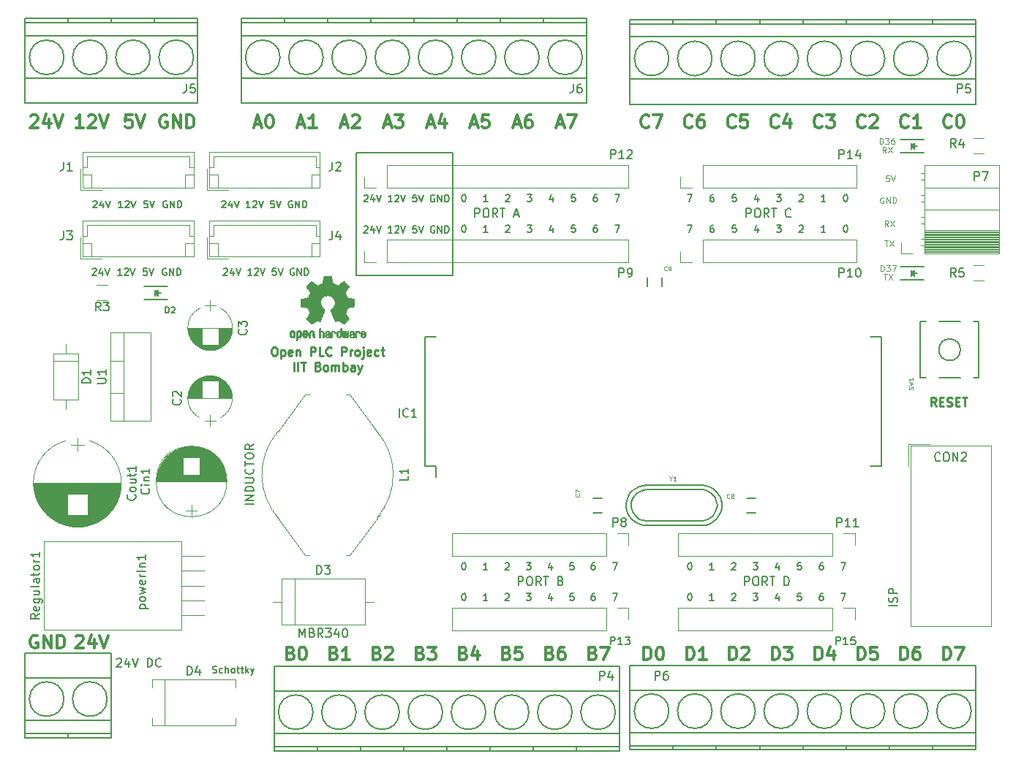
<source format=gbr>
G04 #@! TF.GenerationSoftware,KiCad,Pcbnew,5.1.1*
G04 #@! TF.CreationDate,2019-04-25T13:19:34+05:30*
G04 #@! TF.ProjectId,OpenPLC_V2,4f70656e-504c-4435-9f56-322e6b696361,rev?*
G04 #@! TF.SameCoordinates,Original*
G04 #@! TF.FileFunction,Legend,Top*
G04 #@! TF.FilePolarity,Positive*
%FSLAX46Y46*%
G04 Gerber Fmt 4.6, Leading zero omitted, Abs format (unit mm)*
G04 Created by KiCad (PCBNEW 5.1.1) date 2019-04-25 13:19:34*
%MOMM*%
%LPD*%
G04 APERTURE LIST*
%ADD10C,0.150000*%
%ADD11C,0.300000*%
%ADD12C,0.200000*%
%ADD13C,0.125000*%
%ADD14C,0.250000*%
%ADD15C,0.120000*%
%ADD16C,0.010000*%
G04 APERTURE END LIST*
D10*
X173240571Y-103993904D02*
X172783428Y-103993904D01*
X173012000Y-103993904D02*
X173012000Y-103193904D01*
X172935809Y-103308190D01*
X172859619Y-103384380D01*
X172783428Y-103422476D01*
D11*
X175048571Y-114438571D02*
X175048571Y-112938571D01*
X175405714Y-112938571D01*
X175619999Y-113010000D01*
X175762856Y-113152857D01*
X175834285Y-113295714D01*
X175905714Y-113581428D01*
X175905714Y-113795714D01*
X175834285Y-114081428D01*
X175762856Y-114224285D01*
X175619999Y-114367142D01*
X175405714Y-114438571D01*
X175048571Y-114438571D01*
X176477142Y-113081428D02*
X176548571Y-113010000D01*
X176691428Y-112938571D01*
X177048571Y-112938571D01*
X177191428Y-113010000D01*
X177262856Y-113081428D01*
X177334285Y-113224285D01*
X177334285Y-113367142D01*
X177262856Y-113581428D01*
X176405714Y-114438571D01*
X177334285Y-114438571D01*
D10*
X144271904Y-106749904D02*
X144348095Y-106749904D01*
X144424285Y-106788000D01*
X144462380Y-106826095D01*
X144500476Y-106902285D01*
X144538571Y-107054666D01*
X144538571Y-107245142D01*
X144500476Y-107397523D01*
X144462380Y-107473714D01*
X144424285Y-107511809D01*
X144348095Y-107549904D01*
X144271904Y-107549904D01*
X144195714Y-107511809D01*
X144157619Y-107473714D01*
X144119523Y-107397523D01*
X144081428Y-107245142D01*
X144081428Y-107054666D01*
X144119523Y-106902285D01*
X144157619Y-106826095D01*
X144195714Y-106788000D01*
X144271904Y-106749904D01*
X150619380Y-105794880D02*
X150619380Y-104794880D01*
X151000333Y-104794880D01*
X151095571Y-104842500D01*
X151143190Y-104890119D01*
X151190809Y-104985357D01*
X151190809Y-105128214D01*
X151143190Y-105223452D01*
X151095571Y-105271071D01*
X151000333Y-105318690D01*
X150619380Y-105318690D01*
X151809857Y-104794880D02*
X152000333Y-104794880D01*
X152095571Y-104842500D01*
X152190809Y-104937738D01*
X152238428Y-105128214D01*
X152238428Y-105461547D01*
X152190809Y-105652023D01*
X152095571Y-105747261D01*
X152000333Y-105794880D01*
X151809857Y-105794880D01*
X151714619Y-105747261D01*
X151619380Y-105652023D01*
X151571761Y-105461547D01*
X151571761Y-105128214D01*
X151619380Y-104937738D01*
X151714619Y-104842500D01*
X151809857Y-104794880D01*
X153238428Y-105794880D02*
X152905095Y-105318690D01*
X152667000Y-105794880D02*
X152667000Y-104794880D01*
X153047952Y-104794880D01*
X153143190Y-104842500D01*
X153190809Y-104890119D01*
X153238428Y-104985357D01*
X153238428Y-105128214D01*
X153190809Y-105223452D01*
X153143190Y-105271071D01*
X153047952Y-105318690D01*
X152667000Y-105318690D01*
X153524142Y-104794880D02*
X154095571Y-104794880D01*
X153809857Y-105794880D02*
X153809857Y-104794880D01*
X155524142Y-105271071D02*
X155667000Y-105318690D01*
X155714619Y-105366309D01*
X155762238Y-105461547D01*
X155762238Y-105604404D01*
X155714619Y-105699642D01*
X155667000Y-105747261D01*
X155571761Y-105794880D01*
X155190809Y-105794880D01*
X155190809Y-104794880D01*
X155524142Y-104794880D01*
X155619380Y-104842500D01*
X155667000Y-104890119D01*
X155714619Y-104985357D01*
X155714619Y-105080595D01*
X155667000Y-105175833D01*
X155619380Y-105223452D01*
X155524142Y-105271071D01*
X155190809Y-105271071D01*
D12*
X131826000Y-69850000D02*
X131826000Y-55626000D01*
X143002000Y-69850000D02*
X131826000Y-69850000D01*
X143002000Y-55626000D02*
X143002000Y-69850000D01*
X131826000Y-55626000D02*
X143002000Y-55626000D01*
D10*
X186158281Y-64877904D02*
X185701138Y-64877904D01*
X185929710Y-64877904D02*
X185929710Y-64077904D01*
X185853519Y-64192190D01*
X185777329Y-64268380D01*
X185701138Y-64306476D01*
X180510473Y-64077904D02*
X181005711Y-64077904D01*
X180739044Y-64382666D01*
X180853330Y-64382666D01*
X180929520Y-64420761D01*
X180967616Y-64458857D01*
X181005711Y-64535047D01*
X181005711Y-64725523D01*
X180967616Y-64801714D01*
X180929520Y-64839809D01*
X180853330Y-64877904D01*
X180624759Y-64877904D01*
X180548568Y-64839809D01*
X180510473Y-64801714D01*
X170205333Y-64077904D02*
X170738666Y-64077904D01*
X170395809Y-64877904D01*
X188467904Y-64077904D02*
X188544095Y-64077904D01*
X188620285Y-64116000D01*
X188658380Y-64154095D01*
X188696476Y-64230285D01*
X188734571Y-64382666D01*
X188734571Y-64573142D01*
X188696476Y-64725523D01*
X188658380Y-64801714D01*
X188620285Y-64839809D01*
X188544095Y-64877904D01*
X188467904Y-64877904D01*
X188391714Y-64839809D01*
X188353619Y-64801714D01*
X188315523Y-64725523D01*
X188277428Y-64573142D01*
X188277428Y-64382666D01*
X188315523Y-64230285D01*
X188353619Y-64154095D01*
X188391714Y-64116000D01*
X188467904Y-64077904D01*
X173200665Y-64077904D02*
X173048285Y-64077904D01*
X172972094Y-64116000D01*
X172933999Y-64154095D01*
X172857808Y-64268380D01*
X172819713Y-64420761D01*
X172819713Y-64725523D01*
X172857808Y-64801714D01*
X172895904Y-64839809D01*
X172972094Y-64877904D01*
X173124475Y-64877904D01*
X173200665Y-64839809D01*
X173238761Y-64801714D01*
X173276856Y-64725523D01*
X173276856Y-64535047D01*
X173238761Y-64458857D01*
X173200665Y-64420761D01*
X173124475Y-64382666D01*
X172972094Y-64382666D01*
X172895904Y-64420761D01*
X172857808Y-64458857D01*
X172819713Y-64535047D01*
X183124853Y-64154095D02*
X183162948Y-64116000D01*
X183239139Y-64077904D01*
X183429615Y-64077904D01*
X183505805Y-64116000D01*
X183543901Y-64154095D01*
X183581996Y-64230285D01*
X183581996Y-64306476D01*
X183543901Y-64420761D01*
X183086758Y-64877904D01*
X183581996Y-64877904D01*
X178353235Y-64344571D02*
X178353235Y-64877904D01*
X178162759Y-64039809D02*
X177972283Y-64611238D01*
X178467521Y-64611238D01*
X175815046Y-64077904D02*
X175434093Y-64077904D01*
X175395998Y-64458857D01*
X175434093Y-64420761D01*
X175510284Y-64382666D01*
X175700760Y-64382666D01*
X175776950Y-64420761D01*
X175815046Y-64458857D01*
X175853141Y-64535047D01*
X175853141Y-64725523D01*
X175815046Y-64801714D01*
X175776950Y-64839809D01*
X175700760Y-64877904D01*
X175510284Y-64877904D01*
X175434093Y-64839809D01*
X175395998Y-64801714D01*
X188467904Y-60521904D02*
X188544095Y-60521904D01*
X188620285Y-60560000D01*
X188658380Y-60598095D01*
X188696476Y-60674285D01*
X188734571Y-60826666D01*
X188734571Y-61017142D01*
X188696476Y-61169523D01*
X188658380Y-61245714D01*
X188620285Y-61283809D01*
X188544095Y-61321904D01*
X188467904Y-61321904D01*
X188391714Y-61283809D01*
X188353619Y-61245714D01*
X188315523Y-61169523D01*
X188277428Y-61017142D01*
X188277428Y-60826666D01*
X188315523Y-60674285D01*
X188353619Y-60598095D01*
X188391714Y-60560000D01*
X188467904Y-60521904D01*
X186158281Y-61321904D02*
X185701138Y-61321904D01*
X185929710Y-61321904D02*
X185929710Y-60521904D01*
X185853519Y-60636190D01*
X185777329Y-60712380D01*
X185701138Y-60750476D01*
X183124853Y-60598095D02*
X183162948Y-60560000D01*
X183239139Y-60521904D01*
X183429615Y-60521904D01*
X183505805Y-60560000D01*
X183543901Y-60598095D01*
X183581996Y-60674285D01*
X183581996Y-60750476D01*
X183543901Y-60864761D01*
X183086758Y-61321904D01*
X183581996Y-61321904D01*
X180510473Y-60521904D02*
X181005711Y-60521904D01*
X180739044Y-60826666D01*
X180853330Y-60826666D01*
X180929520Y-60864761D01*
X180967616Y-60902857D01*
X181005711Y-60979047D01*
X181005711Y-61169523D01*
X180967616Y-61245714D01*
X180929520Y-61283809D01*
X180853330Y-61321904D01*
X180624759Y-61321904D01*
X180548568Y-61283809D01*
X180510473Y-61245714D01*
X178353235Y-60788571D02*
X178353235Y-61321904D01*
X178162759Y-60483809D02*
X177972283Y-61055238D01*
X178467521Y-61055238D01*
X175815046Y-60521904D02*
X175434093Y-60521904D01*
X175395998Y-60902857D01*
X175434093Y-60864761D01*
X175510284Y-60826666D01*
X175700760Y-60826666D01*
X175776950Y-60864761D01*
X175815046Y-60902857D01*
X175853141Y-60979047D01*
X175853141Y-61169523D01*
X175815046Y-61245714D01*
X175776950Y-61283809D01*
X175700760Y-61321904D01*
X175510284Y-61321904D01*
X175434093Y-61283809D01*
X175395998Y-61245714D01*
X173200665Y-60521904D02*
X173048285Y-60521904D01*
X172972094Y-60560000D01*
X172933999Y-60598095D01*
X172857808Y-60712380D01*
X172819713Y-60864761D01*
X172819713Y-61169523D01*
X172857808Y-61245714D01*
X172895904Y-61283809D01*
X172972094Y-61321904D01*
X173124475Y-61321904D01*
X173200665Y-61283809D01*
X173238761Y-61245714D01*
X173276856Y-61169523D01*
X173276856Y-60979047D01*
X173238761Y-60902857D01*
X173200665Y-60864761D01*
X173124475Y-60826666D01*
X172972094Y-60826666D01*
X172895904Y-60864761D01*
X172857808Y-60902857D01*
X172819713Y-60979047D01*
X170205333Y-60521904D02*
X170738666Y-60521904D01*
X170395809Y-61321904D01*
X145590809Y-63122880D02*
X145590809Y-62122880D01*
X145971761Y-62122880D01*
X146067000Y-62170500D01*
X146114619Y-62218119D01*
X146162238Y-62313357D01*
X146162238Y-62456214D01*
X146114619Y-62551452D01*
X146067000Y-62599071D01*
X145971761Y-62646690D01*
X145590809Y-62646690D01*
X146781285Y-62122880D02*
X146971761Y-62122880D01*
X147067000Y-62170500D01*
X147162238Y-62265738D01*
X147209857Y-62456214D01*
X147209857Y-62789547D01*
X147162238Y-62980023D01*
X147067000Y-63075261D01*
X146971761Y-63122880D01*
X146781285Y-63122880D01*
X146686047Y-63075261D01*
X146590809Y-62980023D01*
X146543190Y-62789547D01*
X146543190Y-62456214D01*
X146590809Y-62265738D01*
X146686047Y-62170500D01*
X146781285Y-62122880D01*
X148209857Y-63122880D02*
X147876523Y-62646690D01*
X147638428Y-63122880D02*
X147638428Y-62122880D01*
X148019380Y-62122880D01*
X148114619Y-62170500D01*
X148162238Y-62218119D01*
X148209857Y-62313357D01*
X148209857Y-62456214D01*
X148162238Y-62551452D01*
X148114619Y-62599071D01*
X148019380Y-62646690D01*
X147638428Y-62646690D01*
X148495571Y-62122880D02*
X149067000Y-62122880D01*
X148781285Y-63122880D02*
X148781285Y-62122880D01*
X150114619Y-62837166D02*
X150590809Y-62837166D01*
X150019380Y-63122880D02*
X150352714Y-62122880D01*
X150686047Y-63122880D01*
X159702380Y-64077904D02*
X159550000Y-64077904D01*
X159473809Y-64116000D01*
X159435714Y-64154095D01*
X159359523Y-64268380D01*
X159321428Y-64420761D01*
X159321428Y-64725523D01*
X159359523Y-64801714D01*
X159397619Y-64839809D01*
X159473809Y-64877904D01*
X159626190Y-64877904D01*
X159702380Y-64839809D01*
X159740476Y-64801714D01*
X159778571Y-64725523D01*
X159778571Y-64535047D01*
X159740476Y-64458857D01*
X159702380Y-64420761D01*
X159626190Y-64382666D01*
X159473809Y-64382666D01*
X159397619Y-64420761D01*
X159359523Y-64458857D01*
X159321428Y-64535047D01*
X144271904Y-64077904D02*
X144348095Y-64077904D01*
X144424285Y-64116000D01*
X144462380Y-64154095D01*
X144500476Y-64230285D01*
X144538571Y-64382666D01*
X144538571Y-64573142D01*
X144500476Y-64725523D01*
X144462380Y-64801714D01*
X144424285Y-64839809D01*
X144348095Y-64877904D01*
X144271904Y-64877904D01*
X144195714Y-64839809D01*
X144157619Y-64801714D01*
X144119523Y-64725523D01*
X144081428Y-64573142D01*
X144081428Y-64382666D01*
X144119523Y-64230285D01*
X144157619Y-64154095D01*
X144195714Y-64116000D01*
X144271904Y-64077904D01*
X147078571Y-64877904D02*
X146621428Y-64877904D01*
X146850000Y-64877904D02*
X146850000Y-64077904D01*
X146773809Y-64192190D01*
X146697619Y-64268380D01*
X146621428Y-64306476D01*
X149161428Y-64154095D02*
X149199523Y-64116000D01*
X149275714Y-64077904D01*
X149466190Y-64077904D01*
X149542380Y-64116000D01*
X149580476Y-64154095D01*
X149618571Y-64230285D01*
X149618571Y-64306476D01*
X149580476Y-64420761D01*
X149123333Y-64877904D01*
X149618571Y-64877904D01*
X161823333Y-64077904D02*
X162356666Y-64077904D01*
X162013809Y-64877904D01*
X157200476Y-64077904D02*
X156819523Y-64077904D01*
X156781428Y-64458857D01*
X156819523Y-64420761D01*
X156895714Y-64382666D01*
X157086190Y-64382666D01*
X157162380Y-64420761D01*
X157200476Y-64458857D01*
X157238571Y-64535047D01*
X157238571Y-64725523D01*
X157200476Y-64801714D01*
X157162380Y-64839809D01*
X157086190Y-64877904D01*
X156895714Y-64877904D01*
X156819523Y-64839809D01*
X156781428Y-64801714D01*
X151663333Y-64077904D02*
X152158571Y-64077904D01*
X151891904Y-64382666D01*
X152006190Y-64382666D01*
X152082380Y-64420761D01*
X152120476Y-64458857D01*
X152158571Y-64535047D01*
X152158571Y-64725523D01*
X152120476Y-64801714D01*
X152082380Y-64839809D01*
X152006190Y-64877904D01*
X151777619Y-64877904D01*
X151701428Y-64839809D01*
X151663333Y-64801714D01*
X154622380Y-64344571D02*
X154622380Y-64877904D01*
X154431904Y-64039809D02*
X154241428Y-64611238D01*
X154736666Y-64611238D01*
X185864380Y-103193904D02*
X185712000Y-103193904D01*
X185635809Y-103232000D01*
X185597714Y-103270095D01*
X185521523Y-103384380D01*
X185483428Y-103536761D01*
X185483428Y-103841523D01*
X185521523Y-103917714D01*
X185559619Y-103955809D01*
X185635809Y-103993904D01*
X185788190Y-103993904D01*
X185864380Y-103955809D01*
X185902476Y-103917714D01*
X185940571Y-103841523D01*
X185940571Y-103651047D01*
X185902476Y-103574857D01*
X185864380Y-103536761D01*
X185788190Y-103498666D01*
X185635809Y-103498666D01*
X185559619Y-103536761D01*
X185521523Y-103574857D01*
X185483428Y-103651047D01*
X170433904Y-103193904D02*
X170510095Y-103193904D01*
X170586285Y-103232000D01*
X170624380Y-103270095D01*
X170662476Y-103346285D01*
X170700571Y-103498666D01*
X170700571Y-103689142D01*
X170662476Y-103841523D01*
X170624380Y-103917714D01*
X170586285Y-103955809D01*
X170510095Y-103993904D01*
X170433904Y-103993904D01*
X170357714Y-103955809D01*
X170319619Y-103917714D01*
X170281523Y-103841523D01*
X170243428Y-103689142D01*
X170243428Y-103498666D01*
X170281523Y-103346285D01*
X170319619Y-103270095D01*
X170357714Y-103232000D01*
X170433904Y-103193904D01*
X175323428Y-103270095D02*
X175361523Y-103232000D01*
X175437714Y-103193904D01*
X175628190Y-103193904D01*
X175704380Y-103232000D01*
X175742476Y-103270095D01*
X175780571Y-103346285D01*
X175780571Y-103422476D01*
X175742476Y-103536761D01*
X175285333Y-103993904D01*
X175780571Y-103993904D01*
X187985333Y-103193904D02*
X188518666Y-103193904D01*
X188175809Y-103993904D01*
X183362476Y-103193904D02*
X182981523Y-103193904D01*
X182943428Y-103574857D01*
X182981523Y-103536761D01*
X183057714Y-103498666D01*
X183248190Y-103498666D01*
X183324380Y-103536761D01*
X183362476Y-103574857D01*
X183400571Y-103651047D01*
X183400571Y-103841523D01*
X183362476Y-103917714D01*
X183324380Y-103955809D01*
X183248190Y-103993904D01*
X183057714Y-103993904D01*
X182981523Y-103955809D01*
X182943428Y-103917714D01*
X177825333Y-103193904D02*
X178320571Y-103193904D01*
X178053904Y-103498666D01*
X178168190Y-103498666D01*
X178244380Y-103536761D01*
X178282476Y-103574857D01*
X178320571Y-103651047D01*
X178320571Y-103841523D01*
X178282476Y-103917714D01*
X178244380Y-103955809D01*
X178168190Y-103993904D01*
X177939619Y-103993904D01*
X177863428Y-103955809D01*
X177825333Y-103917714D01*
X180784380Y-103460571D02*
X180784380Y-103993904D01*
X180593904Y-103155809D02*
X180403428Y-103727238D01*
X180898666Y-103727238D01*
X185864380Y-106749904D02*
X185712000Y-106749904D01*
X185635809Y-106788000D01*
X185597714Y-106826095D01*
X185521523Y-106940380D01*
X185483428Y-107092761D01*
X185483428Y-107397523D01*
X185521523Y-107473714D01*
X185559619Y-107511809D01*
X185635809Y-107549904D01*
X185788190Y-107549904D01*
X185864380Y-107511809D01*
X185902476Y-107473714D01*
X185940571Y-107397523D01*
X185940571Y-107207047D01*
X185902476Y-107130857D01*
X185864380Y-107092761D01*
X185788190Y-107054666D01*
X185635809Y-107054666D01*
X185559619Y-107092761D01*
X185521523Y-107130857D01*
X185483428Y-107207047D01*
X170433904Y-106749904D02*
X170510095Y-106749904D01*
X170586285Y-106788000D01*
X170624380Y-106826095D01*
X170662476Y-106902285D01*
X170700571Y-107054666D01*
X170700571Y-107245142D01*
X170662476Y-107397523D01*
X170624380Y-107473714D01*
X170586285Y-107511809D01*
X170510095Y-107549904D01*
X170433904Y-107549904D01*
X170357714Y-107511809D01*
X170319619Y-107473714D01*
X170281523Y-107397523D01*
X170243428Y-107245142D01*
X170243428Y-107054666D01*
X170281523Y-106902285D01*
X170319619Y-106826095D01*
X170357714Y-106788000D01*
X170433904Y-106749904D01*
X173240571Y-107549904D02*
X172783428Y-107549904D01*
X173012000Y-107549904D02*
X173012000Y-106749904D01*
X172935809Y-106864190D01*
X172859619Y-106940380D01*
X172783428Y-106978476D01*
X175323428Y-106826095D02*
X175361523Y-106788000D01*
X175437714Y-106749904D01*
X175628190Y-106749904D01*
X175704380Y-106788000D01*
X175742476Y-106826095D01*
X175780571Y-106902285D01*
X175780571Y-106978476D01*
X175742476Y-107092761D01*
X175285333Y-107549904D01*
X175780571Y-107549904D01*
X187985333Y-106749904D02*
X188518666Y-106749904D01*
X188175809Y-107549904D01*
X183362476Y-106749904D02*
X182981523Y-106749904D01*
X182943428Y-107130857D01*
X182981523Y-107092761D01*
X183057714Y-107054666D01*
X183248190Y-107054666D01*
X183324380Y-107092761D01*
X183362476Y-107130857D01*
X183400571Y-107207047D01*
X183400571Y-107397523D01*
X183362476Y-107473714D01*
X183324380Y-107511809D01*
X183248190Y-107549904D01*
X183057714Y-107549904D01*
X182981523Y-107511809D01*
X182943428Y-107473714D01*
X177825333Y-106749904D02*
X178320571Y-106749904D01*
X178053904Y-107054666D01*
X178168190Y-107054666D01*
X178244380Y-107092761D01*
X178282476Y-107130857D01*
X178320571Y-107207047D01*
X178320571Y-107397523D01*
X178282476Y-107473714D01*
X178244380Y-107511809D01*
X178168190Y-107549904D01*
X177939619Y-107549904D01*
X177863428Y-107511809D01*
X177825333Y-107473714D01*
X180784380Y-107016571D02*
X180784380Y-107549904D01*
X180593904Y-106711809D02*
X180403428Y-107283238D01*
X180898666Y-107283238D01*
X159448380Y-106749904D02*
X159296000Y-106749904D01*
X159219809Y-106788000D01*
X159181714Y-106826095D01*
X159105523Y-106940380D01*
X159067428Y-107092761D01*
X159067428Y-107397523D01*
X159105523Y-107473714D01*
X159143619Y-107511809D01*
X159219809Y-107549904D01*
X159372190Y-107549904D01*
X159448380Y-107511809D01*
X159486476Y-107473714D01*
X159524571Y-107397523D01*
X159524571Y-107207047D01*
X159486476Y-107130857D01*
X159448380Y-107092761D01*
X159372190Y-107054666D01*
X159219809Y-107054666D01*
X159143619Y-107092761D01*
X159105523Y-107130857D01*
X159067428Y-107207047D01*
X147042285Y-107549904D02*
X146585142Y-107549904D01*
X146813714Y-107549904D02*
X146813714Y-106749904D01*
X146737523Y-106864190D01*
X146661333Y-106940380D01*
X146585142Y-106978476D01*
X149088856Y-106826095D02*
X149126951Y-106788000D01*
X149203142Y-106749904D01*
X149393618Y-106749904D01*
X149469808Y-106788000D01*
X149507904Y-106826095D01*
X149545999Y-106902285D01*
X149545999Y-106978476D01*
X149507904Y-107092761D01*
X149050761Y-107549904D01*
X149545999Y-107549904D01*
X161569334Y-106749904D02*
X162102667Y-106749904D01*
X161759810Y-107549904D01*
X157019046Y-106749904D02*
X156638093Y-106749904D01*
X156599998Y-107130857D01*
X156638093Y-107092761D01*
X156714284Y-107054666D01*
X156904760Y-107054666D01*
X156980950Y-107092761D01*
X157019046Y-107130857D01*
X157057141Y-107207047D01*
X157057141Y-107397523D01*
X157019046Y-107473714D01*
X156980950Y-107511809D01*
X156904760Y-107549904D01*
X156714284Y-107549904D01*
X156638093Y-107511809D01*
X156599998Y-107473714D01*
X151554475Y-106749904D02*
X152049713Y-106749904D01*
X151783046Y-107054666D01*
X151897332Y-107054666D01*
X151973522Y-107092761D01*
X152011618Y-107130857D01*
X152049713Y-107207047D01*
X152049713Y-107397523D01*
X152011618Y-107473714D01*
X151973522Y-107511809D01*
X151897332Y-107549904D01*
X151668761Y-107549904D01*
X151592570Y-107511809D01*
X151554475Y-107473714D01*
X154477236Y-107016571D02*
X154477236Y-107549904D01*
X154286760Y-106711809D02*
X154096284Y-107283238D01*
X154591522Y-107283238D01*
X159448380Y-103193903D02*
X159296000Y-103193903D01*
X159219809Y-103231999D01*
X159181714Y-103270094D01*
X159105523Y-103384379D01*
X159067428Y-103536760D01*
X159067428Y-103841522D01*
X159105523Y-103917713D01*
X159143619Y-103955808D01*
X159219809Y-103993903D01*
X159372190Y-103993903D01*
X159448380Y-103955808D01*
X159486476Y-103917713D01*
X159524571Y-103841522D01*
X159524571Y-103651046D01*
X159486476Y-103574856D01*
X159448380Y-103536760D01*
X159372190Y-103498665D01*
X159219809Y-103498665D01*
X159143619Y-103536760D01*
X159105523Y-103574856D01*
X159067428Y-103651046D01*
X144271904Y-103193904D02*
X144348095Y-103193904D01*
X144424285Y-103232000D01*
X144462380Y-103270095D01*
X144500476Y-103346285D01*
X144538571Y-103498666D01*
X144538571Y-103689142D01*
X144500476Y-103841523D01*
X144462380Y-103917714D01*
X144424285Y-103955809D01*
X144348095Y-103993904D01*
X144271904Y-103993904D01*
X144195714Y-103955809D01*
X144157619Y-103917714D01*
X144119523Y-103841523D01*
X144081428Y-103689142D01*
X144081428Y-103498666D01*
X144119523Y-103346285D01*
X144157619Y-103270095D01*
X144195714Y-103232000D01*
X144271904Y-103193904D01*
X147042285Y-103993904D02*
X146585142Y-103993904D01*
X146813714Y-103993904D02*
X146813714Y-103193904D01*
X146737523Y-103308190D01*
X146661333Y-103384380D01*
X146585142Y-103422476D01*
X149088856Y-103270094D02*
X149126951Y-103231999D01*
X149203142Y-103193903D01*
X149393618Y-103193903D01*
X149469808Y-103231999D01*
X149507904Y-103270094D01*
X149545999Y-103346284D01*
X149545999Y-103422475D01*
X149507904Y-103536760D01*
X149050761Y-103993903D01*
X149545999Y-103993903D01*
X161569334Y-103193904D02*
X162102667Y-103193904D01*
X161759810Y-103993904D01*
X157019046Y-103193904D02*
X156638093Y-103193904D01*
X156599998Y-103574857D01*
X156638093Y-103536761D01*
X156714284Y-103498666D01*
X156904760Y-103498666D01*
X156980950Y-103536761D01*
X157019046Y-103574857D01*
X157057141Y-103651047D01*
X157057141Y-103841523D01*
X157019046Y-103917714D01*
X156980950Y-103955809D01*
X156904760Y-103993904D01*
X156714284Y-103993904D01*
X156638093Y-103955809D01*
X156599998Y-103917714D01*
X151554475Y-103193904D02*
X152049713Y-103193904D01*
X151783046Y-103498666D01*
X151897332Y-103498666D01*
X151973522Y-103536761D01*
X152011618Y-103574857D01*
X152049713Y-103651047D01*
X152049713Y-103841523D01*
X152011618Y-103917714D01*
X151973522Y-103955809D01*
X151897332Y-103993904D01*
X151668761Y-103993904D01*
X151592570Y-103955809D01*
X151554475Y-103917714D01*
X154477236Y-103460571D02*
X154477236Y-103993904D01*
X154286760Y-103155809D02*
X154096284Y-103727238D01*
X154591522Y-103727238D01*
X161823333Y-60521904D02*
X162356666Y-60521904D01*
X162013809Y-61321904D01*
X159702380Y-60521904D02*
X159550000Y-60521904D01*
X159473809Y-60560000D01*
X159435714Y-60598095D01*
X159359523Y-60712380D01*
X159321428Y-60864761D01*
X159321428Y-61169523D01*
X159359523Y-61245714D01*
X159397619Y-61283809D01*
X159473809Y-61321904D01*
X159626190Y-61321904D01*
X159702380Y-61283809D01*
X159740476Y-61245714D01*
X159778571Y-61169523D01*
X159778571Y-60979047D01*
X159740476Y-60902857D01*
X159702380Y-60864761D01*
X159626190Y-60826666D01*
X159473809Y-60826666D01*
X159397619Y-60864761D01*
X159359523Y-60902857D01*
X159321428Y-60979047D01*
X157200476Y-60521904D02*
X156819523Y-60521904D01*
X156781428Y-60902857D01*
X156819523Y-60864761D01*
X156895714Y-60826666D01*
X157086190Y-60826666D01*
X157162380Y-60864761D01*
X157200476Y-60902857D01*
X157238571Y-60979047D01*
X157238571Y-61169523D01*
X157200476Y-61245714D01*
X157162380Y-61283809D01*
X157086190Y-61321904D01*
X156895714Y-61321904D01*
X156819523Y-61283809D01*
X156781428Y-61245714D01*
X154622380Y-60788571D02*
X154622380Y-61321904D01*
X154431904Y-60483809D02*
X154241428Y-61055238D01*
X154736666Y-61055238D01*
X151663333Y-60521904D02*
X152158571Y-60521904D01*
X151891904Y-60826666D01*
X152006190Y-60826666D01*
X152082380Y-60864761D01*
X152120476Y-60902857D01*
X152158571Y-60979047D01*
X152158571Y-61169523D01*
X152120476Y-61245714D01*
X152082380Y-61283809D01*
X152006190Y-61321904D01*
X151777619Y-61321904D01*
X151701428Y-61283809D01*
X151663333Y-61245714D01*
X149161428Y-60598095D02*
X149199523Y-60560000D01*
X149275714Y-60521904D01*
X149466190Y-60521904D01*
X149542380Y-60560000D01*
X149580476Y-60598095D01*
X149618571Y-60674285D01*
X149618571Y-60750476D01*
X149580476Y-60864761D01*
X149123333Y-61321904D01*
X149618571Y-61321904D01*
X147078571Y-61321904D02*
X146621428Y-61321904D01*
X146850000Y-61321904D02*
X146850000Y-60521904D01*
X146773809Y-60636190D01*
X146697619Y-60712380D01*
X146621428Y-60750476D01*
X144271904Y-60521904D02*
X144348095Y-60521904D01*
X144424285Y-60560000D01*
X144462380Y-60598095D01*
X144500476Y-60674285D01*
X144538571Y-60826666D01*
X144538571Y-61017142D01*
X144500476Y-61169523D01*
X144462380Y-61245714D01*
X144424285Y-61283809D01*
X144348095Y-61321904D01*
X144271904Y-61321904D01*
X144195714Y-61283809D01*
X144157619Y-61245714D01*
X144119523Y-61169523D01*
X144081428Y-61017142D01*
X144081428Y-60826666D01*
X144119523Y-60674285D01*
X144157619Y-60598095D01*
X144195714Y-60560000D01*
X144271904Y-60521904D01*
X132763619Y-60618095D02*
X132801714Y-60580000D01*
X132877904Y-60541904D01*
X133068380Y-60541904D01*
X133144571Y-60580000D01*
X133182666Y-60618095D01*
X133220761Y-60694285D01*
X133220761Y-60770476D01*
X133182666Y-60884761D01*
X132725523Y-61341904D01*
X133220761Y-61341904D01*
X133906476Y-60808571D02*
X133906476Y-61341904D01*
X133716000Y-60503809D02*
X133525523Y-61075238D01*
X134020761Y-61075238D01*
X134211238Y-60541904D02*
X134477904Y-61341904D01*
X134744571Y-60541904D01*
X138814412Y-60541904D02*
X138433459Y-60541904D01*
X138395364Y-60922857D01*
X138433459Y-60884761D01*
X138509650Y-60846666D01*
X138700126Y-60846666D01*
X138776316Y-60884761D01*
X138814412Y-60922857D01*
X138852507Y-60999047D01*
X138852507Y-61189523D01*
X138814412Y-61265714D01*
X138776316Y-61303809D01*
X138700126Y-61341904D01*
X138509650Y-61341904D01*
X138433459Y-61303809D01*
X138395364Y-61265714D01*
X139081078Y-60541904D02*
X139347745Y-61341904D01*
X139614412Y-60541904D01*
X136036634Y-61341904D02*
X135579492Y-61341904D01*
X135808063Y-61341904D02*
X135808063Y-60541904D01*
X135731873Y-60656190D01*
X135655682Y-60732380D01*
X135579492Y-60770476D01*
X136341396Y-60618095D02*
X136379492Y-60580000D01*
X136455682Y-60541904D01*
X136646158Y-60541904D01*
X136722349Y-60580000D01*
X136760444Y-60618095D01*
X136798539Y-60694285D01*
X136798539Y-60770476D01*
X136760444Y-60884761D01*
X136303301Y-61341904D01*
X136798539Y-61341904D01*
X137027111Y-60541904D02*
X137293777Y-61341904D01*
X137560444Y-60541904D01*
X140906476Y-60580000D02*
X140830285Y-60541904D01*
X140716000Y-60541904D01*
X140601714Y-60580000D01*
X140525523Y-60656190D01*
X140487428Y-60732380D01*
X140449333Y-60884761D01*
X140449333Y-60999047D01*
X140487428Y-61151428D01*
X140525523Y-61227619D01*
X140601714Y-61303809D01*
X140716000Y-61341904D01*
X140792190Y-61341904D01*
X140906476Y-61303809D01*
X140944571Y-61265714D01*
X140944571Y-60999047D01*
X140792190Y-60999047D01*
X141287428Y-61341904D02*
X141287428Y-60541904D01*
X141744571Y-61341904D01*
X141744571Y-60541904D01*
X142125523Y-61341904D02*
X142125523Y-60541904D01*
X142316000Y-60541904D01*
X142430285Y-60580000D01*
X142506476Y-60656190D01*
X142544571Y-60732380D01*
X142582666Y-60884761D01*
X142582666Y-60999047D01*
X142544571Y-61151428D01*
X142506476Y-61227619D01*
X142430285Y-61303809D01*
X142316000Y-61341904D01*
X142125523Y-61341904D01*
X132763619Y-64208095D02*
X132801714Y-64170000D01*
X132877904Y-64131904D01*
X133068380Y-64131904D01*
X133144571Y-64170000D01*
X133182666Y-64208095D01*
X133220761Y-64284285D01*
X133220761Y-64360476D01*
X133182666Y-64474761D01*
X132725523Y-64931904D01*
X133220761Y-64931904D01*
X133906476Y-64398571D02*
X133906476Y-64931904D01*
X133716000Y-64093809D02*
X133525523Y-64665238D01*
X134020761Y-64665238D01*
X134211238Y-64131904D02*
X134477904Y-64931904D01*
X134744571Y-64131904D01*
X138814412Y-64131904D02*
X138433459Y-64131904D01*
X138395364Y-64512857D01*
X138433459Y-64474761D01*
X138509650Y-64436666D01*
X138700126Y-64436666D01*
X138776316Y-64474761D01*
X138814412Y-64512857D01*
X138852507Y-64589047D01*
X138852507Y-64779523D01*
X138814412Y-64855714D01*
X138776316Y-64893809D01*
X138700126Y-64931904D01*
X138509650Y-64931904D01*
X138433459Y-64893809D01*
X138395364Y-64855714D01*
X139081078Y-64131904D02*
X139347745Y-64931904D01*
X139614412Y-64131904D01*
X136036634Y-64931904D02*
X135579492Y-64931904D01*
X135808063Y-64931904D02*
X135808063Y-64131904D01*
X135731873Y-64246190D01*
X135655682Y-64322380D01*
X135579492Y-64360476D01*
X136341396Y-64208095D02*
X136379492Y-64170000D01*
X136455682Y-64131904D01*
X136646158Y-64131904D01*
X136722349Y-64170000D01*
X136760444Y-64208095D01*
X136798539Y-64284285D01*
X136798539Y-64360476D01*
X136760444Y-64474761D01*
X136303301Y-64931904D01*
X136798539Y-64931904D01*
X137027111Y-64131904D02*
X137293777Y-64931904D01*
X137560444Y-64131904D01*
X140906476Y-64170000D02*
X140830285Y-64131904D01*
X140716000Y-64131904D01*
X140601714Y-64170000D01*
X140525523Y-64246190D01*
X140487428Y-64322380D01*
X140449333Y-64474761D01*
X140449333Y-64589047D01*
X140487428Y-64741428D01*
X140525523Y-64817619D01*
X140601714Y-64893809D01*
X140716000Y-64931904D01*
X140792190Y-64931904D01*
X140906476Y-64893809D01*
X140944571Y-64855714D01*
X140944571Y-64589047D01*
X140792190Y-64589047D01*
X141287428Y-64931904D02*
X141287428Y-64131904D01*
X141744571Y-64931904D01*
X141744571Y-64131904D01*
X142125523Y-64931904D02*
X142125523Y-64131904D01*
X142316000Y-64131904D01*
X142430285Y-64170000D01*
X142506476Y-64246190D01*
X142544571Y-64322380D01*
X142582666Y-64474761D01*
X142582666Y-64589047D01*
X142544571Y-64741428D01*
X142506476Y-64817619D01*
X142430285Y-64893809D01*
X142316000Y-64931904D01*
X142125523Y-64931904D01*
D11*
X159272857Y-113652857D02*
X159487142Y-113724285D01*
X159558571Y-113795714D01*
X159630000Y-113938571D01*
X159630000Y-114152857D01*
X159558571Y-114295714D01*
X159487142Y-114367142D01*
X159344285Y-114438571D01*
X158772857Y-114438571D01*
X158772857Y-112938571D01*
X159272857Y-112938571D01*
X159415714Y-113010000D01*
X159487142Y-113081428D01*
X159558571Y-113224285D01*
X159558571Y-113367142D01*
X159487142Y-113510000D01*
X159415714Y-113581428D01*
X159272857Y-113652857D01*
X158772857Y-113652857D01*
X160130000Y-112938571D02*
X161130000Y-112938571D01*
X160487142Y-114438571D01*
X154272857Y-113652857D02*
X154487142Y-113724285D01*
X154558571Y-113795714D01*
X154630000Y-113938571D01*
X154630000Y-114152857D01*
X154558571Y-114295714D01*
X154487142Y-114367142D01*
X154344285Y-114438571D01*
X153772857Y-114438571D01*
X153772857Y-112938571D01*
X154272857Y-112938571D01*
X154415714Y-113010000D01*
X154487142Y-113081428D01*
X154558571Y-113224285D01*
X154558571Y-113367142D01*
X154487142Y-113510000D01*
X154415714Y-113581428D01*
X154272857Y-113652857D01*
X153772857Y-113652857D01*
X155915714Y-112938571D02*
X155630000Y-112938571D01*
X155487142Y-113010000D01*
X155415714Y-113081428D01*
X155272857Y-113295714D01*
X155201428Y-113581428D01*
X155201428Y-114152857D01*
X155272857Y-114295714D01*
X155344285Y-114367142D01*
X155487142Y-114438571D01*
X155772857Y-114438571D01*
X155915714Y-114367142D01*
X155987142Y-114295714D01*
X156058571Y-114152857D01*
X156058571Y-113795714D01*
X155987142Y-113652857D01*
X155915714Y-113581428D01*
X155772857Y-113510000D01*
X155487142Y-113510000D01*
X155344285Y-113581428D01*
X155272857Y-113652857D01*
X155201428Y-113795714D01*
X149272857Y-113652857D02*
X149487142Y-113724285D01*
X149558571Y-113795714D01*
X149630000Y-113938571D01*
X149630000Y-114152857D01*
X149558571Y-114295714D01*
X149487142Y-114367142D01*
X149344285Y-114438571D01*
X148772857Y-114438571D01*
X148772857Y-112938571D01*
X149272857Y-112938571D01*
X149415714Y-113010000D01*
X149487142Y-113081428D01*
X149558571Y-113224285D01*
X149558571Y-113367142D01*
X149487142Y-113510000D01*
X149415714Y-113581428D01*
X149272857Y-113652857D01*
X148772857Y-113652857D01*
X150987142Y-112938571D02*
X150272857Y-112938571D01*
X150201428Y-113652857D01*
X150272857Y-113581428D01*
X150415714Y-113510000D01*
X150772857Y-113510000D01*
X150915714Y-113581428D01*
X150987142Y-113652857D01*
X151058571Y-113795714D01*
X151058571Y-114152857D01*
X150987142Y-114295714D01*
X150915714Y-114367142D01*
X150772857Y-114438571D01*
X150415714Y-114438571D01*
X150272857Y-114367142D01*
X150201428Y-114295714D01*
X144272857Y-113652857D02*
X144487142Y-113724285D01*
X144558571Y-113795714D01*
X144630000Y-113938571D01*
X144630000Y-114152857D01*
X144558571Y-114295714D01*
X144487142Y-114367142D01*
X144344285Y-114438571D01*
X143772857Y-114438571D01*
X143772857Y-112938571D01*
X144272857Y-112938571D01*
X144415714Y-113010000D01*
X144487142Y-113081428D01*
X144558571Y-113224285D01*
X144558571Y-113367142D01*
X144487142Y-113510000D01*
X144415714Y-113581428D01*
X144272857Y-113652857D01*
X143772857Y-113652857D01*
X145915714Y-113438571D02*
X145915714Y-114438571D01*
X145558571Y-112867142D02*
X145201428Y-113938571D01*
X146130000Y-113938571D01*
X139272857Y-113652857D02*
X139487142Y-113724285D01*
X139558571Y-113795714D01*
X139630000Y-113938571D01*
X139630000Y-114152857D01*
X139558571Y-114295714D01*
X139487142Y-114367142D01*
X139344285Y-114438571D01*
X138772857Y-114438571D01*
X138772857Y-112938571D01*
X139272857Y-112938571D01*
X139415714Y-113010000D01*
X139487142Y-113081428D01*
X139558571Y-113224285D01*
X139558571Y-113367142D01*
X139487142Y-113510000D01*
X139415714Y-113581428D01*
X139272857Y-113652857D01*
X138772857Y-113652857D01*
X140130000Y-112938571D02*
X141058571Y-112938571D01*
X140558571Y-113510000D01*
X140772857Y-113510000D01*
X140915714Y-113581428D01*
X140987142Y-113652857D01*
X141058571Y-113795714D01*
X141058571Y-114152857D01*
X140987142Y-114295714D01*
X140915714Y-114367142D01*
X140772857Y-114438571D01*
X140344285Y-114438571D01*
X140201428Y-114367142D01*
X140130000Y-114295714D01*
X134272857Y-113652857D02*
X134487142Y-113724285D01*
X134558571Y-113795714D01*
X134630000Y-113938571D01*
X134630000Y-114152857D01*
X134558571Y-114295714D01*
X134487142Y-114367142D01*
X134344285Y-114438571D01*
X133772857Y-114438571D01*
X133772857Y-112938571D01*
X134272857Y-112938571D01*
X134415714Y-113010000D01*
X134487142Y-113081428D01*
X134558571Y-113224285D01*
X134558571Y-113367142D01*
X134487142Y-113510000D01*
X134415714Y-113581428D01*
X134272857Y-113652857D01*
X133772857Y-113652857D01*
X135201428Y-113081428D02*
X135272857Y-113010000D01*
X135415714Y-112938571D01*
X135772857Y-112938571D01*
X135915714Y-113010000D01*
X135987142Y-113081428D01*
X136058571Y-113224285D01*
X136058571Y-113367142D01*
X135987142Y-113581428D01*
X135130000Y-114438571D01*
X136058571Y-114438571D01*
X129272857Y-113652857D02*
X129487142Y-113724285D01*
X129558571Y-113795714D01*
X129630000Y-113938571D01*
X129630000Y-114152857D01*
X129558571Y-114295714D01*
X129487142Y-114367142D01*
X129344285Y-114438571D01*
X128772857Y-114438571D01*
X128772857Y-112938571D01*
X129272857Y-112938571D01*
X129415714Y-113010000D01*
X129487142Y-113081428D01*
X129558571Y-113224285D01*
X129558571Y-113367142D01*
X129487142Y-113510000D01*
X129415714Y-113581428D01*
X129272857Y-113652857D01*
X128772857Y-113652857D01*
X131058571Y-114438571D02*
X130201428Y-114438571D01*
X130630000Y-114438571D02*
X130630000Y-112938571D01*
X130487142Y-113152857D01*
X130344285Y-113295714D01*
X130201428Y-113367142D01*
X124272857Y-113652857D02*
X124487142Y-113724285D01*
X124558571Y-113795714D01*
X124630000Y-113938571D01*
X124630000Y-114152857D01*
X124558571Y-114295714D01*
X124487142Y-114367142D01*
X124344285Y-114438571D01*
X123772857Y-114438571D01*
X123772857Y-112938571D01*
X124272857Y-112938571D01*
X124415714Y-113010000D01*
X124487142Y-113081428D01*
X124558571Y-113224285D01*
X124558571Y-113367142D01*
X124487142Y-113510000D01*
X124415714Y-113581428D01*
X124272857Y-113652857D01*
X123772857Y-113652857D01*
X125558571Y-112938571D02*
X125701428Y-112938571D01*
X125844285Y-113010000D01*
X125915714Y-113081428D01*
X125987142Y-113224285D01*
X126058571Y-113510000D01*
X126058571Y-113867142D01*
X125987142Y-114152857D01*
X125915714Y-114295714D01*
X125844285Y-114367142D01*
X125701428Y-114438571D01*
X125558571Y-114438571D01*
X125415714Y-114367142D01*
X125344285Y-114295714D01*
X125272857Y-114152857D01*
X125201428Y-113867142D01*
X125201428Y-113510000D01*
X125272857Y-113224285D01*
X125344285Y-113081428D01*
X125415714Y-113010000D01*
X125558571Y-112938571D01*
X165142857Y-114438571D02*
X165142857Y-112938571D01*
X165500000Y-112938571D01*
X165714285Y-113010000D01*
X165857142Y-113152857D01*
X165928571Y-113295714D01*
X166000000Y-113581428D01*
X166000000Y-113795714D01*
X165928571Y-114081428D01*
X165857142Y-114224285D01*
X165714285Y-114367142D01*
X165500000Y-114438571D01*
X165142857Y-114438571D01*
X166928571Y-112938571D02*
X167071428Y-112938571D01*
X167214285Y-113010000D01*
X167285714Y-113081428D01*
X167357142Y-113224285D01*
X167428571Y-113510000D01*
X167428571Y-113867142D01*
X167357142Y-114152857D01*
X167285714Y-114295714D01*
X167214285Y-114367142D01*
X167071428Y-114438571D01*
X166928571Y-114438571D01*
X166785714Y-114367142D01*
X166714285Y-114295714D01*
X166642857Y-114152857D01*
X166571428Y-113867142D01*
X166571428Y-113510000D01*
X166642857Y-113224285D01*
X166714285Y-113081428D01*
X166785714Y-113010000D01*
X166928571Y-112938571D01*
X170095714Y-114438571D02*
X170095714Y-112938571D01*
X170452857Y-112938571D01*
X170667142Y-113010000D01*
X170809999Y-113152857D01*
X170881428Y-113295714D01*
X170952857Y-113581428D01*
X170952857Y-113795714D01*
X170881428Y-114081428D01*
X170809999Y-114224285D01*
X170667142Y-114367142D01*
X170452857Y-114438571D01*
X170095714Y-114438571D01*
X172381428Y-114438571D02*
X171524285Y-114438571D01*
X171952857Y-114438571D02*
X171952857Y-112938571D01*
X171809999Y-113152857D01*
X171667142Y-113295714D01*
X171524285Y-113367142D01*
X199812857Y-114438571D02*
X199812857Y-112938571D01*
X200170000Y-112938571D01*
X200384285Y-113010000D01*
X200527142Y-113152857D01*
X200598571Y-113295714D01*
X200670000Y-113581428D01*
X200670000Y-113795714D01*
X200598571Y-114081428D01*
X200527142Y-114224285D01*
X200384285Y-114367142D01*
X200170000Y-114438571D01*
X199812857Y-114438571D01*
X201170000Y-112938571D02*
X202170000Y-112938571D01*
X201527142Y-114438571D01*
X194859999Y-114438571D02*
X194859999Y-112938571D01*
X195217142Y-112938571D01*
X195431427Y-113010000D01*
X195574284Y-113152857D01*
X195645713Y-113295714D01*
X195717142Y-113581428D01*
X195717142Y-113795714D01*
X195645713Y-114081428D01*
X195574284Y-114224285D01*
X195431427Y-114367142D01*
X195217142Y-114438571D01*
X194859999Y-114438571D01*
X197002856Y-112938571D02*
X196717142Y-112938571D01*
X196574284Y-113010000D01*
X196502856Y-113081428D01*
X196359999Y-113295714D01*
X196288570Y-113581428D01*
X196288570Y-114152857D01*
X196359999Y-114295714D01*
X196431427Y-114367142D01*
X196574284Y-114438571D01*
X196859999Y-114438571D01*
X197002856Y-114367142D01*
X197074284Y-114295714D01*
X197145713Y-114152857D01*
X197145713Y-113795714D01*
X197074284Y-113652857D01*
X197002856Y-113581428D01*
X196859999Y-113510000D01*
X196574284Y-113510000D01*
X196431427Y-113581428D01*
X196359999Y-113652857D01*
X196288570Y-113795714D01*
X189907142Y-114438571D02*
X189907142Y-112938571D01*
X190264285Y-112938571D01*
X190478570Y-113010000D01*
X190621427Y-113152857D01*
X190692856Y-113295714D01*
X190764285Y-113581428D01*
X190764285Y-113795714D01*
X190692856Y-114081428D01*
X190621427Y-114224285D01*
X190478570Y-114367142D01*
X190264285Y-114438571D01*
X189907142Y-114438571D01*
X192121427Y-112938571D02*
X191407142Y-112938571D01*
X191335713Y-113652857D01*
X191407142Y-113581428D01*
X191549999Y-113510000D01*
X191907142Y-113510000D01*
X192049999Y-113581428D01*
X192121427Y-113652857D01*
X192192856Y-113795714D01*
X192192856Y-114152857D01*
X192121427Y-114295714D01*
X192049999Y-114367142D01*
X191907142Y-114438571D01*
X191549999Y-114438571D01*
X191407142Y-114367142D01*
X191335713Y-114295714D01*
X184954285Y-114438571D02*
X184954285Y-112938571D01*
X185311428Y-112938571D01*
X185525713Y-113010000D01*
X185668570Y-113152857D01*
X185739999Y-113295714D01*
X185811428Y-113581428D01*
X185811428Y-113795714D01*
X185739999Y-114081428D01*
X185668570Y-114224285D01*
X185525713Y-114367142D01*
X185311428Y-114438571D01*
X184954285Y-114438571D01*
X187097142Y-113438571D02*
X187097142Y-114438571D01*
X186739999Y-112867142D02*
X186382856Y-113938571D01*
X187311428Y-113938571D01*
X180001428Y-114438571D02*
X180001428Y-112938571D01*
X180358571Y-112938571D01*
X180572856Y-113010000D01*
X180715713Y-113152857D01*
X180787142Y-113295714D01*
X180858571Y-113581428D01*
X180858571Y-113795714D01*
X180787142Y-114081428D01*
X180715713Y-114224285D01*
X180572856Y-114367142D01*
X180358571Y-114438571D01*
X180001428Y-114438571D01*
X181358571Y-112938571D02*
X182287142Y-112938571D01*
X181787142Y-113510000D01*
X182001428Y-113510000D01*
X182144285Y-113581428D01*
X182215713Y-113652857D01*
X182287142Y-113795714D01*
X182287142Y-114152857D01*
X182215713Y-114295714D01*
X182144285Y-114367142D01*
X182001428Y-114438571D01*
X181572856Y-114438571D01*
X181429999Y-114367142D01*
X181358571Y-114295714D01*
X200750000Y-52635714D02*
X200678571Y-52707142D01*
X200464285Y-52778571D01*
X200321428Y-52778571D01*
X200107142Y-52707142D01*
X199964285Y-52564285D01*
X199892857Y-52421428D01*
X199821428Y-52135714D01*
X199821428Y-51921428D01*
X199892857Y-51635714D01*
X199964285Y-51492857D01*
X200107142Y-51350000D01*
X200321428Y-51278571D01*
X200464285Y-51278571D01*
X200678571Y-51350000D01*
X200750000Y-51421428D01*
X201678571Y-51278571D02*
X201821428Y-51278571D01*
X201964285Y-51350000D01*
X202035714Y-51421428D01*
X202107142Y-51564285D01*
X202178571Y-51850000D01*
X202178571Y-52207142D01*
X202107142Y-52492857D01*
X202035714Y-52635714D01*
X201964285Y-52707142D01*
X201821428Y-52778571D01*
X201678571Y-52778571D01*
X201535714Y-52707142D01*
X201464285Y-52635714D01*
X201392857Y-52492857D01*
X201321428Y-52207142D01*
X201321428Y-51850000D01*
X201392857Y-51564285D01*
X201464285Y-51421428D01*
X201535714Y-51350000D01*
X201678571Y-51278571D01*
X195750000Y-52635714D02*
X195678571Y-52707142D01*
X195464285Y-52778571D01*
X195321428Y-52778571D01*
X195107142Y-52707142D01*
X194964285Y-52564285D01*
X194892857Y-52421428D01*
X194821428Y-52135714D01*
X194821428Y-51921428D01*
X194892857Y-51635714D01*
X194964285Y-51492857D01*
X195107142Y-51350000D01*
X195321428Y-51278571D01*
X195464285Y-51278571D01*
X195678571Y-51350000D01*
X195750000Y-51421428D01*
X197178571Y-52778571D02*
X196321428Y-52778571D01*
X196750000Y-52778571D02*
X196750000Y-51278571D01*
X196607142Y-51492857D01*
X196464285Y-51635714D01*
X196321428Y-51707142D01*
X190750000Y-52635714D02*
X190678571Y-52707142D01*
X190464285Y-52778571D01*
X190321428Y-52778571D01*
X190107142Y-52707142D01*
X189964285Y-52564285D01*
X189892857Y-52421428D01*
X189821428Y-52135714D01*
X189821428Y-51921428D01*
X189892857Y-51635714D01*
X189964285Y-51492857D01*
X190107142Y-51350000D01*
X190321428Y-51278571D01*
X190464285Y-51278571D01*
X190678571Y-51350000D01*
X190750000Y-51421428D01*
X191321428Y-51421428D02*
X191392857Y-51350000D01*
X191535714Y-51278571D01*
X191892857Y-51278571D01*
X192035714Y-51350000D01*
X192107142Y-51421428D01*
X192178571Y-51564285D01*
X192178571Y-51707142D01*
X192107142Y-51921428D01*
X191250000Y-52778571D01*
X192178571Y-52778571D01*
X185750000Y-52635714D02*
X185678571Y-52707142D01*
X185464285Y-52778571D01*
X185321428Y-52778571D01*
X185107142Y-52707142D01*
X184964285Y-52564285D01*
X184892857Y-52421428D01*
X184821428Y-52135714D01*
X184821428Y-51921428D01*
X184892857Y-51635714D01*
X184964285Y-51492857D01*
X185107142Y-51350000D01*
X185321428Y-51278571D01*
X185464285Y-51278571D01*
X185678571Y-51350000D01*
X185750000Y-51421428D01*
X186250000Y-51278571D02*
X187178571Y-51278571D01*
X186678571Y-51850000D01*
X186892857Y-51850000D01*
X187035714Y-51921428D01*
X187107142Y-51992857D01*
X187178571Y-52135714D01*
X187178571Y-52492857D01*
X187107142Y-52635714D01*
X187035714Y-52707142D01*
X186892857Y-52778571D01*
X186464285Y-52778571D01*
X186321428Y-52707142D01*
X186250000Y-52635714D01*
X180750000Y-52635714D02*
X180678571Y-52707142D01*
X180464285Y-52778571D01*
X180321428Y-52778571D01*
X180107142Y-52707142D01*
X179964285Y-52564285D01*
X179892857Y-52421428D01*
X179821428Y-52135714D01*
X179821428Y-51921428D01*
X179892857Y-51635714D01*
X179964285Y-51492857D01*
X180107142Y-51350000D01*
X180321428Y-51278571D01*
X180464285Y-51278571D01*
X180678571Y-51350000D01*
X180750000Y-51421428D01*
X182035714Y-51778571D02*
X182035714Y-52778571D01*
X181678571Y-51207142D02*
X181321428Y-52278571D01*
X182250000Y-52278571D01*
X175750000Y-52635714D02*
X175678571Y-52707142D01*
X175464285Y-52778571D01*
X175321428Y-52778571D01*
X175107142Y-52707142D01*
X174964285Y-52564285D01*
X174892857Y-52421428D01*
X174821428Y-52135714D01*
X174821428Y-51921428D01*
X174892857Y-51635714D01*
X174964285Y-51492857D01*
X175107142Y-51350000D01*
X175321428Y-51278571D01*
X175464285Y-51278571D01*
X175678571Y-51350000D01*
X175750000Y-51421428D01*
X177107142Y-51278571D02*
X176392857Y-51278571D01*
X176321428Y-51992857D01*
X176392857Y-51921428D01*
X176535714Y-51850000D01*
X176892857Y-51850000D01*
X177035714Y-51921428D01*
X177107142Y-51992857D01*
X177178571Y-52135714D01*
X177178571Y-52492857D01*
X177107142Y-52635714D01*
X177035714Y-52707142D01*
X176892857Y-52778571D01*
X176535714Y-52778571D01*
X176392857Y-52707142D01*
X176321428Y-52635714D01*
X170750000Y-52635714D02*
X170678571Y-52707142D01*
X170464285Y-52778571D01*
X170321428Y-52778571D01*
X170107142Y-52707142D01*
X169964285Y-52564285D01*
X169892857Y-52421428D01*
X169821428Y-52135714D01*
X169821428Y-51921428D01*
X169892857Y-51635714D01*
X169964285Y-51492857D01*
X170107142Y-51350000D01*
X170321428Y-51278571D01*
X170464285Y-51278571D01*
X170678571Y-51350000D01*
X170750000Y-51421428D01*
X172035714Y-51278571D02*
X171750000Y-51278571D01*
X171607142Y-51350000D01*
X171535714Y-51421428D01*
X171392857Y-51635714D01*
X171321428Y-51921428D01*
X171321428Y-52492857D01*
X171392857Y-52635714D01*
X171464285Y-52707142D01*
X171607142Y-52778571D01*
X171892857Y-52778571D01*
X172035714Y-52707142D01*
X172107142Y-52635714D01*
X172178571Y-52492857D01*
X172178571Y-52135714D01*
X172107142Y-51992857D01*
X172035714Y-51921428D01*
X171892857Y-51850000D01*
X171607142Y-51850000D01*
X171464285Y-51921428D01*
X171392857Y-51992857D01*
X171321428Y-52135714D01*
X165750000Y-52635714D02*
X165678571Y-52707142D01*
X165464285Y-52778571D01*
X165321428Y-52778571D01*
X165107142Y-52707142D01*
X164964285Y-52564285D01*
X164892857Y-52421428D01*
X164821428Y-52135714D01*
X164821428Y-51921428D01*
X164892857Y-51635714D01*
X164964285Y-51492857D01*
X165107142Y-51350000D01*
X165321428Y-51278571D01*
X165464285Y-51278571D01*
X165678571Y-51350000D01*
X165750000Y-51421428D01*
X166250000Y-51278571D02*
X167250000Y-51278571D01*
X166607142Y-52778571D01*
X155096571Y-52350000D02*
X155810857Y-52350000D01*
X154953714Y-52778571D02*
X155453714Y-51278571D01*
X155953714Y-52778571D01*
X156310857Y-51278571D02*
X157310857Y-51278571D01*
X156668000Y-52778571D01*
X150096571Y-52350000D02*
X150810857Y-52350000D01*
X149953714Y-52778571D02*
X150453714Y-51278571D01*
X150953714Y-52778571D01*
X152096571Y-51278571D02*
X151810857Y-51278571D01*
X151668000Y-51350000D01*
X151596571Y-51421428D01*
X151453714Y-51635714D01*
X151382285Y-51921428D01*
X151382285Y-52492857D01*
X151453714Y-52635714D01*
X151525142Y-52707142D01*
X151668000Y-52778571D01*
X151953714Y-52778571D01*
X152096571Y-52707142D01*
X152168000Y-52635714D01*
X152239428Y-52492857D01*
X152239428Y-52135714D01*
X152168000Y-51992857D01*
X152096571Y-51921428D01*
X151953714Y-51850000D01*
X151668000Y-51850000D01*
X151525142Y-51921428D01*
X151453714Y-51992857D01*
X151382285Y-52135714D01*
X145096571Y-52350000D02*
X145810857Y-52350000D01*
X144953714Y-52778571D02*
X145453714Y-51278571D01*
X145953714Y-52778571D01*
X147168000Y-51278571D02*
X146453714Y-51278571D01*
X146382285Y-51992857D01*
X146453714Y-51921428D01*
X146596571Y-51850000D01*
X146953714Y-51850000D01*
X147096571Y-51921428D01*
X147168000Y-51992857D01*
X147239428Y-52135714D01*
X147239428Y-52492857D01*
X147168000Y-52635714D01*
X147096571Y-52707142D01*
X146953714Y-52778571D01*
X146596571Y-52778571D01*
X146453714Y-52707142D01*
X146382285Y-52635714D01*
X140096571Y-52350000D02*
X140810857Y-52350000D01*
X139953714Y-52778571D02*
X140453714Y-51278571D01*
X140953714Y-52778571D01*
X142096571Y-51778571D02*
X142096571Y-52778571D01*
X141739428Y-51207142D02*
X141382285Y-52278571D01*
X142310857Y-52278571D01*
X135096571Y-52350000D02*
X135810857Y-52350000D01*
X134953714Y-52778571D02*
X135453714Y-51278571D01*
X135953714Y-52778571D01*
X136310857Y-51278571D02*
X137239428Y-51278571D01*
X136739428Y-51850000D01*
X136953714Y-51850000D01*
X137096571Y-51921428D01*
X137168000Y-51992857D01*
X137239428Y-52135714D01*
X137239428Y-52492857D01*
X137168000Y-52635714D01*
X137096571Y-52707142D01*
X136953714Y-52778571D01*
X136525142Y-52778571D01*
X136382285Y-52707142D01*
X136310857Y-52635714D01*
X130096571Y-52350000D02*
X130810857Y-52350000D01*
X129953714Y-52778571D02*
X130453714Y-51278571D01*
X130953714Y-52778571D01*
X131382285Y-51421428D02*
X131453714Y-51350000D01*
X131596571Y-51278571D01*
X131953714Y-51278571D01*
X132096571Y-51350000D01*
X132168000Y-51421428D01*
X132239428Y-51564285D01*
X132239428Y-51707142D01*
X132168000Y-51921428D01*
X131310857Y-52778571D01*
X132239428Y-52778571D01*
X125096571Y-52350000D02*
X125810857Y-52350000D01*
X124953714Y-52778571D02*
X125453714Y-51278571D01*
X125953714Y-52778571D01*
X127239428Y-52778571D02*
X126382285Y-52778571D01*
X126810857Y-52778571D02*
X126810857Y-51278571D01*
X126668000Y-51492857D01*
X126525142Y-51635714D01*
X126382285Y-51707142D01*
X120096571Y-52350000D02*
X120810857Y-52350000D01*
X119953714Y-52778571D02*
X120453714Y-51278571D01*
X120953714Y-52778571D01*
X121739428Y-51278571D02*
X121882285Y-51278571D01*
X122025142Y-51350000D01*
X122096571Y-51421428D01*
X122168000Y-51564285D01*
X122239428Y-51850000D01*
X122239428Y-52207142D01*
X122168000Y-52492857D01*
X122096571Y-52635714D01*
X122025142Y-52707142D01*
X121882285Y-52778571D01*
X121739428Y-52778571D01*
X121596571Y-52707142D01*
X121525142Y-52635714D01*
X121453714Y-52492857D01*
X121382285Y-52207142D01*
X121382285Y-51850000D01*
X121453714Y-51564285D01*
X121525142Y-51421428D01*
X121596571Y-51350000D01*
X121739428Y-51278571D01*
X109945142Y-51350000D02*
X109802285Y-51278571D01*
X109588000Y-51278571D01*
X109373714Y-51350000D01*
X109230857Y-51492857D01*
X109159428Y-51635714D01*
X109088000Y-51921428D01*
X109088000Y-52135714D01*
X109159428Y-52421428D01*
X109230857Y-52564285D01*
X109373714Y-52707142D01*
X109588000Y-52778571D01*
X109730857Y-52778571D01*
X109945142Y-52707142D01*
X110016571Y-52635714D01*
X110016571Y-52135714D01*
X109730857Y-52135714D01*
X110659428Y-52778571D02*
X110659428Y-51278571D01*
X111516571Y-52778571D01*
X111516571Y-51278571D01*
X112230857Y-52778571D02*
X112230857Y-51278571D01*
X112588000Y-51278571D01*
X112802285Y-51350000D01*
X112945142Y-51492857D01*
X113016571Y-51635714D01*
X113088000Y-51921428D01*
X113088000Y-52135714D01*
X113016571Y-52421428D01*
X112945142Y-52564285D01*
X112802285Y-52707142D01*
X112588000Y-52778571D01*
X112230857Y-52778571D01*
X105902285Y-51278571D02*
X105188000Y-51278571D01*
X105116571Y-51992857D01*
X105188000Y-51921428D01*
X105330857Y-51850000D01*
X105688000Y-51850000D01*
X105830857Y-51921428D01*
X105902285Y-51992857D01*
X105973714Y-52135714D01*
X105973714Y-52492857D01*
X105902285Y-52635714D01*
X105830857Y-52707142D01*
X105688000Y-52778571D01*
X105330857Y-52778571D01*
X105188000Y-52707142D01*
X105116571Y-52635714D01*
X106402285Y-51278571D02*
X106902285Y-52778571D01*
X107402285Y-51278571D01*
X100259428Y-52778571D02*
X99402285Y-52778571D01*
X99830857Y-52778571D02*
X99830857Y-51278571D01*
X99688000Y-51492857D01*
X99545142Y-51635714D01*
X99402285Y-51707142D01*
X100830857Y-51421428D02*
X100902285Y-51350000D01*
X101045142Y-51278571D01*
X101402285Y-51278571D01*
X101545142Y-51350000D01*
X101616571Y-51421428D01*
X101688000Y-51564285D01*
X101688000Y-51707142D01*
X101616571Y-51921428D01*
X100759428Y-52778571D01*
X101688000Y-52778571D01*
X102116571Y-51278571D02*
X102616571Y-52778571D01*
X103116571Y-51278571D01*
X94152285Y-51421428D02*
X94223714Y-51350000D01*
X94366571Y-51278571D01*
X94723714Y-51278571D01*
X94866571Y-51350000D01*
X94938000Y-51421428D01*
X95009428Y-51564285D01*
X95009428Y-51707142D01*
X94938000Y-51921428D01*
X94080857Y-52778571D01*
X95009428Y-52778571D01*
X96295142Y-51778571D02*
X96295142Y-52778571D01*
X95938000Y-51207142D02*
X95580857Y-52278571D01*
X96509428Y-52278571D01*
X96866571Y-51278571D02*
X97366571Y-52778571D01*
X97866571Y-51278571D01*
D10*
X115219047Y-115923809D02*
X115333333Y-115961904D01*
X115523809Y-115961904D01*
X115600000Y-115923809D01*
X115638095Y-115885714D01*
X115676190Y-115809523D01*
X115676190Y-115733333D01*
X115638095Y-115657142D01*
X115600000Y-115619047D01*
X115523809Y-115580952D01*
X115371428Y-115542857D01*
X115295238Y-115504761D01*
X115257142Y-115466666D01*
X115219047Y-115390476D01*
X115219047Y-115314285D01*
X115257142Y-115238095D01*
X115295238Y-115200000D01*
X115371428Y-115161904D01*
X115561904Y-115161904D01*
X115676190Y-115200000D01*
X116361904Y-115923809D02*
X116285714Y-115961904D01*
X116133333Y-115961904D01*
X116057142Y-115923809D01*
X116019047Y-115885714D01*
X115980952Y-115809523D01*
X115980952Y-115580952D01*
X116019047Y-115504761D01*
X116057142Y-115466666D01*
X116133333Y-115428571D01*
X116285714Y-115428571D01*
X116361904Y-115466666D01*
X116704761Y-115961904D02*
X116704761Y-115161904D01*
X117047619Y-115961904D02*
X117047619Y-115542857D01*
X117009523Y-115466666D01*
X116933333Y-115428571D01*
X116819047Y-115428571D01*
X116742857Y-115466666D01*
X116704761Y-115504761D01*
X117542857Y-115961904D02*
X117466666Y-115923809D01*
X117428571Y-115885714D01*
X117390476Y-115809523D01*
X117390476Y-115580952D01*
X117428571Y-115504761D01*
X117466666Y-115466666D01*
X117542857Y-115428571D01*
X117657142Y-115428571D01*
X117733333Y-115466666D01*
X117771428Y-115504761D01*
X117809523Y-115580952D01*
X117809523Y-115809523D01*
X117771428Y-115885714D01*
X117733333Y-115923809D01*
X117657142Y-115961904D01*
X117542857Y-115961904D01*
X118038095Y-115428571D02*
X118342857Y-115428571D01*
X118152380Y-115161904D02*
X118152380Y-115847619D01*
X118190476Y-115923809D01*
X118266666Y-115961904D01*
X118342857Y-115961904D01*
X118495238Y-115428571D02*
X118800000Y-115428571D01*
X118609523Y-115161904D02*
X118609523Y-115847619D01*
X118647619Y-115923809D01*
X118723809Y-115961904D01*
X118800000Y-115961904D01*
X119066666Y-115961904D02*
X119066666Y-115161904D01*
X119142857Y-115657142D02*
X119371428Y-115961904D01*
X119371428Y-115428571D02*
X119066666Y-115733333D01*
X119638095Y-115428571D02*
X119828571Y-115961904D01*
X120019047Y-115428571D02*
X119828571Y-115961904D01*
X119752380Y-116152380D01*
X119714285Y-116190476D01*
X119638095Y-116228571D01*
D11*
X94957142Y-111650000D02*
X94814285Y-111578571D01*
X94600000Y-111578571D01*
X94385714Y-111650000D01*
X94242857Y-111792857D01*
X94171428Y-111935714D01*
X94100000Y-112221428D01*
X94100000Y-112435714D01*
X94171428Y-112721428D01*
X94242857Y-112864285D01*
X94385714Y-113007142D01*
X94600000Y-113078571D01*
X94742857Y-113078571D01*
X94957142Y-113007142D01*
X95028571Y-112935714D01*
X95028571Y-112435714D01*
X94742857Y-112435714D01*
X95671428Y-113078571D02*
X95671428Y-111578571D01*
X96528571Y-113078571D01*
X96528571Y-111578571D01*
X97242857Y-113078571D02*
X97242857Y-111578571D01*
X97600000Y-111578571D01*
X97814285Y-111650000D01*
X97957142Y-111792857D01*
X98028571Y-111935714D01*
X98100000Y-112221428D01*
X98100000Y-112435714D01*
X98028571Y-112721428D01*
X97957142Y-112864285D01*
X97814285Y-113007142D01*
X97600000Y-113078571D01*
X97242857Y-113078571D01*
X99414285Y-111721428D02*
X99485714Y-111650000D01*
X99628571Y-111578571D01*
X99985714Y-111578571D01*
X100128571Y-111650000D01*
X100200000Y-111721428D01*
X100271428Y-111864285D01*
X100271428Y-112007142D01*
X100200000Y-112221428D01*
X99342857Y-113078571D01*
X100271428Y-113078571D01*
X101557142Y-112078571D02*
X101557142Y-113078571D01*
X101200000Y-111507142D02*
X100842857Y-112578571D01*
X101771428Y-112578571D01*
X102128571Y-111578571D02*
X102628571Y-113078571D01*
X103128571Y-111578571D01*
D10*
X109850476Y-69100000D02*
X109774285Y-69061904D01*
X109660000Y-69061904D01*
X109545714Y-69100000D01*
X109469523Y-69176190D01*
X109431428Y-69252380D01*
X109393333Y-69404761D01*
X109393333Y-69519047D01*
X109431428Y-69671428D01*
X109469523Y-69747619D01*
X109545714Y-69823809D01*
X109660000Y-69861904D01*
X109736190Y-69861904D01*
X109850476Y-69823809D01*
X109888571Y-69785714D01*
X109888571Y-69519047D01*
X109736190Y-69519047D01*
X110231428Y-69861904D02*
X110231428Y-69061904D01*
X110688571Y-69861904D01*
X110688571Y-69061904D01*
X111069523Y-69861904D02*
X111069523Y-69061904D01*
X111260000Y-69061904D01*
X111374285Y-69100000D01*
X111450476Y-69176190D01*
X111488571Y-69252380D01*
X111526666Y-69404761D01*
X111526666Y-69519047D01*
X111488571Y-69671428D01*
X111450476Y-69747619D01*
X111374285Y-69823809D01*
X111260000Y-69861904D01*
X111069523Y-69861904D01*
X124650476Y-69100000D02*
X124574285Y-69061904D01*
X124460000Y-69061904D01*
X124345714Y-69100000D01*
X124269523Y-69176190D01*
X124231428Y-69252380D01*
X124193333Y-69404761D01*
X124193333Y-69519047D01*
X124231428Y-69671428D01*
X124269523Y-69747619D01*
X124345714Y-69823809D01*
X124460000Y-69861904D01*
X124536190Y-69861904D01*
X124650476Y-69823809D01*
X124688571Y-69785714D01*
X124688571Y-69519047D01*
X124536190Y-69519047D01*
X125031428Y-69861904D02*
X125031428Y-69061904D01*
X125488571Y-69861904D01*
X125488571Y-69061904D01*
X125869523Y-69861904D02*
X125869523Y-69061904D01*
X126060000Y-69061904D01*
X126174285Y-69100000D01*
X126250476Y-69176190D01*
X126288571Y-69252380D01*
X126326666Y-69404761D01*
X126326666Y-69519047D01*
X126288571Y-69671428D01*
X126250476Y-69747619D01*
X126174285Y-69823809D01*
X126060000Y-69861904D01*
X125869523Y-69861904D01*
X104713967Y-69861904D02*
X104256825Y-69861904D01*
X104485396Y-69861904D02*
X104485396Y-69061904D01*
X104409206Y-69176190D01*
X104333015Y-69252380D01*
X104256825Y-69290476D01*
X105018729Y-69138095D02*
X105056825Y-69100000D01*
X105133015Y-69061904D01*
X105323491Y-69061904D01*
X105399682Y-69100000D01*
X105437777Y-69138095D01*
X105475872Y-69214285D01*
X105475872Y-69290476D01*
X105437777Y-69404761D01*
X104980634Y-69861904D01*
X105475872Y-69861904D01*
X105704444Y-69061904D02*
X105971110Y-69861904D01*
X106237777Y-69061904D01*
X122558412Y-69061904D02*
X122177459Y-69061904D01*
X122139364Y-69442857D01*
X122177459Y-69404761D01*
X122253650Y-69366666D01*
X122444126Y-69366666D01*
X122520316Y-69404761D01*
X122558412Y-69442857D01*
X122596507Y-69519047D01*
X122596507Y-69709523D01*
X122558412Y-69785714D01*
X122520316Y-69823809D01*
X122444126Y-69861904D01*
X122253650Y-69861904D01*
X122177459Y-69823809D01*
X122139364Y-69785714D01*
X122825078Y-69061904D02*
X123091745Y-69861904D01*
X123358412Y-69061904D01*
X107625078Y-69061904D02*
X107244125Y-69061904D01*
X107206030Y-69442857D01*
X107244125Y-69404761D01*
X107320316Y-69366666D01*
X107510792Y-69366666D01*
X107586982Y-69404761D01*
X107625078Y-69442857D01*
X107663173Y-69519047D01*
X107663173Y-69709523D01*
X107625078Y-69785714D01*
X107586982Y-69823809D01*
X107510792Y-69861904D01*
X107320316Y-69861904D01*
X107244125Y-69823809D01*
X107206030Y-69785714D01*
X107891744Y-69061904D02*
X108158411Y-69861904D01*
X108425078Y-69061904D01*
X101307619Y-69138095D02*
X101345714Y-69100000D01*
X101421904Y-69061904D01*
X101612380Y-69061904D01*
X101688571Y-69100000D01*
X101726666Y-69138095D01*
X101764761Y-69214285D01*
X101764761Y-69290476D01*
X101726666Y-69404761D01*
X101269523Y-69861904D01*
X101764761Y-69861904D01*
X102450476Y-69328571D02*
X102450476Y-69861904D01*
X102260000Y-69023809D02*
X102069523Y-69595238D01*
X102564761Y-69595238D01*
X102755238Y-69061904D02*
X103021904Y-69861904D01*
X103288571Y-69061904D01*
X119780634Y-69861904D02*
X119323492Y-69861904D01*
X119552063Y-69861904D02*
X119552063Y-69061904D01*
X119475873Y-69176190D01*
X119399682Y-69252380D01*
X119323492Y-69290476D01*
X120085396Y-69138095D02*
X120123492Y-69100000D01*
X120199682Y-69061904D01*
X120390158Y-69061904D01*
X120466349Y-69100000D01*
X120504444Y-69138095D01*
X120542539Y-69214285D01*
X120542539Y-69290476D01*
X120504444Y-69404761D01*
X120047301Y-69861904D01*
X120542539Y-69861904D01*
X120771111Y-69061904D02*
X121037777Y-69861904D01*
X121304444Y-69061904D01*
X116507619Y-69138095D02*
X116545714Y-69100000D01*
X116621904Y-69061904D01*
X116812380Y-69061904D01*
X116888571Y-69100000D01*
X116926666Y-69138095D01*
X116964761Y-69214285D01*
X116964761Y-69290476D01*
X116926666Y-69404761D01*
X116469523Y-69861904D01*
X116964761Y-69861904D01*
X117650476Y-69328571D02*
X117650476Y-69861904D01*
X117460000Y-69023809D02*
X117269523Y-69595238D01*
X117764761Y-69595238D01*
X117955238Y-69061904D02*
X118221904Y-69861904D01*
X118488571Y-69061904D01*
X124440476Y-61280000D02*
X124364285Y-61241904D01*
X124250000Y-61241904D01*
X124135714Y-61280000D01*
X124059523Y-61356190D01*
X124021428Y-61432380D01*
X123983333Y-61584761D01*
X123983333Y-61699047D01*
X124021428Y-61851428D01*
X124059523Y-61927619D01*
X124135714Y-62003809D01*
X124250000Y-62041904D01*
X124326190Y-62041904D01*
X124440476Y-62003809D01*
X124478571Y-61965714D01*
X124478571Y-61699047D01*
X124326190Y-61699047D01*
X124821428Y-62041904D02*
X124821428Y-61241904D01*
X125278571Y-62041904D01*
X125278571Y-61241904D01*
X125659523Y-62041904D02*
X125659523Y-61241904D01*
X125850000Y-61241904D01*
X125964285Y-61280000D01*
X126040476Y-61356190D01*
X126078571Y-61432380D01*
X126116666Y-61584761D01*
X126116666Y-61699047D01*
X126078571Y-61851428D01*
X126040476Y-61927619D01*
X125964285Y-62003809D01*
X125850000Y-62041904D01*
X125659523Y-62041904D01*
X119570634Y-62041904D02*
X119113492Y-62041904D01*
X119342063Y-62041904D02*
X119342063Y-61241904D01*
X119265873Y-61356190D01*
X119189682Y-61432380D01*
X119113492Y-61470476D01*
X119875396Y-61318095D02*
X119913492Y-61280000D01*
X119989682Y-61241904D01*
X120180158Y-61241904D01*
X120256349Y-61280000D01*
X120294444Y-61318095D01*
X120332539Y-61394285D01*
X120332539Y-61470476D01*
X120294444Y-61584761D01*
X119837301Y-62041904D01*
X120332539Y-62041904D01*
X120561111Y-61241904D02*
X120827777Y-62041904D01*
X121094444Y-61241904D01*
X122348412Y-61241904D02*
X121967459Y-61241904D01*
X121929364Y-61622857D01*
X121967459Y-61584761D01*
X122043650Y-61546666D01*
X122234126Y-61546666D01*
X122310316Y-61584761D01*
X122348412Y-61622857D01*
X122386507Y-61699047D01*
X122386507Y-61889523D01*
X122348412Y-61965714D01*
X122310316Y-62003809D01*
X122234126Y-62041904D01*
X122043650Y-62041904D01*
X121967459Y-62003809D01*
X121929364Y-61965714D01*
X122615078Y-61241904D02*
X122881745Y-62041904D01*
X123148412Y-61241904D01*
X116297619Y-61318095D02*
X116335714Y-61280000D01*
X116411904Y-61241904D01*
X116602380Y-61241904D01*
X116678571Y-61280000D01*
X116716666Y-61318095D01*
X116754761Y-61394285D01*
X116754761Y-61470476D01*
X116716666Y-61584761D01*
X116259523Y-62041904D01*
X116754761Y-62041904D01*
X117440476Y-61508571D02*
X117440476Y-62041904D01*
X117250000Y-61203809D02*
X117059523Y-61775238D01*
X117554761Y-61775238D01*
X117745238Y-61241904D02*
X118011904Y-62041904D01*
X118278571Y-61241904D01*
X109940476Y-61280000D02*
X109864285Y-61241904D01*
X109750000Y-61241904D01*
X109635714Y-61280000D01*
X109559523Y-61356190D01*
X109521428Y-61432380D01*
X109483333Y-61584761D01*
X109483333Y-61699047D01*
X109521428Y-61851428D01*
X109559523Y-61927619D01*
X109635714Y-62003809D01*
X109750000Y-62041904D01*
X109826190Y-62041904D01*
X109940476Y-62003809D01*
X109978571Y-61965714D01*
X109978571Y-61699047D01*
X109826190Y-61699047D01*
X110321428Y-62041904D02*
X110321428Y-61241904D01*
X110778571Y-62041904D01*
X110778571Y-61241904D01*
X111159523Y-62041904D02*
X111159523Y-61241904D01*
X111350000Y-61241904D01*
X111464285Y-61280000D01*
X111540476Y-61356190D01*
X111578571Y-61432380D01*
X111616666Y-61584761D01*
X111616666Y-61699047D01*
X111578571Y-61851428D01*
X111540476Y-61927619D01*
X111464285Y-62003809D01*
X111350000Y-62041904D01*
X111159523Y-62041904D01*
X107715078Y-61241904D02*
X107334125Y-61241904D01*
X107296030Y-61622857D01*
X107334125Y-61584761D01*
X107410316Y-61546666D01*
X107600792Y-61546666D01*
X107676982Y-61584761D01*
X107715078Y-61622857D01*
X107753173Y-61699047D01*
X107753173Y-61889523D01*
X107715078Y-61965714D01*
X107676982Y-62003809D01*
X107600792Y-62041904D01*
X107410316Y-62041904D01*
X107334125Y-62003809D01*
X107296030Y-61965714D01*
X107981744Y-61241904D02*
X108248411Y-62041904D01*
X108515078Y-61241904D01*
X104803967Y-62041904D02*
X104346825Y-62041904D01*
X104575396Y-62041904D02*
X104575396Y-61241904D01*
X104499206Y-61356190D01*
X104423015Y-61432380D01*
X104346825Y-61470476D01*
X105108729Y-61318095D02*
X105146825Y-61280000D01*
X105223015Y-61241904D01*
X105413491Y-61241904D01*
X105489682Y-61280000D01*
X105527777Y-61318095D01*
X105565872Y-61394285D01*
X105565872Y-61470476D01*
X105527777Y-61584761D01*
X105070634Y-62041904D01*
X105565872Y-62041904D01*
X105794444Y-61241904D02*
X106061110Y-62041904D01*
X106327777Y-61241904D01*
X101397619Y-61318095D02*
X101435714Y-61280000D01*
X101511904Y-61241904D01*
X101702380Y-61241904D01*
X101778571Y-61280000D01*
X101816666Y-61318095D01*
X101854761Y-61394285D01*
X101854761Y-61470476D01*
X101816666Y-61584761D01*
X101359523Y-62041904D01*
X101854761Y-62041904D01*
X102540476Y-61508571D02*
X102540476Y-62041904D01*
X102350000Y-61203809D02*
X102159523Y-61775238D01*
X102654761Y-61775238D01*
X102845238Y-61241904D02*
X103111904Y-62041904D01*
X103378571Y-61241904D01*
D12*
X194502380Y-108176190D02*
X193502380Y-108176190D01*
X194454761Y-107747619D02*
X194502380Y-107604761D01*
X194502380Y-107366666D01*
X194454761Y-107271428D01*
X194407142Y-107223809D01*
X194311904Y-107176190D01*
X194216666Y-107176190D01*
X194121428Y-107223809D01*
X194073809Y-107271428D01*
X194026190Y-107366666D01*
X193978571Y-107557142D01*
X193930952Y-107652380D01*
X193883333Y-107700000D01*
X193788095Y-107747619D01*
X193692857Y-107747619D01*
X193597619Y-107700000D01*
X193550000Y-107652380D01*
X193502380Y-107557142D01*
X193502380Y-107319047D01*
X193550000Y-107176190D01*
X194502380Y-106747619D02*
X193502380Y-106747619D01*
X193502380Y-106366666D01*
X193550000Y-106271428D01*
X193597619Y-106223809D01*
X193692857Y-106176190D01*
X193835714Y-106176190D01*
X193930952Y-106223809D01*
X193978571Y-106271428D01*
X194026190Y-106366666D01*
X194026190Y-106747619D01*
X104108571Y-114355619D02*
X104156190Y-114308000D01*
X104251428Y-114260380D01*
X104489523Y-114260380D01*
X104584761Y-114308000D01*
X104632380Y-114355619D01*
X104680000Y-114450857D01*
X104680000Y-114546095D01*
X104632380Y-114688952D01*
X104060952Y-115260380D01*
X104680000Y-115260380D01*
X105537142Y-114593714D02*
X105537142Y-115260380D01*
X105299047Y-114212761D02*
X105060952Y-114927047D01*
X105680000Y-114927047D01*
X105918095Y-114260380D02*
X106251428Y-115260380D01*
X106584761Y-114260380D01*
X107680000Y-115260380D02*
X107680000Y-114260380D01*
X107918095Y-114260380D01*
X108060952Y-114308000D01*
X108156190Y-114403238D01*
X108203809Y-114498476D01*
X108251428Y-114688952D01*
X108251428Y-114831809D01*
X108203809Y-115022285D01*
X108156190Y-115117523D01*
X108060952Y-115212761D01*
X107918095Y-115260380D01*
X107680000Y-115260380D01*
X109251428Y-115165142D02*
X109203809Y-115212761D01*
X109060952Y-115260380D01*
X108965714Y-115260380D01*
X108822857Y-115212761D01*
X108727619Y-115117523D01*
X108680000Y-115022285D01*
X108632380Y-114831809D01*
X108632380Y-114688952D01*
X108680000Y-114498476D01*
X108727619Y-114403238D01*
X108822857Y-114308000D01*
X108965714Y-114260380D01*
X109060952Y-114260380D01*
X109203809Y-114308000D01*
X109251428Y-114355619D01*
D10*
X176822810Y-105794880D02*
X176822810Y-104794880D01*
X177203763Y-104794880D01*
X177299001Y-104842500D01*
X177346620Y-104890119D01*
X177394239Y-104985357D01*
X177394239Y-105128214D01*
X177346620Y-105223452D01*
X177299001Y-105271071D01*
X177203763Y-105318690D01*
X176822810Y-105318690D01*
X178013287Y-104794880D02*
X178203763Y-104794880D01*
X178299001Y-104842500D01*
X178394239Y-104937738D01*
X178441858Y-105128214D01*
X178441858Y-105461547D01*
X178394239Y-105652023D01*
X178299001Y-105747261D01*
X178203763Y-105794880D01*
X178013287Y-105794880D01*
X177918049Y-105747261D01*
X177822810Y-105652023D01*
X177775191Y-105461547D01*
X177775191Y-105128214D01*
X177822810Y-104937738D01*
X177918049Y-104842500D01*
X178013287Y-104794880D01*
X179441858Y-105794880D02*
X179108525Y-105318690D01*
X178870430Y-105794880D02*
X178870430Y-104794880D01*
X179251382Y-104794880D01*
X179346620Y-104842500D01*
X179394239Y-104890119D01*
X179441858Y-104985357D01*
X179441858Y-105128214D01*
X179394239Y-105223452D01*
X179346620Y-105271071D01*
X179251382Y-105318690D01*
X178870430Y-105318690D01*
X179727572Y-104794880D02*
X180299001Y-104794880D01*
X180013287Y-105794880D02*
X180013287Y-104794880D01*
X181394239Y-105794880D02*
X181394239Y-104794880D01*
X181632334Y-104794880D01*
X181775191Y-104842500D01*
X181870430Y-104937738D01*
X181918049Y-105032976D01*
X181965668Y-105223452D01*
X181965668Y-105366309D01*
X181918049Y-105556785D01*
X181870430Y-105652023D01*
X181775191Y-105747261D01*
X181632334Y-105794880D01*
X181394239Y-105794880D01*
X177015380Y-63122880D02*
X177015380Y-62122880D01*
X177396333Y-62122880D01*
X177491571Y-62170500D01*
X177539190Y-62218119D01*
X177586809Y-62313357D01*
X177586809Y-62456214D01*
X177539190Y-62551452D01*
X177491571Y-62599071D01*
X177396333Y-62646690D01*
X177015380Y-62646690D01*
X178205857Y-62122880D02*
X178396333Y-62122880D01*
X178491571Y-62170500D01*
X178586809Y-62265738D01*
X178634428Y-62456214D01*
X178634428Y-62789547D01*
X178586809Y-62980023D01*
X178491571Y-63075261D01*
X178396333Y-63122880D01*
X178205857Y-63122880D01*
X178110619Y-63075261D01*
X178015380Y-62980023D01*
X177967761Y-62789547D01*
X177967761Y-62456214D01*
X178015380Y-62265738D01*
X178110619Y-62170500D01*
X178205857Y-62122880D01*
X179634428Y-63122880D02*
X179301095Y-62646690D01*
X179063000Y-63122880D02*
X179063000Y-62122880D01*
X179443952Y-62122880D01*
X179539190Y-62170500D01*
X179586809Y-62218119D01*
X179634428Y-62313357D01*
X179634428Y-62456214D01*
X179586809Y-62551452D01*
X179539190Y-62599071D01*
X179443952Y-62646690D01*
X179063000Y-62646690D01*
X179920142Y-62122880D02*
X180491571Y-62122880D01*
X180205857Y-63122880D02*
X180205857Y-62122880D01*
X182158238Y-63027642D02*
X182110619Y-63075261D01*
X181967761Y-63122880D01*
X181872523Y-63122880D01*
X181729666Y-63075261D01*
X181634428Y-62980023D01*
X181586809Y-62884785D01*
X181539190Y-62694309D01*
X181539190Y-62551452D01*
X181586809Y-62360976D01*
X181634428Y-62265738D01*
X181729666Y-62170500D01*
X181872523Y-62122880D01*
X181967761Y-62122880D01*
X182110619Y-62170500D01*
X182158238Y-62218119D01*
D13*
X193014666Y-65783666D02*
X193414666Y-65783666D01*
X193214666Y-66483666D02*
X193214666Y-65783666D01*
X193581333Y-65783666D02*
X194048000Y-66483666D01*
X194048000Y-65783666D02*
X193581333Y-66483666D01*
X193431333Y-64197666D02*
X193198000Y-63864333D01*
X193031333Y-64197666D02*
X193031333Y-63497666D01*
X193298000Y-63497666D01*
X193364666Y-63531000D01*
X193398000Y-63564333D01*
X193431333Y-63631000D01*
X193431333Y-63731000D01*
X193398000Y-63797666D01*
X193364666Y-63831000D01*
X193298000Y-63864333D01*
X193031333Y-63864333D01*
X193664666Y-63497666D02*
X194131333Y-64197666D01*
X194131333Y-63497666D02*
X193664666Y-64197666D01*
X192887666Y-60864000D02*
X192821000Y-60830666D01*
X192721000Y-60830666D01*
X192621000Y-60864000D01*
X192554333Y-60930666D01*
X192521000Y-60997333D01*
X192487666Y-61130666D01*
X192487666Y-61230666D01*
X192521000Y-61364000D01*
X192554333Y-61430666D01*
X192621000Y-61497333D01*
X192721000Y-61530666D01*
X192787666Y-61530666D01*
X192887666Y-61497333D01*
X192921000Y-61464000D01*
X192921000Y-61230666D01*
X192787666Y-61230666D01*
X193221000Y-61530666D02*
X193221000Y-60830666D01*
X193621000Y-61530666D01*
X193621000Y-60830666D01*
X193954333Y-61530666D02*
X193954333Y-60830666D01*
X194121000Y-60830666D01*
X194221000Y-60864000D01*
X194287666Y-60930666D01*
X194321000Y-60997333D01*
X194354333Y-61130666D01*
X194354333Y-61230666D01*
X194321000Y-61364000D01*
X194287666Y-61430666D01*
X194221000Y-61497333D01*
X194121000Y-61530666D01*
X193954333Y-61530666D01*
X193541666Y-58290666D02*
X193208333Y-58290666D01*
X193175000Y-58624000D01*
X193208333Y-58590666D01*
X193275000Y-58557333D01*
X193441666Y-58557333D01*
X193508333Y-58590666D01*
X193541666Y-58624000D01*
X193575000Y-58690666D01*
X193575000Y-58857333D01*
X193541666Y-58924000D01*
X193508333Y-58957333D01*
X193441666Y-58990666D01*
X193275000Y-58990666D01*
X193208333Y-58957333D01*
X193175000Y-58924000D01*
X193775000Y-58290666D02*
X194008333Y-58990666D01*
X194241666Y-58290666D01*
D14*
X122285904Y-78189380D02*
X122476380Y-78189380D01*
X122571619Y-78237000D01*
X122666857Y-78332238D01*
X122714476Y-78522714D01*
X122714476Y-78856047D01*
X122666857Y-79046523D01*
X122571619Y-79141761D01*
X122476380Y-79189380D01*
X122285904Y-79189380D01*
X122190666Y-79141761D01*
X122095428Y-79046523D01*
X122047809Y-78856047D01*
X122047809Y-78522714D01*
X122095428Y-78332238D01*
X122190666Y-78237000D01*
X122285904Y-78189380D01*
X123143047Y-78522714D02*
X123143047Y-79522714D01*
X123143047Y-78570333D02*
X123238285Y-78522714D01*
X123428761Y-78522714D01*
X123524000Y-78570333D01*
X123571619Y-78617952D01*
X123619238Y-78713190D01*
X123619238Y-78998904D01*
X123571619Y-79094142D01*
X123524000Y-79141761D01*
X123428761Y-79189380D01*
X123238285Y-79189380D01*
X123143047Y-79141761D01*
X124428761Y-79141761D02*
X124333523Y-79189380D01*
X124143047Y-79189380D01*
X124047809Y-79141761D01*
X124000190Y-79046523D01*
X124000190Y-78665571D01*
X124047809Y-78570333D01*
X124143047Y-78522714D01*
X124333523Y-78522714D01*
X124428761Y-78570333D01*
X124476380Y-78665571D01*
X124476380Y-78760809D01*
X124000190Y-78856047D01*
X124904952Y-78522714D02*
X124904952Y-79189380D01*
X124904952Y-78617952D02*
X124952571Y-78570333D01*
X125047809Y-78522714D01*
X125190666Y-78522714D01*
X125285904Y-78570333D01*
X125333523Y-78665571D01*
X125333523Y-79189380D01*
X126571619Y-79189380D02*
X126571619Y-78189380D01*
X126952571Y-78189380D01*
X127047809Y-78237000D01*
X127095428Y-78284619D01*
X127143047Y-78379857D01*
X127143047Y-78522714D01*
X127095428Y-78617952D01*
X127047809Y-78665571D01*
X126952571Y-78713190D01*
X126571619Y-78713190D01*
X128047809Y-79189380D02*
X127571619Y-79189380D01*
X127571619Y-78189380D01*
X128952571Y-79094142D02*
X128904952Y-79141761D01*
X128762095Y-79189380D01*
X128666857Y-79189380D01*
X128524000Y-79141761D01*
X128428761Y-79046523D01*
X128381142Y-78951285D01*
X128333523Y-78760809D01*
X128333523Y-78617952D01*
X128381142Y-78427476D01*
X128428761Y-78332238D01*
X128524000Y-78237000D01*
X128666857Y-78189380D01*
X128762095Y-78189380D01*
X128904952Y-78237000D01*
X128952571Y-78284619D01*
X130143047Y-79189380D02*
X130143047Y-78189380D01*
X130524000Y-78189380D01*
X130619238Y-78237000D01*
X130666857Y-78284619D01*
X130714476Y-78379857D01*
X130714476Y-78522714D01*
X130666857Y-78617952D01*
X130619238Y-78665571D01*
X130524000Y-78713190D01*
X130143047Y-78713190D01*
X131143047Y-79189380D02*
X131143047Y-78522714D01*
X131143047Y-78713190D02*
X131190666Y-78617952D01*
X131238285Y-78570333D01*
X131333523Y-78522714D01*
X131428761Y-78522714D01*
X131904952Y-79189380D02*
X131809714Y-79141761D01*
X131762095Y-79094142D01*
X131714476Y-78998904D01*
X131714476Y-78713190D01*
X131762095Y-78617952D01*
X131809714Y-78570333D01*
X131904952Y-78522714D01*
X132047809Y-78522714D01*
X132143047Y-78570333D01*
X132190666Y-78617952D01*
X132238285Y-78713190D01*
X132238285Y-78998904D01*
X132190666Y-79094142D01*
X132143047Y-79141761D01*
X132047809Y-79189380D01*
X131904952Y-79189380D01*
X132666857Y-78522714D02*
X132666857Y-79379857D01*
X132619238Y-79475095D01*
X132524000Y-79522714D01*
X132476380Y-79522714D01*
X132666857Y-78189380D02*
X132619238Y-78237000D01*
X132666857Y-78284619D01*
X132714476Y-78237000D01*
X132666857Y-78189380D01*
X132666857Y-78284619D01*
X133524000Y-79141761D02*
X133428761Y-79189380D01*
X133238285Y-79189380D01*
X133143047Y-79141761D01*
X133095428Y-79046523D01*
X133095428Y-78665571D01*
X133143047Y-78570333D01*
X133238285Y-78522714D01*
X133428761Y-78522714D01*
X133524000Y-78570333D01*
X133571619Y-78665571D01*
X133571619Y-78760809D01*
X133095428Y-78856047D01*
X134428761Y-79141761D02*
X134333523Y-79189380D01*
X134143047Y-79189380D01*
X134047809Y-79141761D01*
X134000190Y-79094142D01*
X133952571Y-78998904D01*
X133952571Y-78713190D01*
X134000190Y-78617952D01*
X134047809Y-78570333D01*
X134143047Y-78522714D01*
X134333523Y-78522714D01*
X134428761Y-78570333D01*
X134714476Y-78522714D02*
X135095428Y-78522714D01*
X134857333Y-78189380D02*
X134857333Y-79046523D01*
X134904952Y-79141761D01*
X135000190Y-79189380D01*
X135095428Y-79189380D01*
X124619238Y-80939380D02*
X124619238Y-79939380D01*
X125095428Y-80939380D02*
X125095428Y-79939380D01*
X125428761Y-79939380D02*
X126000190Y-79939380D01*
X125714476Y-80939380D02*
X125714476Y-79939380D01*
X127428761Y-80415571D02*
X127571619Y-80463190D01*
X127619238Y-80510809D01*
X127666857Y-80606047D01*
X127666857Y-80748904D01*
X127619238Y-80844142D01*
X127571619Y-80891761D01*
X127476380Y-80939380D01*
X127095428Y-80939380D01*
X127095428Y-79939380D01*
X127428761Y-79939380D01*
X127524000Y-79987000D01*
X127571619Y-80034619D01*
X127619238Y-80129857D01*
X127619238Y-80225095D01*
X127571619Y-80320333D01*
X127524000Y-80367952D01*
X127428761Y-80415571D01*
X127095428Y-80415571D01*
X128238285Y-80939380D02*
X128143047Y-80891761D01*
X128095428Y-80844142D01*
X128047809Y-80748904D01*
X128047809Y-80463190D01*
X128095428Y-80367952D01*
X128143047Y-80320333D01*
X128238285Y-80272714D01*
X128381142Y-80272714D01*
X128476380Y-80320333D01*
X128524000Y-80367952D01*
X128571619Y-80463190D01*
X128571619Y-80748904D01*
X128524000Y-80844142D01*
X128476380Y-80891761D01*
X128381142Y-80939380D01*
X128238285Y-80939380D01*
X129000190Y-80939380D02*
X129000190Y-80272714D01*
X129000190Y-80367952D02*
X129047809Y-80320333D01*
X129143047Y-80272714D01*
X129285904Y-80272714D01*
X129381142Y-80320333D01*
X129428761Y-80415571D01*
X129428761Y-80939380D01*
X129428761Y-80415571D02*
X129476380Y-80320333D01*
X129571619Y-80272714D01*
X129714476Y-80272714D01*
X129809714Y-80320333D01*
X129857333Y-80415571D01*
X129857333Y-80939380D01*
X130333523Y-80939380D02*
X130333523Y-79939380D01*
X130333523Y-80320333D02*
X130428761Y-80272714D01*
X130619238Y-80272714D01*
X130714476Y-80320333D01*
X130762095Y-80367952D01*
X130809714Y-80463190D01*
X130809714Y-80748904D01*
X130762095Y-80844142D01*
X130714476Y-80891761D01*
X130619238Y-80939380D01*
X130428761Y-80939380D01*
X130333523Y-80891761D01*
X131666857Y-80939380D02*
X131666857Y-80415571D01*
X131619238Y-80320333D01*
X131524000Y-80272714D01*
X131333523Y-80272714D01*
X131238285Y-80320333D01*
X131666857Y-80891761D02*
X131571619Y-80939380D01*
X131333523Y-80939380D01*
X131238285Y-80891761D01*
X131190666Y-80796523D01*
X131190666Y-80701285D01*
X131238285Y-80606047D01*
X131333523Y-80558428D01*
X131571619Y-80558428D01*
X131666857Y-80510809D01*
X132047809Y-80272714D02*
X132285904Y-80939380D01*
X132524000Y-80272714D02*
X132285904Y-80939380D01*
X132190666Y-81177476D01*
X132143047Y-81225095D01*
X132047809Y-81272714D01*
X198953619Y-85034380D02*
X198620285Y-84558190D01*
X198382190Y-85034380D02*
X198382190Y-84034380D01*
X198763142Y-84034380D01*
X198858380Y-84082000D01*
X198906000Y-84129619D01*
X198953619Y-84224857D01*
X198953619Y-84367714D01*
X198906000Y-84462952D01*
X198858380Y-84510571D01*
X198763142Y-84558190D01*
X198382190Y-84558190D01*
X199382190Y-84510571D02*
X199715523Y-84510571D01*
X199858380Y-85034380D02*
X199382190Y-85034380D01*
X199382190Y-84034380D01*
X199858380Y-84034380D01*
X200239333Y-84986761D02*
X200382190Y-85034380D01*
X200620285Y-85034380D01*
X200715523Y-84986761D01*
X200763142Y-84939142D01*
X200810761Y-84843904D01*
X200810761Y-84748666D01*
X200763142Y-84653428D01*
X200715523Y-84605809D01*
X200620285Y-84558190D01*
X200429809Y-84510571D01*
X200334571Y-84462952D01*
X200286952Y-84415333D01*
X200239333Y-84320095D01*
X200239333Y-84224857D01*
X200286952Y-84129619D01*
X200334571Y-84082000D01*
X200429809Y-84034380D01*
X200667904Y-84034380D01*
X200810761Y-84082000D01*
X201239333Y-84510571D02*
X201572666Y-84510571D01*
X201715523Y-85034380D02*
X201239333Y-85034380D01*
X201239333Y-84034380D01*
X201715523Y-84034380D01*
X202001238Y-84034380D02*
X202572666Y-84034380D01*
X202286952Y-85034380D02*
X202286952Y-84034380D01*
D10*
X123526500Y-40604000D02*
X123526500Y-40104000D01*
X128526500Y-40604000D02*
X128526500Y-40104000D01*
X133526500Y-40604000D02*
X133526500Y-40104000D01*
X138526500Y-40604000D02*
X138526500Y-40104000D01*
X143526500Y-40604000D02*
X143526500Y-40104000D01*
X148526500Y-40604000D02*
X148526500Y-40104000D01*
X153526500Y-40604000D02*
X153526500Y-40104000D01*
X158526500Y-42104000D02*
X118526500Y-42104000D01*
X158526500Y-47004000D02*
X118526500Y-47004000D01*
X158526500Y-40604000D02*
X118526500Y-40604000D01*
X158526500Y-40104000D02*
X118526500Y-40104000D01*
X118526500Y-40104000D02*
X118526500Y-49904000D01*
X118526500Y-49904000D02*
X158526500Y-49904000D01*
X158526500Y-49904000D02*
X158526500Y-40104000D01*
X123026500Y-44604000D02*
G75*
G03X123026500Y-44604000I-2000000J0D01*
G01*
X128026500Y-44604000D02*
G75*
G03X128026500Y-44604000I-2000000J0D01*
G01*
X133026500Y-44604000D02*
G75*
G03X133026500Y-44604000I-2000000J0D01*
G01*
X138026500Y-44604000D02*
G75*
G03X138026500Y-44604000I-2000000J0D01*
G01*
X143026500Y-44604000D02*
G75*
G03X143026500Y-44604000I-2000000J0D01*
G01*
X148026500Y-44604000D02*
G75*
G03X148026500Y-44604000I-2000000J0D01*
G01*
X153026500Y-44604000D02*
G75*
G03X153026500Y-44604000I-2000000J0D01*
G01*
X158026500Y-44604000D02*
G75*
G03X158026500Y-44604000I-2000000J0D01*
G01*
X139818000Y-91940000D02*
X141088000Y-91940000D01*
X139818000Y-76970000D02*
X141088000Y-76970000D01*
X192668000Y-76970000D02*
X191398000Y-76970000D01*
X192668000Y-91940000D02*
X191398000Y-91940000D01*
X139818000Y-91940000D02*
X139818000Y-76970000D01*
X192668000Y-91940000D02*
X192668000Y-76970000D01*
X141088000Y-91940000D02*
X141088000Y-93225000D01*
D15*
X205335000Y-89646000D02*
X205335000Y-110506000D01*
X205335000Y-110506000D02*
X195985000Y-110506000D01*
X195985000Y-110506000D02*
X195985000Y-89646000D01*
X195985000Y-89646000D02*
X205335000Y-89646000D01*
X195735000Y-89396000D02*
X195735000Y-91936000D01*
X195735000Y-89396000D02*
X198275000Y-89396000D01*
X189575430Y-99762000D02*
X189575430Y-101092000D01*
X188245430Y-99762000D02*
X189575430Y-99762000D01*
X186975430Y-102422000D02*
X186975430Y-99762000D01*
X169135430Y-102422000D02*
X186975430Y-102422000D01*
X169135430Y-99762000D02*
X169135430Y-102422000D01*
X186975430Y-99762000D02*
X169135430Y-99762000D01*
D10*
X98512000Y-40604000D02*
X98512000Y-40104000D01*
X103512000Y-40604000D02*
X103512000Y-40104000D01*
X108512000Y-40604000D02*
X108512000Y-40104000D01*
X113512000Y-42104000D02*
X93512000Y-42104000D01*
X113512000Y-47004000D02*
X93512000Y-47004000D01*
X113512000Y-40604000D02*
X93512000Y-40604000D01*
X113512000Y-40104000D02*
X93512000Y-40104000D01*
X93512000Y-40104000D02*
X93512000Y-49904000D01*
X93512000Y-49904000D02*
X113512000Y-49904000D01*
X113512000Y-49904000D02*
X113512000Y-40104000D01*
X98012000Y-44604000D02*
G75*
G03X98012000Y-44604000I-2000000J0D01*
G01*
X103012000Y-44604000D02*
G75*
G03X103012000Y-44604000I-2000000J0D01*
G01*
X108012000Y-44604000D02*
G75*
G03X108012000Y-44604000I-2000000J0D01*
G01*
X113012000Y-44604000D02*
G75*
G03X113012000Y-44604000I-2000000J0D01*
G01*
X173344840Y-95514160D02*
X173545500Y-95915480D01*
X173545500Y-95915480D02*
X173647100Y-96514920D01*
X173647100Y-96514920D02*
X173545500Y-97015300D01*
X173545500Y-97015300D02*
X173146720Y-97713800D01*
X173146720Y-97713800D02*
X172544740Y-98115120D01*
X172544740Y-98115120D02*
X171945300Y-98315780D01*
X171945300Y-98315780D02*
X165346380Y-98315780D01*
X165346380Y-98315780D02*
X164645340Y-98115120D01*
X164645340Y-98115120D02*
X164246560Y-97815400D01*
X164246560Y-97815400D02*
X163845240Y-97315020D01*
X163845240Y-97315020D02*
X163644580Y-96715580D01*
X163644580Y-96715580D02*
X163644580Y-96215200D01*
X163644580Y-96215200D02*
X163845240Y-95714820D01*
X163845240Y-95714820D02*
X164345620Y-95115380D01*
X164345620Y-95115380D02*
X164846000Y-94815660D01*
X164846000Y-94815660D02*
X165346380Y-94714060D01*
X165445440Y-94714060D02*
X172046900Y-94714060D01*
X172046900Y-94714060D02*
X172445680Y-94815660D01*
X172445680Y-94815660D02*
X172946060Y-95115380D01*
X172946060Y-95115380D02*
X173446440Y-95615760D01*
X165455600Y-94185740D02*
X164995860Y-94234000D01*
X164995860Y-94234000D02*
X164597080Y-94345760D01*
X164597080Y-94345760D02*
X164165280Y-94564200D01*
X164165280Y-94564200D02*
X163875720Y-94795340D01*
X163875720Y-94795340D02*
X163545520Y-95145860D01*
X163545520Y-95145860D02*
X163255960Y-95684340D01*
X163255960Y-95684340D02*
X163126420Y-96283780D01*
X163126420Y-96283780D02*
X163126420Y-96794320D01*
X163126420Y-96794320D02*
X163296600Y-97495360D01*
X163296600Y-97495360D02*
X163695380Y-98084640D01*
X163695380Y-98084640D02*
X164155120Y-98455480D01*
X164155120Y-98455480D02*
X164576760Y-98663760D01*
X164576760Y-98663760D02*
X165026340Y-98823780D01*
X165026340Y-98823780D02*
X165465760Y-98854260D01*
X172806360Y-98635820D02*
X173184820Y-98414840D01*
X173184820Y-98414840D02*
X173504860Y-98135440D01*
X173504860Y-98135440D02*
X173756320Y-97805240D01*
X173756320Y-97805240D02*
X174056040Y-97254060D01*
X174056040Y-97254060D02*
X174165260Y-96784160D01*
X174165260Y-96784160D02*
X174185580Y-96324420D01*
X174185580Y-96324420D02*
X174096680Y-95864680D01*
X174096680Y-95864680D02*
X173906180Y-95415100D01*
X173906180Y-95415100D02*
X173545500Y-94945200D01*
X173545500Y-94945200D02*
X173194980Y-94625160D01*
X173194980Y-94625160D02*
X172806360Y-94394020D01*
X172806360Y-94394020D02*
X172377100Y-94254320D01*
X172377100Y-94254320D02*
X171935140Y-94185740D01*
X165445440Y-98844100D02*
X171897040Y-98844100D01*
X171897040Y-98844100D02*
X172316140Y-98806000D01*
X172316140Y-98806000D02*
X172806360Y-98635820D01*
X165445440Y-94185740D02*
X171897040Y-94185740D01*
X168541000Y-40731000D02*
X168541000Y-40231000D01*
X173541000Y-40731000D02*
X173541000Y-40231000D01*
X178541000Y-40731000D02*
X178541000Y-40231000D01*
X183541000Y-40731000D02*
X183541000Y-40231000D01*
X188541000Y-40731000D02*
X188541000Y-40231000D01*
X193541000Y-40731000D02*
X193541000Y-40231000D01*
X198541000Y-40731000D02*
X198541000Y-40231000D01*
X203541000Y-42231000D02*
X163541000Y-42231000D01*
X203541000Y-47131000D02*
X163541000Y-47131000D01*
X203541000Y-40731000D02*
X163541000Y-40731000D01*
X203541000Y-40231000D02*
X163541000Y-40231000D01*
X163541000Y-40231000D02*
X163541000Y-50031000D01*
X163541000Y-50031000D02*
X203541000Y-50031000D01*
X203541000Y-50031000D02*
X203541000Y-40231000D01*
X168041000Y-44731000D02*
G75*
G03X168041000Y-44731000I-2000000J0D01*
G01*
X173041000Y-44731000D02*
G75*
G03X173041000Y-44731000I-2000000J0D01*
G01*
X178041000Y-44731000D02*
G75*
G03X178041000Y-44731000I-2000000J0D01*
G01*
X183041000Y-44731000D02*
G75*
G03X183041000Y-44731000I-2000000J0D01*
G01*
X188041000Y-44731000D02*
G75*
G03X188041000Y-44731000I-2000000J0D01*
G01*
X193041000Y-44731000D02*
G75*
G03X193041000Y-44731000I-2000000J0D01*
G01*
X198041000Y-44731000D02*
G75*
G03X198041000Y-44731000I-2000000J0D01*
G01*
X203041000Y-44731000D02*
G75*
G03X203041000Y-44731000I-2000000J0D01*
G01*
X194836420Y-70346000D02*
X197536420Y-70346000D01*
X194836420Y-68846000D02*
X197536420Y-68846000D01*
X196336420Y-69746000D02*
X196336420Y-69496000D01*
X196336420Y-69496000D02*
X196186420Y-69646000D01*
X196086420Y-69246000D02*
X196086420Y-69946000D01*
X196436420Y-69596000D02*
X196786420Y-69596000D01*
X196086420Y-69596000D02*
X196436420Y-69246000D01*
X196436420Y-69246000D02*
X196436420Y-69946000D01*
X196436420Y-69946000D02*
X196086420Y-69596000D01*
X168041000Y-120369000D02*
G75*
G03X168041000Y-120369000I-2000000J0D01*
G01*
X173041000Y-120369000D02*
G75*
G03X173041000Y-120369000I-2000000J0D01*
G01*
X178041000Y-120369000D02*
G75*
G03X178041000Y-120369000I-2000000J0D01*
G01*
X183041000Y-120369000D02*
G75*
G03X183041000Y-120369000I-2000000J0D01*
G01*
X188041000Y-120369000D02*
G75*
G03X188041000Y-120369000I-2000000J0D01*
G01*
X193041000Y-120369000D02*
G75*
G03X193041000Y-120369000I-2000000J0D01*
G01*
X198041000Y-120369000D02*
G75*
G03X198041000Y-120369000I-2000000J0D01*
G01*
X203041000Y-120369000D02*
G75*
G03X203041000Y-120369000I-2000000J0D01*
G01*
X163541000Y-115069000D02*
X163541000Y-124869000D01*
X203541000Y-115069000D02*
X163541000Y-115069000D01*
X203541000Y-124869000D02*
X203541000Y-115069000D01*
X163541000Y-124869000D02*
X203541000Y-124869000D01*
X163541000Y-124369000D02*
X203541000Y-124369000D01*
X163541000Y-117969000D02*
X203541000Y-117969000D01*
X163541000Y-122869000D02*
X203541000Y-122869000D01*
X168541000Y-124369000D02*
X168541000Y-124869000D01*
X173541000Y-124369000D02*
X173541000Y-124869000D01*
X178541000Y-124369000D02*
X178541000Y-124869000D01*
X183541000Y-124369000D02*
X183541000Y-124869000D01*
X188541000Y-124369000D02*
X188541000Y-124869000D01*
X193541000Y-124369000D02*
X193541000Y-124869000D01*
X198541000Y-124369000D02*
X198541000Y-124869000D01*
X165525000Y-70120000D02*
X165525000Y-71120000D01*
X167225000Y-71120000D02*
X167225000Y-70120000D01*
X160266000Y-95670000D02*
X159266000Y-95670000D01*
X159266000Y-97370000D02*
X160266000Y-97370000D01*
X98012000Y-118972000D02*
G75*
G03X98012000Y-118972000I-2000000J0D01*
G01*
X103012000Y-118972000D02*
G75*
G03X103012000Y-118972000I-2000000J0D01*
G01*
X93512000Y-113672000D02*
X93512000Y-123472000D01*
X103512000Y-113672000D02*
X93512000Y-113672000D01*
X103512000Y-123472000D02*
X103512000Y-113672000D01*
X93512000Y-123472000D02*
X103512000Y-123472000D01*
X93512000Y-122972000D02*
X103512000Y-122972000D01*
X93512000Y-116572000D02*
X103512000Y-116572000D01*
X93512000Y-121472000D02*
X103512000Y-121472000D01*
X98512000Y-122972000D02*
X98512000Y-123472000D01*
D15*
X113755277Y-81784278D02*
G75*
G03X113755000Y-86395580I1179723J-2305722D01*
G01*
X116114723Y-81784278D02*
G75*
G02X116115000Y-86395580I-1179723J-2305722D01*
G01*
X116114723Y-81784278D02*
G75*
G03X113755000Y-81784420I-1179723J-2305722D01*
G01*
X112385000Y-84090000D02*
X117485000Y-84090000D01*
X112385000Y-84050000D02*
X113955000Y-84050000D01*
X115915000Y-84050000D02*
X117485000Y-84050000D01*
X112386000Y-84010000D02*
X113955000Y-84010000D01*
X115915000Y-84010000D02*
X117484000Y-84010000D01*
X112387000Y-83970000D02*
X113955000Y-83970000D01*
X115915000Y-83970000D02*
X117483000Y-83970000D01*
X112389000Y-83930000D02*
X113955000Y-83930000D01*
X115915000Y-83930000D02*
X117481000Y-83930000D01*
X112392000Y-83890000D02*
X113955000Y-83890000D01*
X115915000Y-83890000D02*
X117478000Y-83890000D01*
X112396000Y-83850000D02*
X113955000Y-83850000D01*
X115915000Y-83850000D02*
X117474000Y-83850000D01*
X112400000Y-83810000D02*
X113955000Y-83810000D01*
X115915000Y-83810000D02*
X117470000Y-83810000D01*
X112404000Y-83770000D02*
X113955000Y-83770000D01*
X115915000Y-83770000D02*
X117466000Y-83770000D01*
X112410000Y-83730000D02*
X113955000Y-83730000D01*
X115915000Y-83730000D02*
X117460000Y-83730000D01*
X112416000Y-83690000D02*
X113955000Y-83690000D01*
X115915000Y-83690000D02*
X117454000Y-83690000D01*
X112422000Y-83650000D02*
X113955000Y-83650000D01*
X115915000Y-83650000D02*
X117448000Y-83650000D01*
X112429000Y-83610000D02*
X113955000Y-83610000D01*
X115915000Y-83610000D02*
X117441000Y-83610000D01*
X112437000Y-83570000D02*
X113955000Y-83570000D01*
X115915000Y-83570000D02*
X117433000Y-83570000D01*
X112446000Y-83530000D02*
X113955000Y-83530000D01*
X115915000Y-83530000D02*
X117424000Y-83530000D01*
X112455000Y-83490000D02*
X113955000Y-83490000D01*
X115915000Y-83490000D02*
X117415000Y-83490000D01*
X112465000Y-83450000D02*
X113955000Y-83450000D01*
X115915000Y-83450000D02*
X117405000Y-83450000D01*
X112475000Y-83410000D02*
X113955000Y-83410000D01*
X115915000Y-83410000D02*
X117395000Y-83410000D01*
X112487000Y-83369000D02*
X113955000Y-83369000D01*
X115915000Y-83369000D02*
X117383000Y-83369000D01*
X112499000Y-83329000D02*
X113955000Y-83329000D01*
X115915000Y-83329000D02*
X117371000Y-83329000D01*
X112511000Y-83289000D02*
X113955000Y-83289000D01*
X115915000Y-83289000D02*
X117359000Y-83289000D01*
X112525000Y-83249000D02*
X113955000Y-83249000D01*
X115915000Y-83249000D02*
X117345000Y-83249000D01*
X112539000Y-83209000D02*
X113955000Y-83209000D01*
X115915000Y-83209000D02*
X117331000Y-83209000D01*
X112553000Y-83169000D02*
X113955000Y-83169000D01*
X115915000Y-83169000D02*
X117317000Y-83169000D01*
X112569000Y-83129000D02*
X113955000Y-83129000D01*
X115915000Y-83129000D02*
X117301000Y-83129000D01*
X112585000Y-83089000D02*
X113955000Y-83089000D01*
X115915000Y-83089000D02*
X117285000Y-83089000D01*
X112602000Y-83049000D02*
X113955000Y-83049000D01*
X115915000Y-83049000D02*
X117268000Y-83049000D01*
X112620000Y-83009000D02*
X113955000Y-83009000D01*
X115915000Y-83009000D02*
X117250000Y-83009000D01*
X112639000Y-82969000D02*
X113955000Y-82969000D01*
X115915000Y-82969000D02*
X117231000Y-82969000D01*
X112659000Y-82929000D02*
X113955000Y-82929000D01*
X115915000Y-82929000D02*
X117211000Y-82929000D01*
X112679000Y-82889000D02*
X113955000Y-82889000D01*
X115915000Y-82889000D02*
X117191000Y-82889000D01*
X112701000Y-82849000D02*
X113955000Y-82849000D01*
X115915000Y-82849000D02*
X117169000Y-82849000D01*
X112723000Y-82809000D02*
X113955000Y-82809000D01*
X115915000Y-82809000D02*
X117147000Y-82809000D01*
X112746000Y-82769000D02*
X113955000Y-82769000D01*
X115915000Y-82769000D02*
X117124000Y-82769000D01*
X112770000Y-82729000D02*
X113955000Y-82729000D01*
X115915000Y-82729000D02*
X117100000Y-82729000D01*
X112795000Y-82689000D02*
X113955000Y-82689000D01*
X115915000Y-82689000D02*
X117075000Y-82689000D01*
X112822000Y-82649000D02*
X113955000Y-82649000D01*
X115915000Y-82649000D02*
X117048000Y-82649000D01*
X112849000Y-82609000D02*
X113955000Y-82609000D01*
X115915000Y-82609000D02*
X117021000Y-82609000D01*
X112877000Y-82569000D02*
X113955000Y-82569000D01*
X115915000Y-82569000D02*
X116993000Y-82569000D01*
X112907000Y-82529000D02*
X113955000Y-82529000D01*
X115915000Y-82529000D02*
X116963000Y-82529000D01*
X112938000Y-82489000D02*
X113955000Y-82489000D01*
X115915000Y-82489000D02*
X116932000Y-82489000D01*
X112970000Y-82449000D02*
X113955000Y-82449000D01*
X115915000Y-82449000D02*
X116900000Y-82449000D01*
X113003000Y-82409000D02*
X113955000Y-82409000D01*
X115915000Y-82409000D02*
X116867000Y-82409000D01*
X113038000Y-82369000D02*
X113955000Y-82369000D01*
X115915000Y-82369000D02*
X116832000Y-82369000D01*
X113074000Y-82329000D02*
X113955000Y-82329000D01*
X115915000Y-82329000D02*
X116796000Y-82329000D01*
X113112000Y-82289000D02*
X113955000Y-82289000D01*
X115915000Y-82289000D02*
X116758000Y-82289000D01*
X113152000Y-82249000D02*
X113955000Y-82249000D01*
X115915000Y-82249000D02*
X116718000Y-82249000D01*
X113193000Y-82209000D02*
X113955000Y-82209000D01*
X115915000Y-82209000D02*
X116677000Y-82209000D01*
X113236000Y-82169000D02*
X113955000Y-82169000D01*
X115915000Y-82169000D02*
X116634000Y-82169000D01*
X113281000Y-82129000D02*
X113955000Y-82129000D01*
X115915000Y-82129000D02*
X116589000Y-82129000D01*
X113329000Y-82089000D02*
X116541000Y-82089000D01*
X113379000Y-82049000D02*
X116491000Y-82049000D01*
X113431000Y-82009000D02*
X116439000Y-82009000D01*
X113487000Y-81969000D02*
X116383000Y-81969000D01*
X113545000Y-81929000D02*
X116325000Y-81929000D01*
X113608000Y-81889000D02*
X116262000Y-81889000D01*
X113674000Y-81849000D02*
X116196000Y-81849000D01*
X113746000Y-81809000D02*
X116124000Y-81809000D01*
X113823000Y-81769000D02*
X116047000Y-81769000D01*
X113907000Y-81729000D02*
X115963000Y-81729000D01*
X114001000Y-81689000D02*
X115869000Y-81689000D01*
X114106000Y-81649000D02*
X115764000Y-81649000D01*
X114228000Y-81609000D02*
X115642000Y-81609000D01*
X114376000Y-81569000D02*
X115494000Y-81569000D01*
X114581000Y-81529000D02*
X115289000Y-81529000D01*
X114935000Y-87290000D02*
X114935000Y-86090000D01*
X114285000Y-86690000D02*
X115585000Y-86690000D01*
X99641960Y-79777500D02*
X96821960Y-79777500D01*
X98231960Y-85397500D02*
X98231960Y-84257500D01*
X98231960Y-77797500D02*
X98231960Y-78937500D01*
X99641960Y-84257500D02*
X99641960Y-78937500D01*
X96821960Y-84257500D02*
X99641960Y-84257500D01*
X96821960Y-78937500D02*
X96821960Y-84257500D01*
X99641960Y-78937500D02*
X96821960Y-78937500D01*
X189798000Y-59750000D02*
X189798000Y-57090000D01*
X171958000Y-59750000D02*
X189798000Y-59750000D01*
X171958000Y-57090000D02*
X189798000Y-57090000D01*
X171958000Y-59750000D02*
X171958000Y-57090000D01*
X170688000Y-59750000D02*
X169358000Y-59750000D01*
X169358000Y-59750000D02*
X169358000Y-58420000D01*
X189575430Y-108398000D02*
X189575430Y-109728000D01*
X188245430Y-108398000D02*
X189575430Y-108398000D01*
X186975430Y-108398000D02*
X186975430Y-111058000D01*
X186975430Y-111058000D02*
X169135430Y-111058000D01*
X186975430Y-108398000D02*
X169135430Y-108398000D01*
X169135430Y-108398000D02*
X169135430Y-111058000D01*
X135362000Y-68386000D02*
X163362000Y-68386000D01*
X163362000Y-68386000D02*
X163362000Y-65726000D01*
X163362000Y-65726000D02*
X135362000Y-65726000D01*
X135362000Y-65726000D02*
X135362000Y-68386000D01*
X134092000Y-68386000D02*
X132762000Y-68386000D01*
X132762000Y-68386000D02*
X132762000Y-67056000D01*
X163372000Y-99762000D02*
X163372000Y-101092000D01*
X162042000Y-99762000D02*
X163372000Y-99762000D01*
X160772000Y-102422000D02*
X160772000Y-99762000D01*
X142932000Y-102422000D02*
X160772000Y-102422000D01*
X142932000Y-99762000D02*
X142932000Y-102422000D01*
X160772000Y-99762000D02*
X142932000Y-99762000D01*
X163362000Y-59750000D02*
X163362000Y-57090000D01*
X135362000Y-59750000D02*
X163362000Y-59750000D01*
X135362000Y-57090000D02*
X163362000Y-57090000D01*
X135362000Y-59750000D02*
X135362000Y-57090000D01*
X134092000Y-59750000D02*
X132762000Y-59750000D01*
X132762000Y-59750000D02*
X132762000Y-58420000D01*
X103410000Y-79766500D02*
X104920000Y-79766500D01*
X103410000Y-83467500D02*
X104920000Y-83467500D01*
X104920000Y-86737500D02*
X104920000Y-76497500D01*
X103410000Y-76497500D02*
X108051000Y-76497500D01*
X103410000Y-86737500D02*
X108051000Y-86737500D01*
X108051000Y-86737500D02*
X108051000Y-76497500D01*
X103410000Y-86737500D02*
X103410000Y-76497500D01*
X197620000Y-67360000D02*
X197620000Y-64760000D01*
X197620000Y-64760000D02*
X206250000Y-64760000D01*
X206250000Y-64760000D02*
X206250000Y-67360000D01*
X206250000Y-67360000D02*
X197620000Y-67360000D01*
X197190000Y-66410000D02*
X197620000Y-66410000D01*
X197190000Y-65650000D02*
X197620000Y-65650000D01*
X197620000Y-67180000D02*
X206250000Y-67180000D01*
X197620000Y-67060000D02*
X206250000Y-67060000D01*
X197620000Y-66940000D02*
X206250000Y-66940000D01*
X197620000Y-66820000D02*
X206250000Y-66820000D01*
X197620000Y-66700000D02*
X206250000Y-66700000D01*
X197620000Y-66580000D02*
X206250000Y-66580000D01*
X197620000Y-66460000D02*
X206250000Y-66460000D01*
X197620000Y-66340000D02*
X206250000Y-66340000D01*
X197620000Y-66220000D02*
X206250000Y-66220000D01*
X197620000Y-66100000D02*
X206250000Y-66100000D01*
X197620000Y-65980000D02*
X206250000Y-65980000D01*
X197620000Y-65860000D02*
X206250000Y-65860000D01*
X197620000Y-65740000D02*
X206250000Y-65740000D01*
X197620000Y-65620000D02*
X206250000Y-65620000D01*
X197620000Y-65500000D02*
X206250000Y-65500000D01*
X197620000Y-65380000D02*
X206250000Y-65380000D01*
X197620000Y-65260000D02*
X206250000Y-65260000D01*
X197620000Y-65140000D02*
X206250000Y-65140000D01*
X197620000Y-65020000D02*
X206250000Y-65020000D01*
X197620000Y-64900000D02*
X206250000Y-64900000D01*
X197620000Y-64780000D02*
X206250000Y-64780000D01*
X197620000Y-64660000D02*
X206250000Y-64660000D01*
X197620000Y-64760000D02*
X197620000Y-62220000D01*
X197620000Y-62220000D02*
X206250000Y-62220000D01*
X206250000Y-62220000D02*
X206250000Y-64760000D01*
X206250000Y-64760000D02*
X197620000Y-64760000D01*
X197190000Y-63870000D02*
X197620000Y-63870000D01*
X197190000Y-63110000D02*
X197620000Y-63110000D01*
X197620000Y-62220000D02*
X197620000Y-59680000D01*
X197620000Y-59680000D02*
X206250000Y-59680000D01*
X206250000Y-59680000D02*
X206250000Y-62220000D01*
X206250000Y-62220000D02*
X197620000Y-62220000D01*
X197190000Y-61330000D02*
X197620000Y-61330000D01*
X197190000Y-60570000D02*
X197620000Y-60570000D01*
X197620000Y-59680000D02*
X197620000Y-57080000D01*
X197620000Y-57080000D02*
X206250000Y-57080000D01*
X206250000Y-57080000D02*
X206250000Y-59680000D01*
X206250000Y-59680000D02*
X197620000Y-59680000D01*
X197190000Y-58790000D02*
X197620000Y-58790000D01*
X197190000Y-58030000D02*
X197620000Y-58030000D01*
X196160000Y-67300000D02*
X194890000Y-67300000D01*
X194890000Y-67300000D02*
X194890000Y-66030000D01*
X124706200Y-105036000D02*
X124706200Y-110356000D01*
X133871200Y-107696000D02*
X132841200Y-107696000D01*
X122191200Y-107696000D02*
X123221200Y-107696000D01*
X132841200Y-105036000D02*
X123221200Y-105036000D01*
X132841200Y-110356000D02*
X132841200Y-105036000D01*
X123221200Y-110356000D02*
X132841200Y-110356000D01*
X123221200Y-105036000D02*
X123221200Y-110356000D01*
X169358000Y-68386000D02*
X169358000Y-67056000D01*
X170688000Y-68386000D02*
X169358000Y-68386000D01*
X171958000Y-65726000D02*
X171958000Y-68386000D01*
X189798000Y-65726000D02*
X171958000Y-65726000D01*
X189798000Y-68386000D02*
X189798000Y-65726000D01*
X171958000Y-68386000D02*
X189798000Y-68386000D01*
X134233379Y-97985503D02*
G75*
G03X134024000Y-87714000I-5709379J5021503D01*
G01*
X122814621Y-87942497D02*
G75*
G03X123024000Y-98214000I5709379J-5021503D01*
G01*
X125924000Y-83664000D02*
X126424000Y-83664000D01*
X122824000Y-87964000D02*
X125924000Y-83664000D01*
X131124000Y-83664000D02*
X130624000Y-83664000D01*
X131124000Y-83664000D02*
X134724000Y-88564000D01*
X131124000Y-102264000D02*
X130624000Y-102264000D01*
X134624000Y-97564000D02*
X131124000Y-102264000D01*
X125924000Y-102264000D02*
X126424000Y-102264000D01*
X122124000Y-97064000D02*
X125924000Y-102264000D01*
X100318000Y-89490000D02*
X98818000Y-89490000D01*
X99568000Y-88740000D02*
X99568000Y-90240000D01*
X99847000Y-99021000D02*
X99289000Y-99021000D01*
X100240000Y-98981000D02*
X98896000Y-98981000D01*
X100481000Y-98941000D02*
X98655000Y-98941000D01*
X100672000Y-98901000D02*
X98464000Y-98901000D01*
X100833000Y-98861000D02*
X98303000Y-98861000D01*
X100975000Y-98821000D02*
X98161000Y-98821000D01*
X101104000Y-98781000D02*
X98032000Y-98781000D01*
X101222000Y-98741000D02*
X97914000Y-98741000D01*
X101331000Y-98701000D02*
X97805000Y-98701000D01*
X101434000Y-98661000D02*
X97702000Y-98661000D01*
X101530000Y-98621000D02*
X97606000Y-98621000D01*
X101621000Y-98581000D02*
X97515000Y-98581000D01*
X101708000Y-98541000D02*
X97428000Y-98541000D01*
X101790000Y-98501000D02*
X97346000Y-98501000D01*
X101869000Y-98461000D02*
X97267000Y-98461000D01*
X101945000Y-98421000D02*
X97191000Y-98421000D01*
X102017000Y-98381000D02*
X97119000Y-98381000D01*
X102087000Y-98341000D02*
X97049000Y-98341000D01*
X102155000Y-98301000D02*
X96981000Y-98301000D01*
X102220000Y-98261000D02*
X96916000Y-98261000D01*
X102283000Y-98221000D02*
X96853000Y-98221000D01*
X102345000Y-98181000D02*
X96791000Y-98181000D01*
X102404000Y-98141000D02*
X96732000Y-98141000D01*
X102462000Y-98101000D02*
X96674000Y-98101000D01*
X102517000Y-98061000D02*
X96619000Y-98061000D01*
X102572000Y-98021000D02*
X96564000Y-98021000D01*
X102625000Y-97981000D02*
X96511000Y-97981000D01*
X102676000Y-97941000D02*
X96460000Y-97941000D01*
X102726000Y-97901000D02*
X96410000Y-97901000D01*
X102775000Y-97861000D02*
X96361000Y-97861000D01*
X102823000Y-97821000D02*
X96313000Y-97821000D01*
X102870000Y-97781000D02*
X96266000Y-97781000D01*
X102915000Y-97741000D02*
X96221000Y-97741000D01*
X102959000Y-97701000D02*
X96177000Y-97701000D01*
X103003000Y-97661000D02*
X96133000Y-97661000D01*
X103045000Y-97621000D02*
X96091000Y-97621000D01*
X98387000Y-97581000D02*
X96050000Y-97581000D01*
X103086000Y-97581000D02*
X100749000Y-97581000D01*
X98387000Y-97541000D02*
X96009000Y-97541000D01*
X103127000Y-97541000D02*
X100749000Y-97541000D01*
X98387000Y-97501000D02*
X95970000Y-97501000D01*
X103166000Y-97501000D02*
X100749000Y-97501000D01*
X98387000Y-97461000D02*
X95931000Y-97461000D01*
X103205000Y-97461000D02*
X100749000Y-97461000D01*
X98387000Y-97421000D02*
X95893000Y-97421000D01*
X103243000Y-97421000D02*
X100749000Y-97421000D01*
X98387000Y-97381000D02*
X95856000Y-97381000D01*
X103280000Y-97381000D02*
X100749000Y-97381000D01*
X98387000Y-97341000D02*
X95820000Y-97341000D01*
X103316000Y-97341000D02*
X100749000Y-97341000D01*
X98387000Y-97301000D02*
X95784000Y-97301000D01*
X103352000Y-97301000D02*
X100749000Y-97301000D01*
X98387000Y-97261000D02*
X95749000Y-97261000D01*
X103387000Y-97261000D02*
X100749000Y-97261000D01*
X98387000Y-97221000D02*
X95715000Y-97221000D01*
X103421000Y-97221000D02*
X100749000Y-97221000D01*
X98387000Y-97181000D02*
X95682000Y-97181000D01*
X103454000Y-97181000D02*
X100749000Y-97181000D01*
X98387000Y-97141000D02*
X95649000Y-97141000D01*
X103487000Y-97141000D02*
X100749000Y-97141000D01*
X98387000Y-97101000D02*
X95617000Y-97101000D01*
X103519000Y-97101000D02*
X100749000Y-97101000D01*
X98387000Y-97061000D02*
X95586000Y-97061000D01*
X103550000Y-97061000D02*
X100749000Y-97061000D01*
X98387000Y-97021000D02*
X95555000Y-97021000D01*
X103581000Y-97021000D02*
X100749000Y-97021000D01*
X98387000Y-96981000D02*
X95525000Y-96981000D01*
X103611000Y-96981000D02*
X100749000Y-96981000D01*
X98387000Y-96941000D02*
X95496000Y-96941000D01*
X103640000Y-96941000D02*
X100749000Y-96941000D01*
X98387000Y-96901000D02*
X95467000Y-96901000D01*
X103669000Y-96901000D02*
X100749000Y-96901000D01*
X98387000Y-96861000D02*
X95438000Y-96861000D01*
X103698000Y-96861000D02*
X100749000Y-96861000D01*
X98387000Y-96821000D02*
X95411000Y-96821000D01*
X103725000Y-96821000D02*
X100749000Y-96821000D01*
X98387000Y-96781000D02*
X95383000Y-96781000D01*
X103753000Y-96781000D02*
X100749000Y-96781000D01*
X98387000Y-96741000D02*
X95357000Y-96741000D01*
X103779000Y-96741000D02*
X100749000Y-96741000D01*
X98387000Y-96701000D02*
X95331000Y-96701000D01*
X103805000Y-96701000D02*
X100749000Y-96701000D01*
X98387000Y-96661000D02*
X95305000Y-96661000D01*
X103831000Y-96661000D02*
X100749000Y-96661000D01*
X98387000Y-96621000D02*
X95280000Y-96621000D01*
X103856000Y-96621000D02*
X100749000Y-96621000D01*
X98387000Y-96581000D02*
X95256000Y-96581000D01*
X103880000Y-96581000D02*
X100749000Y-96581000D01*
X98387000Y-96541000D02*
X95232000Y-96541000D01*
X103904000Y-96541000D02*
X100749000Y-96541000D01*
X98387000Y-96501000D02*
X95208000Y-96501000D01*
X103928000Y-96501000D02*
X100749000Y-96501000D01*
X98387000Y-96461000D02*
X95185000Y-96461000D01*
X103951000Y-96461000D02*
X100749000Y-96461000D01*
X98387000Y-96421000D02*
X95163000Y-96421000D01*
X103973000Y-96421000D02*
X100749000Y-96421000D01*
X98387000Y-96381000D02*
X95140000Y-96381000D01*
X103996000Y-96381000D02*
X100749000Y-96381000D01*
X98387000Y-96341000D02*
X95119000Y-96341000D01*
X104017000Y-96341000D02*
X100749000Y-96341000D01*
X98387000Y-96301000D02*
X95098000Y-96301000D01*
X104038000Y-96301000D02*
X100749000Y-96301000D01*
X98387000Y-96261000D02*
X95077000Y-96261000D01*
X104059000Y-96261000D02*
X100749000Y-96261000D01*
X98387000Y-96221000D02*
X95057000Y-96221000D01*
X104079000Y-96221000D02*
X100749000Y-96221000D01*
X98387000Y-96181000D02*
X95037000Y-96181000D01*
X104099000Y-96181000D02*
X100749000Y-96181000D01*
X98387000Y-96141000D02*
X95018000Y-96141000D01*
X104118000Y-96141000D02*
X100749000Y-96141000D01*
X98387000Y-96101000D02*
X94999000Y-96101000D01*
X104137000Y-96101000D02*
X100749000Y-96101000D01*
X98387000Y-96061000D02*
X94980000Y-96061000D01*
X104156000Y-96061000D02*
X100749000Y-96061000D01*
X98387000Y-96021000D02*
X94962000Y-96021000D01*
X104174000Y-96021000D02*
X100749000Y-96021000D01*
X98387000Y-95981000D02*
X94944000Y-95981000D01*
X104192000Y-95981000D02*
X100749000Y-95981000D01*
X98387000Y-95941000D02*
X94927000Y-95941000D01*
X104209000Y-95941000D02*
X100749000Y-95941000D01*
X98387000Y-95901000D02*
X94910000Y-95901000D01*
X104226000Y-95901000D02*
X100749000Y-95901000D01*
X98387000Y-95861000D02*
X94894000Y-95861000D01*
X104242000Y-95861000D02*
X100749000Y-95861000D01*
X98387000Y-95821000D02*
X94877000Y-95821000D01*
X104259000Y-95821000D02*
X100749000Y-95821000D01*
X98387000Y-95781000D02*
X94862000Y-95781000D01*
X104274000Y-95781000D02*
X100749000Y-95781000D01*
X98387000Y-95741000D02*
X94846000Y-95741000D01*
X104290000Y-95741000D02*
X100749000Y-95741000D01*
X98387000Y-95701000D02*
X94831000Y-95701000D01*
X104305000Y-95701000D02*
X100749000Y-95701000D01*
X98387000Y-95661000D02*
X94817000Y-95661000D01*
X104319000Y-95661000D02*
X100749000Y-95661000D01*
X98387000Y-95621000D02*
X94803000Y-95621000D01*
X104333000Y-95621000D02*
X100749000Y-95621000D01*
X98387000Y-95581000D02*
X94789000Y-95581000D01*
X104347000Y-95581000D02*
X100749000Y-95581000D01*
X98387000Y-95541000D02*
X94776000Y-95541000D01*
X104360000Y-95541000D02*
X100749000Y-95541000D01*
X98387000Y-95501000D02*
X94762000Y-95501000D01*
X104374000Y-95501000D02*
X100749000Y-95501000D01*
X98387000Y-95461000D02*
X94750000Y-95461000D01*
X104386000Y-95461000D02*
X100749000Y-95461000D01*
X98387000Y-95421000D02*
X94737000Y-95421000D01*
X104399000Y-95421000D02*
X100749000Y-95421000D01*
X98387000Y-95381000D02*
X94725000Y-95381000D01*
X104411000Y-95381000D02*
X100749000Y-95381000D01*
X98387000Y-95341000D02*
X94714000Y-95341000D01*
X104422000Y-95341000D02*
X100749000Y-95341000D01*
X98387000Y-95301000D02*
X94703000Y-95301000D01*
X104433000Y-95301000D02*
X100749000Y-95301000D01*
X98387000Y-95261000D02*
X94692000Y-95261000D01*
X104444000Y-95261000D02*
X100749000Y-95261000D01*
X104455000Y-95221000D02*
X94681000Y-95221000D01*
X104465000Y-95181000D02*
X94671000Y-95181000D01*
X104475000Y-95141000D02*
X94661000Y-95141000D01*
X104485000Y-95101000D02*
X94651000Y-95101000D01*
X104494000Y-95061000D02*
X94642000Y-95061000D01*
X104503000Y-95021000D02*
X94633000Y-95021000D01*
X104511000Y-94981000D02*
X94625000Y-94981000D01*
X104519000Y-94941000D02*
X94617000Y-94941000D01*
X104527000Y-94901000D02*
X94609000Y-94901000D01*
X104535000Y-94861000D02*
X94601000Y-94861000D01*
X104542000Y-94821000D02*
X94594000Y-94821000D01*
X104549000Y-94781000D02*
X94587000Y-94781000D01*
X104555000Y-94741000D02*
X94581000Y-94741000D01*
X104561000Y-94701000D02*
X94575000Y-94701000D01*
X104567000Y-94661000D02*
X94569000Y-94661000D01*
X104573000Y-94620000D02*
X94563000Y-94620000D01*
X104578000Y-94580000D02*
X94558000Y-94580000D01*
X104583000Y-94540000D02*
X94553000Y-94540000D01*
X104588000Y-94500000D02*
X94548000Y-94500000D01*
X104592000Y-94460000D02*
X94544000Y-94460000D01*
X104596000Y-94420000D02*
X94540000Y-94420000D01*
X104599000Y-94380000D02*
X94537000Y-94380000D01*
X104603000Y-94340000D02*
X94533000Y-94340000D01*
X104606000Y-94300000D02*
X94530000Y-94300000D01*
X104608000Y-94260000D02*
X94528000Y-94260000D01*
X104611000Y-94220000D02*
X94525000Y-94220000D01*
X104613000Y-94180000D02*
X94523000Y-94180000D01*
X104615000Y-94140000D02*
X94521000Y-94140000D01*
X104616000Y-94100000D02*
X94520000Y-94100000D01*
X104617000Y-94060000D02*
X94519000Y-94060000D01*
X104618000Y-94020000D02*
X94518000Y-94020000D01*
X104618000Y-93980000D02*
X94518000Y-93980000D01*
X104618000Y-93940000D02*
X94518000Y-93940000D01*
X98184736Y-98838437D02*
G75*
G03X100948000Y-98839357I1383264J4898437D01*
G01*
X98184736Y-98838437D02*
G75*
G02X98188000Y-89040643I1383264J4898437D01*
G01*
X100951264Y-98838437D02*
G75*
G03X100948000Y-89040643I-1383264J4898437D01*
G01*
X101828000Y-71002000D02*
X103028000Y-71002000D01*
X103028000Y-72762000D02*
X101828000Y-72762000D01*
D10*
X126841000Y-120496000D02*
G75*
G03X126841000Y-120496000I-2000000J0D01*
G01*
X131841000Y-120496000D02*
G75*
G03X131841000Y-120496000I-2000000J0D01*
G01*
X136841000Y-120496000D02*
G75*
G03X136841000Y-120496000I-2000000J0D01*
G01*
X141841000Y-120496000D02*
G75*
G03X141841000Y-120496000I-2000000J0D01*
G01*
X146841000Y-120496000D02*
G75*
G03X146841000Y-120496000I-2000000J0D01*
G01*
X151841000Y-120496000D02*
G75*
G03X151841000Y-120496000I-2000000J0D01*
G01*
X156841000Y-120496000D02*
G75*
G03X156841000Y-120496000I-2000000J0D01*
G01*
X161841000Y-120496000D02*
G75*
G03X161841000Y-120496000I-2000000J0D01*
G01*
X122341000Y-115196000D02*
X122341000Y-124996000D01*
X162341000Y-115196000D02*
X122341000Y-115196000D01*
X162341000Y-124996000D02*
X162341000Y-115196000D01*
X122341000Y-124996000D02*
X162341000Y-124996000D01*
X122341000Y-124496000D02*
X162341000Y-124496000D01*
X122341000Y-118096000D02*
X162341000Y-118096000D01*
X122341000Y-122996000D02*
X162341000Y-122996000D01*
X127341000Y-124496000D02*
X127341000Y-124996000D01*
X132341000Y-124496000D02*
X132341000Y-124996000D01*
X137341000Y-124496000D02*
X137341000Y-124996000D01*
X142341000Y-124496000D02*
X142341000Y-124996000D01*
X147341000Y-124496000D02*
X147341000Y-124996000D01*
X152341000Y-124496000D02*
X152341000Y-124996000D01*
X157341000Y-124496000D02*
X157341000Y-124996000D01*
D15*
X116114723Y-78267722D02*
G75*
G03X116115000Y-73656420I-1179723J2305722D01*
G01*
X113755277Y-78267722D02*
G75*
G02X113755000Y-73656420I1179723J2305722D01*
G01*
X113755277Y-78267722D02*
G75*
G03X116115000Y-78267580I1179723J2305722D01*
G01*
X117485000Y-75962000D02*
X112385000Y-75962000D01*
X117485000Y-76002000D02*
X115915000Y-76002000D01*
X113955000Y-76002000D02*
X112385000Y-76002000D01*
X117484000Y-76042000D02*
X115915000Y-76042000D01*
X113955000Y-76042000D02*
X112386000Y-76042000D01*
X117483000Y-76082000D02*
X115915000Y-76082000D01*
X113955000Y-76082000D02*
X112387000Y-76082000D01*
X117481000Y-76122000D02*
X115915000Y-76122000D01*
X113955000Y-76122000D02*
X112389000Y-76122000D01*
X117478000Y-76162000D02*
X115915000Y-76162000D01*
X113955000Y-76162000D02*
X112392000Y-76162000D01*
X117474000Y-76202000D02*
X115915000Y-76202000D01*
X113955000Y-76202000D02*
X112396000Y-76202000D01*
X117470000Y-76242000D02*
X115915000Y-76242000D01*
X113955000Y-76242000D02*
X112400000Y-76242000D01*
X117466000Y-76282000D02*
X115915000Y-76282000D01*
X113955000Y-76282000D02*
X112404000Y-76282000D01*
X117460000Y-76322000D02*
X115915000Y-76322000D01*
X113955000Y-76322000D02*
X112410000Y-76322000D01*
X117454000Y-76362000D02*
X115915000Y-76362000D01*
X113955000Y-76362000D02*
X112416000Y-76362000D01*
X117448000Y-76402000D02*
X115915000Y-76402000D01*
X113955000Y-76402000D02*
X112422000Y-76402000D01*
X117441000Y-76442000D02*
X115915000Y-76442000D01*
X113955000Y-76442000D02*
X112429000Y-76442000D01*
X117433000Y-76482000D02*
X115915000Y-76482000D01*
X113955000Y-76482000D02*
X112437000Y-76482000D01*
X117424000Y-76522000D02*
X115915000Y-76522000D01*
X113955000Y-76522000D02*
X112446000Y-76522000D01*
X117415000Y-76562000D02*
X115915000Y-76562000D01*
X113955000Y-76562000D02*
X112455000Y-76562000D01*
X117405000Y-76602000D02*
X115915000Y-76602000D01*
X113955000Y-76602000D02*
X112465000Y-76602000D01*
X117395000Y-76642000D02*
X115915000Y-76642000D01*
X113955000Y-76642000D02*
X112475000Y-76642000D01*
X117383000Y-76683000D02*
X115915000Y-76683000D01*
X113955000Y-76683000D02*
X112487000Y-76683000D01*
X117371000Y-76723000D02*
X115915000Y-76723000D01*
X113955000Y-76723000D02*
X112499000Y-76723000D01*
X117359000Y-76763000D02*
X115915000Y-76763000D01*
X113955000Y-76763000D02*
X112511000Y-76763000D01*
X117345000Y-76803000D02*
X115915000Y-76803000D01*
X113955000Y-76803000D02*
X112525000Y-76803000D01*
X117331000Y-76843000D02*
X115915000Y-76843000D01*
X113955000Y-76843000D02*
X112539000Y-76843000D01*
X117317000Y-76883000D02*
X115915000Y-76883000D01*
X113955000Y-76883000D02*
X112553000Y-76883000D01*
X117301000Y-76923000D02*
X115915000Y-76923000D01*
X113955000Y-76923000D02*
X112569000Y-76923000D01*
X117285000Y-76963000D02*
X115915000Y-76963000D01*
X113955000Y-76963000D02*
X112585000Y-76963000D01*
X117268000Y-77003000D02*
X115915000Y-77003000D01*
X113955000Y-77003000D02*
X112602000Y-77003000D01*
X117250000Y-77043000D02*
X115915000Y-77043000D01*
X113955000Y-77043000D02*
X112620000Y-77043000D01*
X117231000Y-77083000D02*
X115915000Y-77083000D01*
X113955000Y-77083000D02*
X112639000Y-77083000D01*
X117211000Y-77123000D02*
X115915000Y-77123000D01*
X113955000Y-77123000D02*
X112659000Y-77123000D01*
X117191000Y-77163000D02*
X115915000Y-77163000D01*
X113955000Y-77163000D02*
X112679000Y-77163000D01*
X117169000Y-77203000D02*
X115915000Y-77203000D01*
X113955000Y-77203000D02*
X112701000Y-77203000D01*
X117147000Y-77243000D02*
X115915000Y-77243000D01*
X113955000Y-77243000D02*
X112723000Y-77243000D01*
X117124000Y-77283000D02*
X115915000Y-77283000D01*
X113955000Y-77283000D02*
X112746000Y-77283000D01*
X117100000Y-77323000D02*
X115915000Y-77323000D01*
X113955000Y-77323000D02*
X112770000Y-77323000D01*
X117075000Y-77363000D02*
X115915000Y-77363000D01*
X113955000Y-77363000D02*
X112795000Y-77363000D01*
X117048000Y-77403000D02*
X115915000Y-77403000D01*
X113955000Y-77403000D02*
X112822000Y-77403000D01*
X117021000Y-77443000D02*
X115915000Y-77443000D01*
X113955000Y-77443000D02*
X112849000Y-77443000D01*
X116993000Y-77483000D02*
X115915000Y-77483000D01*
X113955000Y-77483000D02*
X112877000Y-77483000D01*
X116963000Y-77523000D02*
X115915000Y-77523000D01*
X113955000Y-77523000D02*
X112907000Y-77523000D01*
X116932000Y-77563000D02*
X115915000Y-77563000D01*
X113955000Y-77563000D02*
X112938000Y-77563000D01*
X116900000Y-77603000D02*
X115915000Y-77603000D01*
X113955000Y-77603000D02*
X112970000Y-77603000D01*
X116867000Y-77643000D02*
X115915000Y-77643000D01*
X113955000Y-77643000D02*
X113003000Y-77643000D01*
X116832000Y-77683000D02*
X115915000Y-77683000D01*
X113955000Y-77683000D02*
X113038000Y-77683000D01*
X116796000Y-77723000D02*
X115915000Y-77723000D01*
X113955000Y-77723000D02*
X113074000Y-77723000D01*
X116758000Y-77763000D02*
X115915000Y-77763000D01*
X113955000Y-77763000D02*
X113112000Y-77763000D01*
X116718000Y-77803000D02*
X115915000Y-77803000D01*
X113955000Y-77803000D02*
X113152000Y-77803000D01*
X116677000Y-77843000D02*
X115915000Y-77843000D01*
X113955000Y-77843000D02*
X113193000Y-77843000D01*
X116634000Y-77883000D02*
X115915000Y-77883000D01*
X113955000Y-77883000D02*
X113236000Y-77883000D01*
X116589000Y-77923000D02*
X115915000Y-77923000D01*
X113955000Y-77923000D02*
X113281000Y-77923000D01*
X116541000Y-77963000D02*
X113329000Y-77963000D01*
X116491000Y-78003000D02*
X113379000Y-78003000D01*
X116439000Y-78043000D02*
X113431000Y-78043000D01*
X116383000Y-78083000D02*
X113487000Y-78083000D01*
X116325000Y-78123000D02*
X113545000Y-78123000D01*
X116262000Y-78163000D02*
X113608000Y-78163000D01*
X116196000Y-78203000D02*
X113674000Y-78203000D01*
X116124000Y-78243000D02*
X113746000Y-78243000D01*
X116047000Y-78283000D02*
X113823000Y-78283000D01*
X115963000Y-78323000D02*
X113907000Y-78323000D01*
X115869000Y-78363000D02*
X114001000Y-78363000D01*
X115764000Y-78403000D02*
X114106000Y-78403000D01*
X115642000Y-78443000D02*
X114228000Y-78443000D01*
X115494000Y-78483000D02*
X114376000Y-78483000D01*
X115289000Y-78523000D02*
X114581000Y-78523000D01*
X114935000Y-72762000D02*
X114935000Y-73962000D01*
X115585000Y-73362000D02*
X114285000Y-73362000D01*
D10*
X177046000Y-97370000D02*
X178046000Y-97370000D01*
X178046000Y-95670000D02*
X177046000Y-95670000D01*
D15*
X204532000Y-55744000D02*
X203332000Y-55744000D01*
X203332000Y-53984000D02*
X204532000Y-53984000D01*
D10*
X107302500Y-72632000D02*
X110002500Y-72632000D01*
X107302500Y-71132000D02*
X110002500Y-71132000D01*
X108802500Y-72032000D02*
X108802500Y-71782000D01*
X108802500Y-71782000D02*
X108652500Y-71932000D01*
X108552500Y-71532000D02*
X108552500Y-72232000D01*
X108902500Y-71882000D02*
X109252500Y-71882000D01*
X108552500Y-71882000D02*
X108902500Y-71532000D01*
X108902500Y-71532000D02*
X108902500Y-72232000D01*
X108902500Y-72232000D02*
X108552500Y-71882000D01*
D15*
X109705000Y-116720000D02*
X109705000Y-122040000D01*
X117840000Y-122040000D02*
X117840000Y-121160000D01*
X108220000Y-122040000D02*
X117840000Y-122040000D01*
X108220000Y-121160000D02*
X108220000Y-122040000D01*
X117840000Y-116720000D02*
X117840000Y-117600000D01*
X108220000Y-116720000D02*
X117840000Y-116720000D01*
X108220000Y-117600000D02*
X108220000Y-116720000D01*
X116866000Y-93754000D02*
G75*
G03X116866000Y-93754000I-4090000J0D01*
G01*
X108726000Y-93754000D02*
X116826000Y-93754000D01*
X108726000Y-93714000D02*
X116826000Y-93714000D01*
X108726000Y-93674000D02*
X116826000Y-93674000D01*
X108727000Y-93634000D02*
X116825000Y-93634000D01*
X108729000Y-93594000D02*
X116823000Y-93594000D01*
X108730000Y-93554000D02*
X116822000Y-93554000D01*
X108733000Y-93514000D02*
X116819000Y-93514000D01*
X108735000Y-93474000D02*
X116817000Y-93474000D01*
X108738000Y-93434000D02*
X116814000Y-93434000D01*
X108741000Y-93394000D02*
X116811000Y-93394000D01*
X108745000Y-93354000D02*
X116807000Y-93354000D01*
X108749000Y-93314000D02*
X116803000Y-93314000D01*
X108754000Y-93274000D02*
X116798000Y-93274000D01*
X108759000Y-93234000D02*
X116793000Y-93234000D01*
X108764000Y-93194000D02*
X116788000Y-93194000D01*
X108770000Y-93154000D02*
X116782000Y-93154000D01*
X108776000Y-93114000D02*
X116776000Y-93114000D01*
X108782000Y-93074000D02*
X116770000Y-93074000D01*
X108789000Y-93033000D02*
X116763000Y-93033000D01*
X108797000Y-92993000D02*
X116755000Y-92993000D01*
X108805000Y-92953000D02*
X111796000Y-92953000D01*
X113756000Y-92953000D02*
X116747000Y-92953000D01*
X108813000Y-92913000D02*
X111796000Y-92913000D01*
X113756000Y-92913000D02*
X116739000Y-92913000D01*
X108821000Y-92873000D02*
X111796000Y-92873000D01*
X113756000Y-92873000D02*
X116731000Y-92873000D01*
X108830000Y-92833000D02*
X111796000Y-92833000D01*
X113756000Y-92833000D02*
X116722000Y-92833000D01*
X108840000Y-92793000D02*
X111796000Y-92793000D01*
X113756000Y-92793000D02*
X116712000Y-92793000D01*
X108850000Y-92753000D02*
X111796000Y-92753000D01*
X113756000Y-92753000D02*
X116702000Y-92753000D01*
X108860000Y-92713000D02*
X111796000Y-92713000D01*
X113756000Y-92713000D02*
X116692000Y-92713000D01*
X108871000Y-92673000D02*
X111796000Y-92673000D01*
X113756000Y-92673000D02*
X116681000Y-92673000D01*
X108882000Y-92633000D02*
X111796000Y-92633000D01*
X113756000Y-92633000D02*
X116670000Y-92633000D01*
X108893000Y-92593000D02*
X111796000Y-92593000D01*
X113756000Y-92593000D02*
X116659000Y-92593000D01*
X108906000Y-92553000D02*
X111796000Y-92553000D01*
X113756000Y-92553000D02*
X116646000Y-92553000D01*
X108918000Y-92513000D02*
X111796000Y-92513000D01*
X113756000Y-92513000D02*
X116634000Y-92513000D01*
X108931000Y-92473000D02*
X111796000Y-92473000D01*
X113756000Y-92473000D02*
X116621000Y-92473000D01*
X108944000Y-92433000D02*
X111796000Y-92433000D01*
X113756000Y-92433000D02*
X116608000Y-92433000D01*
X108958000Y-92393000D02*
X111796000Y-92393000D01*
X113756000Y-92393000D02*
X116594000Y-92393000D01*
X108973000Y-92353000D02*
X111796000Y-92353000D01*
X113756000Y-92353000D02*
X116579000Y-92353000D01*
X108987000Y-92313000D02*
X111796000Y-92313000D01*
X113756000Y-92313000D02*
X116565000Y-92313000D01*
X109003000Y-92273000D02*
X111796000Y-92273000D01*
X113756000Y-92273000D02*
X116549000Y-92273000D01*
X109018000Y-92233000D02*
X111796000Y-92233000D01*
X113756000Y-92233000D02*
X116534000Y-92233000D01*
X109035000Y-92193000D02*
X111796000Y-92193000D01*
X113756000Y-92193000D02*
X116517000Y-92193000D01*
X109051000Y-92153000D02*
X111796000Y-92153000D01*
X113756000Y-92153000D02*
X116501000Y-92153000D01*
X109069000Y-92113000D02*
X111796000Y-92113000D01*
X113756000Y-92113000D02*
X116483000Y-92113000D01*
X109086000Y-92073000D02*
X111796000Y-92073000D01*
X113756000Y-92073000D02*
X116466000Y-92073000D01*
X109105000Y-92033000D02*
X111796000Y-92033000D01*
X113756000Y-92033000D02*
X116447000Y-92033000D01*
X109124000Y-91993000D02*
X111796000Y-91993000D01*
X113756000Y-91993000D02*
X116428000Y-91993000D01*
X109143000Y-91953000D02*
X111796000Y-91953000D01*
X113756000Y-91953000D02*
X116409000Y-91953000D01*
X109163000Y-91913000D02*
X111796000Y-91913000D01*
X113756000Y-91913000D02*
X116389000Y-91913000D01*
X109183000Y-91873000D02*
X111796000Y-91873000D01*
X113756000Y-91873000D02*
X116369000Y-91873000D01*
X109204000Y-91833000D02*
X111796000Y-91833000D01*
X113756000Y-91833000D02*
X116348000Y-91833000D01*
X109226000Y-91793000D02*
X111796000Y-91793000D01*
X113756000Y-91793000D02*
X116326000Y-91793000D01*
X109248000Y-91753000D02*
X111796000Y-91753000D01*
X113756000Y-91753000D02*
X116304000Y-91753000D01*
X109271000Y-91713000D02*
X111796000Y-91713000D01*
X113756000Y-91713000D02*
X116281000Y-91713000D01*
X109294000Y-91673000D02*
X111796000Y-91673000D01*
X113756000Y-91673000D02*
X116258000Y-91673000D01*
X109318000Y-91633000D02*
X111796000Y-91633000D01*
X113756000Y-91633000D02*
X116234000Y-91633000D01*
X109342000Y-91593000D02*
X111796000Y-91593000D01*
X113756000Y-91593000D02*
X116210000Y-91593000D01*
X109368000Y-91553000D02*
X111796000Y-91553000D01*
X113756000Y-91553000D02*
X116184000Y-91553000D01*
X109393000Y-91513000D02*
X111796000Y-91513000D01*
X113756000Y-91513000D02*
X116159000Y-91513000D01*
X109420000Y-91473000D02*
X111796000Y-91473000D01*
X113756000Y-91473000D02*
X116132000Y-91473000D01*
X109447000Y-91433000D02*
X111796000Y-91433000D01*
X113756000Y-91433000D02*
X116105000Y-91433000D01*
X109475000Y-91393000D02*
X111796000Y-91393000D01*
X113756000Y-91393000D02*
X116077000Y-91393000D01*
X109504000Y-91353000D02*
X111796000Y-91353000D01*
X113756000Y-91353000D02*
X116048000Y-91353000D01*
X109533000Y-91313000D02*
X111796000Y-91313000D01*
X113756000Y-91313000D02*
X116019000Y-91313000D01*
X109563000Y-91273000D02*
X111796000Y-91273000D01*
X113756000Y-91273000D02*
X115989000Y-91273000D01*
X109594000Y-91233000D02*
X111796000Y-91233000D01*
X113756000Y-91233000D02*
X115958000Y-91233000D01*
X109626000Y-91193000D02*
X111796000Y-91193000D01*
X113756000Y-91193000D02*
X115926000Y-91193000D01*
X109658000Y-91153000D02*
X111796000Y-91153000D01*
X113756000Y-91153000D02*
X115894000Y-91153000D01*
X109692000Y-91113000D02*
X111796000Y-91113000D01*
X113756000Y-91113000D02*
X115860000Y-91113000D01*
X109726000Y-91073000D02*
X111796000Y-91073000D01*
X113756000Y-91073000D02*
X115826000Y-91073000D01*
X109761000Y-91033000D02*
X111796000Y-91033000D01*
X113756000Y-91033000D02*
X115791000Y-91033000D01*
X109797000Y-90993000D02*
X115755000Y-90993000D01*
X109834000Y-90953000D02*
X115718000Y-90953000D01*
X109872000Y-90913000D02*
X115680000Y-90913000D01*
X109911000Y-90873000D02*
X115641000Y-90873000D01*
X109952000Y-90833000D02*
X115600000Y-90833000D01*
X109993000Y-90793000D02*
X115559000Y-90793000D01*
X110036000Y-90753000D02*
X115516000Y-90753000D01*
X110079000Y-90713000D02*
X115473000Y-90713000D01*
X110124000Y-90673000D02*
X115428000Y-90673000D01*
X110171000Y-90633000D02*
X115381000Y-90633000D01*
X110219000Y-90593000D02*
X115333000Y-90593000D01*
X110268000Y-90553000D02*
X115284000Y-90553000D01*
X110319000Y-90513000D02*
X115233000Y-90513000D01*
X110372000Y-90473000D02*
X115180000Y-90473000D01*
X110427000Y-90433000D02*
X115125000Y-90433000D01*
X110483000Y-90393000D02*
X115069000Y-90393000D01*
X110542000Y-90353000D02*
X115010000Y-90353000D01*
X110603000Y-90313000D02*
X114949000Y-90313000D01*
X110667000Y-90273000D02*
X114885000Y-90273000D01*
X110733000Y-90233000D02*
X114819000Y-90233000D01*
X110802000Y-90193000D02*
X114750000Y-90193000D01*
X110874000Y-90153000D02*
X114678000Y-90153000D01*
X110950000Y-90113000D02*
X114602000Y-90113000D01*
X111031000Y-90073000D02*
X114521000Y-90073000D01*
X111116000Y-90033000D02*
X114436000Y-90033000D01*
X111206000Y-89993000D02*
X114346000Y-89993000D01*
X111303000Y-89953000D02*
X114249000Y-89953000D01*
X111407000Y-89913000D02*
X114145000Y-89913000D01*
X111522000Y-89873000D02*
X114030000Y-89873000D01*
X111649000Y-89833000D02*
X113903000Y-89833000D01*
X111793000Y-89793000D02*
X113759000Y-89793000D01*
X111962000Y-89753000D02*
X113590000Y-89753000D01*
X112178000Y-89713000D02*
X113374000Y-89713000D01*
X112530000Y-89673000D02*
X113022000Y-89673000D01*
X112776000Y-97704000D02*
X112776000Y-96504000D01*
X112126000Y-97104000D02*
X113426000Y-97104000D01*
D10*
X201785000Y-78488000D02*
G75*
G03X201785000Y-78488000I-1250000J0D01*
G01*
X197785000Y-81738000D02*
X197135000Y-81738000D01*
X197135000Y-81738000D02*
X197135000Y-75238000D01*
X197135000Y-75238000D02*
X197785000Y-75238000D01*
X203285000Y-81738000D02*
X203935000Y-81738000D01*
X203935000Y-81738000D02*
X203935000Y-75238000D01*
X203935000Y-75238000D02*
X203285000Y-75238000D01*
X201785000Y-81738000D02*
X199285000Y-81738000D01*
X201785000Y-75238000D02*
X199285000Y-75238000D01*
D15*
X111626000Y-102420000D02*
X114266000Y-102420000D01*
X111626000Y-104120000D02*
X114266000Y-104120000D01*
X111626000Y-105820000D02*
X114266000Y-105820000D01*
X111626000Y-107520000D02*
X114266000Y-107520000D01*
X111626000Y-109220000D02*
X114266000Y-109220000D01*
X95736000Y-100700000D02*
X111626000Y-100700000D01*
X95736000Y-110941000D02*
X111626000Y-110941000D01*
X95736000Y-110941000D02*
X95736000Y-100700000D01*
X111626000Y-110941000D02*
X111626000Y-100700000D01*
X114850400Y-63553400D02*
X114850400Y-67653400D01*
X114850400Y-67653400D02*
X127650400Y-67653400D01*
X127650400Y-67653400D02*
X127650400Y-63553400D01*
X127650400Y-63553400D02*
X114850400Y-63553400D01*
X114850400Y-65303400D02*
X115350400Y-65303400D01*
X115350400Y-65303400D02*
X115350400Y-64053400D01*
X115350400Y-64053400D02*
X127150400Y-64053400D01*
X127150400Y-64053400D02*
X127150400Y-65303400D01*
X127150400Y-65303400D02*
X127650400Y-65303400D01*
X114850400Y-66153400D02*
X115850400Y-66153400D01*
X115850400Y-66153400D02*
X115850400Y-67653400D01*
X127650400Y-66153400D02*
X126650400Y-66153400D01*
X126650400Y-66153400D02*
X126650400Y-67653400D01*
X114550400Y-65453400D02*
X114550400Y-67953400D01*
X114550400Y-67953400D02*
X117050400Y-67953400D01*
X100220000Y-63553400D02*
X100220000Y-67653400D01*
X100220000Y-67653400D02*
X113020000Y-67653400D01*
X113020000Y-67653400D02*
X113020000Y-63553400D01*
X113020000Y-63553400D02*
X100220000Y-63553400D01*
X100220000Y-65303400D02*
X100720000Y-65303400D01*
X100720000Y-65303400D02*
X100720000Y-64053400D01*
X100720000Y-64053400D02*
X112520000Y-64053400D01*
X112520000Y-64053400D02*
X112520000Y-65303400D01*
X112520000Y-65303400D02*
X113020000Y-65303400D01*
X100220000Y-66153400D02*
X101220000Y-66153400D01*
X101220000Y-66153400D02*
X101220000Y-67653400D01*
X113020000Y-66153400D02*
X112020000Y-66153400D01*
X112020000Y-66153400D02*
X112020000Y-67653400D01*
X99920000Y-65453400D02*
X99920000Y-67953400D01*
X99920000Y-67953400D02*
X102420000Y-67953400D01*
X163372000Y-108398000D02*
X163372000Y-109728000D01*
X162042000Y-108398000D02*
X163372000Y-108398000D01*
X160772000Y-108398000D02*
X160772000Y-111058000D01*
X160772000Y-111058000D02*
X142932000Y-111058000D01*
X160772000Y-108398000D02*
X142932000Y-108398000D01*
X142932000Y-108398000D02*
X142932000Y-111058000D01*
X100220000Y-55577800D02*
X100220000Y-59677800D01*
X100220000Y-59677800D02*
X113020000Y-59677800D01*
X113020000Y-59677800D02*
X113020000Y-55577800D01*
X113020000Y-55577800D02*
X100220000Y-55577800D01*
X100220000Y-57327800D02*
X100720000Y-57327800D01*
X100720000Y-57327800D02*
X100720000Y-56077800D01*
X100720000Y-56077800D02*
X112520000Y-56077800D01*
X112520000Y-56077800D02*
X112520000Y-57327800D01*
X112520000Y-57327800D02*
X113020000Y-57327800D01*
X100220000Y-58177800D02*
X101220000Y-58177800D01*
X101220000Y-58177800D02*
X101220000Y-59677800D01*
X113020000Y-58177800D02*
X112020000Y-58177800D01*
X112020000Y-58177800D02*
X112020000Y-59677800D01*
X99920000Y-57477800D02*
X99920000Y-59977800D01*
X99920000Y-59977800D02*
X102420000Y-59977800D01*
X204532000Y-70476000D02*
X203332000Y-70476000D01*
X203332000Y-68716000D02*
X204532000Y-68716000D01*
X114550400Y-59977800D02*
X117050400Y-59977800D01*
X114550400Y-57477800D02*
X114550400Y-59977800D01*
X126650400Y-58177800D02*
X126650400Y-59677800D01*
X127650400Y-58177800D02*
X126650400Y-58177800D01*
X115850400Y-58177800D02*
X115850400Y-59677800D01*
X114850400Y-58177800D02*
X115850400Y-58177800D01*
X127150400Y-57327800D02*
X127650400Y-57327800D01*
X127150400Y-56077800D02*
X127150400Y-57327800D01*
X115350400Y-56077800D02*
X127150400Y-56077800D01*
X115350400Y-57327800D02*
X115350400Y-56077800D01*
X114850400Y-57327800D02*
X115350400Y-57327800D01*
X127650400Y-55577800D02*
X114850400Y-55577800D01*
X127650400Y-59677800D02*
X127650400Y-55577800D01*
X114850400Y-59677800D02*
X127650400Y-59677800D01*
X114850400Y-55577800D02*
X114850400Y-59677800D01*
D10*
X196436420Y-55214000D02*
X196086420Y-54864000D01*
X196436420Y-54514000D02*
X196436420Y-55214000D01*
X196086420Y-54864000D02*
X196436420Y-54514000D01*
X196436420Y-54864000D02*
X196786420Y-54864000D01*
X196086420Y-54514000D02*
X196086420Y-55214000D01*
X196336420Y-54764000D02*
X196186420Y-54914000D01*
X196336420Y-55014000D02*
X196336420Y-54764000D01*
X194836420Y-54114000D02*
X197536420Y-54114000D01*
X194836420Y-55614000D02*
X197536420Y-55614000D01*
D16*
G36*
X125292886Y-76244505D02*
G01*
X125367539Y-76281727D01*
X125433431Y-76350261D01*
X125451577Y-76375648D01*
X125471345Y-76408866D01*
X125484172Y-76444945D01*
X125491510Y-76493098D01*
X125494813Y-76562536D01*
X125495538Y-76654206D01*
X125492263Y-76779830D01*
X125480877Y-76874154D01*
X125459041Y-76944523D01*
X125424419Y-76998286D01*
X125374670Y-77042788D01*
X125371014Y-77045423D01*
X125321985Y-77072377D01*
X125262945Y-77085712D01*
X125187859Y-77089000D01*
X125065795Y-77089000D01*
X125065744Y-77207497D01*
X125064608Y-77273492D01*
X125057686Y-77312202D01*
X125039598Y-77335419D01*
X125004962Y-77354933D01*
X124996645Y-77358920D01*
X124957720Y-77377603D01*
X124927583Y-77389403D01*
X124905174Y-77390422D01*
X124889433Y-77376761D01*
X124879302Y-77344522D01*
X124873723Y-77289804D01*
X124871635Y-77208711D01*
X124871981Y-77097344D01*
X124873700Y-76951802D01*
X124874237Y-76908269D01*
X124876172Y-76758205D01*
X124877904Y-76660042D01*
X125065692Y-76660042D01*
X125066748Y-76743364D01*
X125071438Y-76797880D01*
X125082051Y-76833837D01*
X125100872Y-76861482D01*
X125113650Y-76874965D01*
X125165890Y-76914417D01*
X125212142Y-76917628D01*
X125259867Y-76885049D01*
X125261077Y-76883846D01*
X125280494Y-76858668D01*
X125292307Y-76824447D01*
X125298265Y-76771748D01*
X125300120Y-76691131D01*
X125300154Y-76673271D01*
X125295670Y-76562175D01*
X125281074Y-76485161D01*
X125254650Y-76438147D01*
X125214683Y-76417050D01*
X125191584Y-76414923D01*
X125136762Y-76424900D01*
X125099158Y-76457752D01*
X125076523Y-76517857D01*
X125066606Y-76609598D01*
X125065692Y-76660042D01*
X124877904Y-76660042D01*
X124878222Y-76642060D01*
X124880873Y-76554679D01*
X124884606Y-76490905D01*
X124889907Y-76445582D01*
X124897258Y-76413555D01*
X124907143Y-76389668D01*
X124920046Y-76368764D01*
X124925579Y-76360898D01*
X124998969Y-76286595D01*
X125091760Y-76244467D01*
X125199096Y-76232722D01*
X125292886Y-76244505D01*
X125292886Y-76244505D01*
G37*
X125292886Y-76244505D02*
X125367539Y-76281727D01*
X125433431Y-76350261D01*
X125451577Y-76375648D01*
X125471345Y-76408866D01*
X125484172Y-76444945D01*
X125491510Y-76493098D01*
X125494813Y-76562536D01*
X125495538Y-76654206D01*
X125492263Y-76779830D01*
X125480877Y-76874154D01*
X125459041Y-76944523D01*
X125424419Y-76998286D01*
X125374670Y-77042788D01*
X125371014Y-77045423D01*
X125321985Y-77072377D01*
X125262945Y-77085712D01*
X125187859Y-77089000D01*
X125065795Y-77089000D01*
X125065744Y-77207497D01*
X125064608Y-77273492D01*
X125057686Y-77312202D01*
X125039598Y-77335419D01*
X125004962Y-77354933D01*
X124996645Y-77358920D01*
X124957720Y-77377603D01*
X124927583Y-77389403D01*
X124905174Y-77390422D01*
X124889433Y-77376761D01*
X124879302Y-77344522D01*
X124873723Y-77289804D01*
X124871635Y-77208711D01*
X124871981Y-77097344D01*
X124873700Y-76951802D01*
X124874237Y-76908269D01*
X124876172Y-76758205D01*
X124877904Y-76660042D01*
X125065692Y-76660042D01*
X125066748Y-76743364D01*
X125071438Y-76797880D01*
X125082051Y-76833837D01*
X125100872Y-76861482D01*
X125113650Y-76874965D01*
X125165890Y-76914417D01*
X125212142Y-76917628D01*
X125259867Y-76885049D01*
X125261077Y-76883846D01*
X125280494Y-76858668D01*
X125292307Y-76824447D01*
X125298265Y-76771748D01*
X125300120Y-76691131D01*
X125300154Y-76673271D01*
X125295670Y-76562175D01*
X125281074Y-76485161D01*
X125254650Y-76438147D01*
X125214683Y-76417050D01*
X125191584Y-76414923D01*
X125136762Y-76424900D01*
X125099158Y-76457752D01*
X125076523Y-76517857D01*
X125066606Y-76609598D01*
X125065692Y-76660042D01*
X124877904Y-76660042D01*
X124878222Y-76642060D01*
X124880873Y-76554679D01*
X124884606Y-76490905D01*
X124889907Y-76445582D01*
X124897258Y-76413555D01*
X124907143Y-76389668D01*
X124920046Y-76368764D01*
X124925579Y-76360898D01*
X124998969Y-76286595D01*
X125091760Y-76244467D01*
X125199096Y-76232722D01*
X125292886Y-76244505D01*
G36*
X126795664Y-76255089D02*
G01*
X126858367Y-76291358D01*
X126901961Y-76327358D01*
X126933845Y-76365075D01*
X126955810Y-76411199D01*
X126969649Y-76472421D01*
X126977153Y-76555431D01*
X126980117Y-76666919D01*
X126980461Y-76747062D01*
X126980461Y-77042065D01*
X126814385Y-77116515D01*
X126804615Y-76793402D01*
X126800579Y-76672729D01*
X126796344Y-76585141D01*
X126791097Y-76524650D01*
X126784025Y-76485268D01*
X126774311Y-76461007D01*
X126761144Y-76445880D01*
X126756919Y-76442606D01*
X126692909Y-76417034D01*
X126628208Y-76427153D01*
X126589692Y-76454000D01*
X126574025Y-76473024D01*
X126563180Y-76497988D01*
X126556288Y-76535834D01*
X126552479Y-76593502D01*
X126550883Y-76677935D01*
X126550615Y-76765928D01*
X126550563Y-76876323D01*
X126548672Y-76954463D01*
X126542345Y-77007165D01*
X126528983Y-77041242D01*
X126505985Y-77063511D01*
X126470754Y-77080787D01*
X126423697Y-77098738D01*
X126372303Y-77118278D01*
X126378421Y-76771485D01*
X126380884Y-76646468D01*
X126383767Y-76554082D01*
X126387898Y-76487881D01*
X126394107Y-76441420D01*
X126403226Y-76408256D01*
X126416083Y-76381944D01*
X126431584Y-76358729D01*
X126506371Y-76284569D01*
X126597628Y-76241684D01*
X126696883Y-76231412D01*
X126795664Y-76255089D01*
X126795664Y-76255089D01*
G37*
X126795664Y-76255089D02*
X126858367Y-76291358D01*
X126901961Y-76327358D01*
X126933845Y-76365075D01*
X126955810Y-76411199D01*
X126969649Y-76472421D01*
X126977153Y-76555431D01*
X126980117Y-76666919D01*
X126980461Y-76747062D01*
X126980461Y-77042065D01*
X126814385Y-77116515D01*
X126804615Y-76793402D01*
X126800579Y-76672729D01*
X126796344Y-76585141D01*
X126791097Y-76524650D01*
X126784025Y-76485268D01*
X126774311Y-76461007D01*
X126761144Y-76445880D01*
X126756919Y-76442606D01*
X126692909Y-76417034D01*
X126628208Y-76427153D01*
X126589692Y-76454000D01*
X126574025Y-76473024D01*
X126563180Y-76497988D01*
X126556288Y-76535834D01*
X126552479Y-76593502D01*
X126550883Y-76677935D01*
X126550615Y-76765928D01*
X126550563Y-76876323D01*
X126548672Y-76954463D01*
X126542345Y-77007165D01*
X126528983Y-77041242D01*
X126505985Y-77063511D01*
X126470754Y-77080787D01*
X126423697Y-77098738D01*
X126372303Y-77118278D01*
X126378421Y-76771485D01*
X126380884Y-76646468D01*
X126383767Y-76554082D01*
X126387898Y-76487881D01*
X126394107Y-76441420D01*
X126403226Y-76408256D01*
X126416083Y-76381944D01*
X126431584Y-76358729D01*
X126506371Y-76284569D01*
X126597628Y-76241684D01*
X126696883Y-76231412D01*
X126795664Y-76255089D01*
G36*
X124540886Y-76247256D02*
G01*
X124632464Y-76295409D01*
X124700049Y-76372905D01*
X124724057Y-76422727D01*
X124742738Y-76497533D01*
X124752301Y-76592052D01*
X124753208Y-76695210D01*
X124745921Y-76795935D01*
X124730903Y-76883153D01*
X124708615Y-76945791D01*
X124701765Y-76956579D01*
X124620632Y-77037105D01*
X124524266Y-77085336D01*
X124419701Y-77099450D01*
X124313968Y-77077629D01*
X124284543Y-77064547D01*
X124227241Y-77024231D01*
X124176950Y-76970775D01*
X124172197Y-76963995D01*
X124152878Y-76931321D01*
X124140108Y-76896394D01*
X124132564Y-76850414D01*
X124128924Y-76784584D01*
X124127865Y-76690105D01*
X124127846Y-76668923D01*
X124127894Y-76662182D01*
X124323231Y-76662182D01*
X124324368Y-76751349D01*
X124328841Y-76810520D01*
X124338246Y-76848741D01*
X124354176Y-76875053D01*
X124362308Y-76883846D01*
X124409058Y-76917261D01*
X124454447Y-76915737D01*
X124500340Y-76886752D01*
X124527712Y-76855809D01*
X124543923Y-76810643D01*
X124553026Y-76739420D01*
X124553651Y-76731114D01*
X124555204Y-76602037D01*
X124538965Y-76506172D01*
X124505152Y-76444107D01*
X124453984Y-76416432D01*
X124435720Y-76414923D01*
X124387760Y-76422513D01*
X124354953Y-76448808D01*
X124334895Y-76499095D01*
X124325178Y-76578664D01*
X124323231Y-76662182D01*
X124127894Y-76662182D01*
X124128574Y-76568249D01*
X124131629Y-76497906D01*
X124138322Y-76449163D01*
X124149960Y-76413288D01*
X124167853Y-76381548D01*
X124171808Y-76375648D01*
X124238267Y-76296104D01*
X124310685Y-76249929D01*
X124398849Y-76231599D01*
X124428787Y-76230703D01*
X124540886Y-76247256D01*
X124540886Y-76247256D01*
G37*
X124540886Y-76247256D02*
X124632464Y-76295409D01*
X124700049Y-76372905D01*
X124724057Y-76422727D01*
X124742738Y-76497533D01*
X124752301Y-76592052D01*
X124753208Y-76695210D01*
X124745921Y-76795935D01*
X124730903Y-76883153D01*
X124708615Y-76945791D01*
X124701765Y-76956579D01*
X124620632Y-77037105D01*
X124524266Y-77085336D01*
X124419701Y-77099450D01*
X124313968Y-77077629D01*
X124284543Y-77064547D01*
X124227241Y-77024231D01*
X124176950Y-76970775D01*
X124172197Y-76963995D01*
X124152878Y-76931321D01*
X124140108Y-76896394D01*
X124132564Y-76850414D01*
X124128924Y-76784584D01*
X124127865Y-76690105D01*
X124127846Y-76668923D01*
X124127894Y-76662182D01*
X124323231Y-76662182D01*
X124324368Y-76751349D01*
X124328841Y-76810520D01*
X124338246Y-76848741D01*
X124354176Y-76875053D01*
X124362308Y-76883846D01*
X124409058Y-76917261D01*
X124454447Y-76915737D01*
X124500340Y-76886752D01*
X124527712Y-76855809D01*
X124543923Y-76810643D01*
X124553026Y-76739420D01*
X124553651Y-76731114D01*
X124555204Y-76602037D01*
X124538965Y-76506172D01*
X124505152Y-76444107D01*
X124453984Y-76416432D01*
X124435720Y-76414923D01*
X124387760Y-76422513D01*
X124354953Y-76448808D01*
X124334895Y-76499095D01*
X124325178Y-76578664D01*
X124323231Y-76662182D01*
X124127894Y-76662182D01*
X124128574Y-76568249D01*
X124131629Y-76497906D01*
X124138322Y-76449163D01*
X124149960Y-76413288D01*
X124167853Y-76381548D01*
X124171808Y-76375648D01*
X124238267Y-76296104D01*
X124310685Y-76249929D01*
X124398849Y-76231599D01*
X124428787Y-76230703D01*
X124540886Y-76247256D01*
G36*
X126058254Y-76259745D02*
G01*
X126135286Y-76311567D01*
X126194816Y-76386412D01*
X126230378Y-76481654D01*
X126237571Y-76551756D01*
X126236754Y-76581009D01*
X126229914Y-76603407D01*
X126211112Y-76623474D01*
X126174408Y-76645733D01*
X126113862Y-76674709D01*
X126023534Y-76714927D01*
X126023077Y-76715129D01*
X125939933Y-76753210D01*
X125871753Y-76787025D01*
X125825505Y-76812933D01*
X125808158Y-76827295D01*
X125808154Y-76827411D01*
X125823443Y-76858685D01*
X125859196Y-76893157D01*
X125900242Y-76917990D01*
X125921037Y-76922923D01*
X125977770Y-76905862D01*
X126026627Y-76863133D01*
X126050465Y-76816155D01*
X126073397Y-76781522D01*
X126118318Y-76742081D01*
X126171123Y-76708009D01*
X126217710Y-76689480D01*
X126227452Y-76688462D01*
X126238418Y-76705215D01*
X126239079Y-76748039D01*
X126231020Y-76805781D01*
X126215827Y-76867289D01*
X126195086Y-76921409D01*
X126194038Y-76923510D01*
X126131621Y-77010660D01*
X126050726Y-77069939D01*
X125958856Y-77099034D01*
X125863513Y-77095634D01*
X125772198Y-77057428D01*
X125768138Y-77054741D01*
X125696306Y-76989642D01*
X125649073Y-76904705D01*
X125622934Y-76793021D01*
X125619426Y-76761643D01*
X125613213Y-76613536D01*
X125620661Y-76544468D01*
X125808154Y-76544468D01*
X125810590Y-76587552D01*
X125823914Y-76600126D01*
X125857132Y-76590719D01*
X125909494Y-76568483D01*
X125968024Y-76540610D01*
X125969479Y-76539872D01*
X126019089Y-76513777D01*
X126039000Y-76496363D01*
X126034090Y-76478107D01*
X126013416Y-76454120D01*
X125960819Y-76419406D01*
X125904177Y-76416856D01*
X125853369Y-76442119D01*
X125818276Y-76490847D01*
X125808154Y-76544468D01*
X125620661Y-76544468D01*
X125625992Y-76495036D01*
X125658778Y-76401055D01*
X125704421Y-76335215D01*
X125786802Y-76268681D01*
X125877546Y-76235676D01*
X125970185Y-76233573D01*
X126058254Y-76259745D01*
X126058254Y-76259745D01*
G37*
X126058254Y-76259745D02*
X126135286Y-76311567D01*
X126194816Y-76386412D01*
X126230378Y-76481654D01*
X126237571Y-76551756D01*
X126236754Y-76581009D01*
X126229914Y-76603407D01*
X126211112Y-76623474D01*
X126174408Y-76645733D01*
X126113862Y-76674709D01*
X126023534Y-76714927D01*
X126023077Y-76715129D01*
X125939933Y-76753210D01*
X125871753Y-76787025D01*
X125825505Y-76812933D01*
X125808158Y-76827295D01*
X125808154Y-76827411D01*
X125823443Y-76858685D01*
X125859196Y-76893157D01*
X125900242Y-76917990D01*
X125921037Y-76922923D01*
X125977770Y-76905862D01*
X126026627Y-76863133D01*
X126050465Y-76816155D01*
X126073397Y-76781522D01*
X126118318Y-76742081D01*
X126171123Y-76708009D01*
X126217710Y-76689480D01*
X126227452Y-76688462D01*
X126238418Y-76705215D01*
X126239079Y-76748039D01*
X126231020Y-76805781D01*
X126215827Y-76867289D01*
X126195086Y-76921409D01*
X126194038Y-76923510D01*
X126131621Y-77010660D01*
X126050726Y-77069939D01*
X125958856Y-77099034D01*
X125863513Y-77095634D01*
X125772198Y-77057428D01*
X125768138Y-77054741D01*
X125696306Y-76989642D01*
X125649073Y-76904705D01*
X125622934Y-76793021D01*
X125619426Y-76761643D01*
X125613213Y-76613536D01*
X125620661Y-76544468D01*
X125808154Y-76544468D01*
X125810590Y-76587552D01*
X125823914Y-76600126D01*
X125857132Y-76590719D01*
X125909494Y-76568483D01*
X125968024Y-76540610D01*
X125969479Y-76539872D01*
X126019089Y-76513777D01*
X126039000Y-76496363D01*
X126034090Y-76478107D01*
X126013416Y-76454120D01*
X125960819Y-76419406D01*
X125904177Y-76416856D01*
X125853369Y-76442119D01*
X125818276Y-76490847D01*
X125808154Y-76544468D01*
X125620661Y-76544468D01*
X125625992Y-76495036D01*
X125658778Y-76401055D01*
X125704421Y-76335215D01*
X125786802Y-76268681D01*
X125877546Y-76235676D01*
X125970185Y-76233573D01*
X126058254Y-76259745D01*
G36*
X127683846Y-76152120D02*
G01*
X127689572Y-76231980D01*
X127696149Y-76279039D01*
X127705262Y-76299566D01*
X127718598Y-76299829D01*
X127722923Y-76297378D01*
X127780444Y-76279636D01*
X127855268Y-76280672D01*
X127931339Y-76298910D01*
X127978918Y-76322505D01*
X128027702Y-76360198D01*
X128063364Y-76402855D01*
X128087845Y-76457057D01*
X128103087Y-76529384D01*
X128111030Y-76626419D01*
X128113616Y-76754742D01*
X128113662Y-76779358D01*
X128113692Y-77055870D01*
X128052161Y-77077320D01*
X128008459Y-77091912D01*
X127984482Y-77098706D01*
X127983777Y-77098769D01*
X127981415Y-77080345D01*
X127979406Y-77029526D01*
X127977901Y-76952993D01*
X127977053Y-76857430D01*
X127976923Y-76799329D01*
X127976651Y-76684771D01*
X127975252Y-76602667D01*
X127971849Y-76546393D01*
X127965567Y-76509326D01*
X127955529Y-76484844D01*
X127940861Y-76466325D01*
X127931702Y-76457406D01*
X127868789Y-76421466D01*
X127800136Y-76418775D01*
X127737848Y-76449170D01*
X127726329Y-76460144D01*
X127709433Y-76480779D01*
X127697714Y-76505256D01*
X127690233Y-76540647D01*
X127686054Y-76594026D01*
X127684237Y-76672466D01*
X127683846Y-76780617D01*
X127683846Y-77055870D01*
X127622315Y-77077320D01*
X127578613Y-77091912D01*
X127554636Y-77098706D01*
X127553930Y-77098769D01*
X127552126Y-77080069D01*
X127550500Y-77027322D01*
X127549117Y-76945557D01*
X127548042Y-76839805D01*
X127547340Y-76715094D01*
X127547077Y-76576455D01*
X127547077Y-76041806D01*
X127674077Y-75988236D01*
X127683846Y-76152120D01*
X127683846Y-76152120D01*
G37*
X127683846Y-76152120D02*
X127689572Y-76231980D01*
X127696149Y-76279039D01*
X127705262Y-76299566D01*
X127718598Y-76299829D01*
X127722923Y-76297378D01*
X127780444Y-76279636D01*
X127855268Y-76280672D01*
X127931339Y-76298910D01*
X127978918Y-76322505D01*
X128027702Y-76360198D01*
X128063364Y-76402855D01*
X128087845Y-76457057D01*
X128103087Y-76529384D01*
X128111030Y-76626419D01*
X128113616Y-76754742D01*
X128113662Y-76779358D01*
X128113692Y-77055870D01*
X128052161Y-77077320D01*
X128008459Y-77091912D01*
X127984482Y-77098706D01*
X127983777Y-77098769D01*
X127981415Y-77080345D01*
X127979406Y-77029526D01*
X127977901Y-76952993D01*
X127977053Y-76857430D01*
X127976923Y-76799329D01*
X127976651Y-76684771D01*
X127975252Y-76602667D01*
X127971849Y-76546393D01*
X127965567Y-76509326D01*
X127955529Y-76484844D01*
X127940861Y-76466325D01*
X127931702Y-76457406D01*
X127868789Y-76421466D01*
X127800136Y-76418775D01*
X127737848Y-76449170D01*
X127726329Y-76460144D01*
X127709433Y-76480779D01*
X127697714Y-76505256D01*
X127690233Y-76540647D01*
X127686054Y-76594026D01*
X127684237Y-76672466D01*
X127683846Y-76780617D01*
X127683846Y-77055870D01*
X127622315Y-77077320D01*
X127578613Y-77091912D01*
X127554636Y-77098706D01*
X127553930Y-77098769D01*
X127552126Y-77080069D01*
X127550500Y-77027322D01*
X127549117Y-76945557D01*
X127548042Y-76839805D01*
X127547340Y-76715094D01*
X127547077Y-76576455D01*
X127547077Y-76041806D01*
X127674077Y-75988236D01*
X127683846Y-76152120D01*
G36*
X128577501Y-76286303D02*
G01*
X128654060Y-76314733D01*
X128654936Y-76315279D01*
X128702285Y-76350127D01*
X128737241Y-76390852D01*
X128761825Y-76443925D01*
X128778062Y-76515814D01*
X128787975Y-76612992D01*
X128793586Y-76741928D01*
X128794077Y-76760298D01*
X128801141Y-77037287D01*
X128741695Y-77068028D01*
X128698681Y-77088802D01*
X128672710Y-77098646D01*
X128671509Y-77098769D01*
X128667014Y-77080606D01*
X128663444Y-77031612D01*
X128661248Y-76960031D01*
X128660769Y-76902068D01*
X128660758Y-76808170D01*
X128656466Y-76749203D01*
X128641503Y-76721079D01*
X128609482Y-76719706D01*
X128554014Y-76740998D01*
X128470269Y-76780136D01*
X128408689Y-76812643D01*
X128377017Y-76840845D01*
X128367706Y-76871582D01*
X128367692Y-76873104D01*
X128383057Y-76926054D01*
X128428547Y-76954660D01*
X128498166Y-76958803D01*
X128548313Y-76958084D01*
X128574754Y-76972527D01*
X128591243Y-77007218D01*
X128600733Y-77051416D01*
X128587057Y-77076493D01*
X128581907Y-77080082D01*
X128533425Y-77094496D01*
X128465531Y-77096537D01*
X128395612Y-77086983D01*
X128346068Y-77069522D01*
X128277570Y-77011364D01*
X128238634Y-76930408D01*
X128230923Y-76867160D01*
X128236807Y-76810111D01*
X128258101Y-76763542D01*
X128300265Y-76722181D01*
X128368759Y-76680755D01*
X128469044Y-76633993D01*
X128475154Y-76631350D01*
X128565490Y-76589617D01*
X128621235Y-76555391D01*
X128645129Y-76524635D01*
X128639913Y-76493311D01*
X128608328Y-76457383D01*
X128598883Y-76449116D01*
X128535617Y-76417058D01*
X128470064Y-76418407D01*
X128412972Y-76449838D01*
X128375093Y-76508024D01*
X128371574Y-76519446D01*
X128337300Y-76574837D01*
X128293809Y-76601518D01*
X128230923Y-76627960D01*
X128230923Y-76559548D01*
X128250052Y-76460110D01*
X128306831Y-76368902D01*
X128336378Y-76338389D01*
X128403542Y-76299228D01*
X128488956Y-76281500D01*
X128577501Y-76286303D01*
X128577501Y-76286303D01*
G37*
X128577501Y-76286303D02*
X128654060Y-76314733D01*
X128654936Y-76315279D01*
X128702285Y-76350127D01*
X128737241Y-76390852D01*
X128761825Y-76443925D01*
X128778062Y-76515814D01*
X128787975Y-76612992D01*
X128793586Y-76741928D01*
X128794077Y-76760298D01*
X128801141Y-77037287D01*
X128741695Y-77068028D01*
X128698681Y-77088802D01*
X128672710Y-77098646D01*
X128671509Y-77098769D01*
X128667014Y-77080606D01*
X128663444Y-77031612D01*
X128661248Y-76960031D01*
X128660769Y-76902068D01*
X128660758Y-76808170D01*
X128656466Y-76749203D01*
X128641503Y-76721079D01*
X128609482Y-76719706D01*
X128554014Y-76740998D01*
X128470269Y-76780136D01*
X128408689Y-76812643D01*
X128377017Y-76840845D01*
X128367706Y-76871582D01*
X128367692Y-76873104D01*
X128383057Y-76926054D01*
X128428547Y-76954660D01*
X128498166Y-76958803D01*
X128548313Y-76958084D01*
X128574754Y-76972527D01*
X128591243Y-77007218D01*
X128600733Y-77051416D01*
X128587057Y-77076493D01*
X128581907Y-77080082D01*
X128533425Y-77094496D01*
X128465531Y-77096537D01*
X128395612Y-77086983D01*
X128346068Y-77069522D01*
X128277570Y-77011364D01*
X128238634Y-76930408D01*
X128230923Y-76867160D01*
X128236807Y-76810111D01*
X128258101Y-76763542D01*
X128300265Y-76722181D01*
X128368759Y-76680755D01*
X128469044Y-76633993D01*
X128475154Y-76631350D01*
X128565490Y-76589617D01*
X128621235Y-76555391D01*
X128645129Y-76524635D01*
X128639913Y-76493311D01*
X128608328Y-76457383D01*
X128598883Y-76449116D01*
X128535617Y-76417058D01*
X128470064Y-76418407D01*
X128412972Y-76449838D01*
X128375093Y-76508024D01*
X128371574Y-76519446D01*
X128337300Y-76574837D01*
X128293809Y-76601518D01*
X128230923Y-76627960D01*
X128230923Y-76559548D01*
X128250052Y-76460110D01*
X128306831Y-76368902D01*
X128336378Y-76338389D01*
X128403542Y-76299228D01*
X128488956Y-76281500D01*
X128577501Y-76286303D01*
G36*
X129237362Y-76284670D02*
G01*
X129326117Y-76317421D01*
X129398022Y-76375350D01*
X129426144Y-76416128D01*
X129456802Y-76490954D01*
X129456165Y-76545058D01*
X129423987Y-76581446D01*
X129412081Y-76587633D01*
X129360675Y-76606925D01*
X129334422Y-76601982D01*
X129325530Y-76569587D01*
X129325077Y-76551692D01*
X129308797Y-76485859D01*
X129266365Y-76439807D01*
X129207388Y-76417564D01*
X129141475Y-76423161D01*
X129087895Y-76452229D01*
X129069798Y-76468810D01*
X129056971Y-76488925D01*
X129048306Y-76519332D01*
X129042696Y-76566788D01*
X129039035Y-76638050D01*
X129036215Y-76739875D01*
X129035484Y-76772115D01*
X129032820Y-76882410D01*
X129029792Y-76960036D01*
X129025250Y-77011396D01*
X129018046Y-77042890D01*
X129007033Y-77060920D01*
X128991060Y-77071888D01*
X128980834Y-77076733D01*
X128937406Y-77093301D01*
X128911842Y-77098769D01*
X128903395Y-77080507D01*
X128898239Y-77025296D01*
X128896346Y-76932499D01*
X128897689Y-76801478D01*
X128898107Y-76781269D01*
X128901058Y-76661733D01*
X128904548Y-76574449D01*
X128909514Y-76512591D01*
X128916893Y-76469336D01*
X128927624Y-76437860D01*
X128942645Y-76411339D01*
X128950502Y-76399975D01*
X128995553Y-76349692D01*
X129045940Y-76310581D01*
X129052108Y-76307167D01*
X129142458Y-76280212D01*
X129237362Y-76284670D01*
X129237362Y-76284670D01*
G37*
X129237362Y-76284670D02*
X129326117Y-76317421D01*
X129398022Y-76375350D01*
X129426144Y-76416128D01*
X129456802Y-76490954D01*
X129456165Y-76545058D01*
X129423987Y-76581446D01*
X129412081Y-76587633D01*
X129360675Y-76606925D01*
X129334422Y-76601982D01*
X129325530Y-76569587D01*
X129325077Y-76551692D01*
X129308797Y-76485859D01*
X129266365Y-76439807D01*
X129207388Y-76417564D01*
X129141475Y-76423161D01*
X129087895Y-76452229D01*
X129069798Y-76468810D01*
X129056971Y-76488925D01*
X129048306Y-76519332D01*
X129042696Y-76566788D01*
X129039035Y-76638050D01*
X129036215Y-76739875D01*
X129035484Y-76772115D01*
X129032820Y-76882410D01*
X129029792Y-76960036D01*
X129025250Y-77011396D01*
X129018046Y-77042890D01*
X129007033Y-77060920D01*
X128991060Y-77071888D01*
X128980834Y-77076733D01*
X128937406Y-77093301D01*
X128911842Y-77098769D01*
X128903395Y-77080507D01*
X128898239Y-77025296D01*
X128896346Y-76932499D01*
X128897689Y-76801478D01*
X128898107Y-76781269D01*
X128901058Y-76661733D01*
X128904548Y-76574449D01*
X128909514Y-76512591D01*
X128916893Y-76469336D01*
X128927624Y-76437860D01*
X128942645Y-76411339D01*
X128950502Y-76399975D01*
X128995553Y-76349692D01*
X129045940Y-76310581D01*
X129052108Y-76307167D01*
X129142458Y-76280212D01*
X129237362Y-76284670D01*
G36*
X130126081Y-76440289D02*
G01*
X130125833Y-76586320D01*
X130124872Y-76698655D01*
X130122794Y-76782678D01*
X130119193Y-76843769D01*
X130113665Y-76887309D01*
X130105804Y-76918679D01*
X130095207Y-76943262D01*
X130087182Y-76957294D01*
X130020728Y-77033388D01*
X129936470Y-77081084D01*
X129843249Y-77098199D01*
X129749900Y-77082546D01*
X129694312Y-77054418D01*
X129635957Y-77005760D01*
X129596186Y-76946333D01*
X129572190Y-76868507D01*
X129561161Y-76764652D01*
X129559599Y-76688462D01*
X129559809Y-76682986D01*
X129696308Y-76682986D01*
X129697141Y-76770355D01*
X129700961Y-76828192D01*
X129709746Y-76866029D01*
X129725474Y-76893398D01*
X129744266Y-76914042D01*
X129807375Y-76953890D01*
X129875137Y-76957295D01*
X129939179Y-76924025D01*
X129944164Y-76919517D01*
X129965439Y-76896067D01*
X129978779Y-76868166D01*
X129986001Y-76826641D01*
X129988923Y-76762316D01*
X129989385Y-76691200D01*
X129988383Y-76601858D01*
X129984238Y-76542258D01*
X129975236Y-76503089D01*
X129959667Y-76475040D01*
X129946902Y-76460144D01*
X129887600Y-76422575D01*
X129819301Y-76418057D01*
X129754110Y-76446753D01*
X129741528Y-76457406D01*
X129720111Y-76481063D01*
X129706744Y-76509251D01*
X129699566Y-76551245D01*
X129696719Y-76616319D01*
X129696308Y-76682986D01*
X129559809Y-76682986D01*
X129564322Y-76565765D01*
X129580362Y-76473577D01*
X129610528Y-76404269D01*
X129657629Y-76350211D01*
X129694312Y-76322505D01*
X129760990Y-76292572D01*
X129838272Y-76278678D01*
X129910110Y-76282397D01*
X129950308Y-76297400D01*
X129966082Y-76301670D01*
X129976550Y-76285750D01*
X129983856Y-76243089D01*
X129989385Y-76178106D01*
X129995437Y-76105732D01*
X130003844Y-76062187D01*
X130019141Y-76037287D01*
X130045864Y-76020845D01*
X130062654Y-76013564D01*
X130126154Y-75986963D01*
X130126081Y-76440289D01*
X130126081Y-76440289D01*
G37*
X130126081Y-76440289D02*
X130125833Y-76586320D01*
X130124872Y-76698655D01*
X130122794Y-76782678D01*
X130119193Y-76843769D01*
X130113665Y-76887309D01*
X130105804Y-76918679D01*
X130095207Y-76943262D01*
X130087182Y-76957294D01*
X130020728Y-77033388D01*
X129936470Y-77081084D01*
X129843249Y-77098199D01*
X129749900Y-77082546D01*
X129694312Y-77054418D01*
X129635957Y-77005760D01*
X129596186Y-76946333D01*
X129572190Y-76868507D01*
X129561161Y-76764652D01*
X129559599Y-76688462D01*
X129559809Y-76682986D01*
X129696308Y-76682986D01*
X129697141Y-76770355D01*
X129700961Y-76828192D01*
X129709746Y-76866029D01*
X129725474Y-76893398D01*
X129744266Y-76914042D01*
X129807375Y-76953890D01*
X129875137Y-76957295D01*
X129939179Y-76924025D01*
X129944164Y-76919517D01*
X129965439Y-76896067D01*
X129978779Y-76868166D01*
X129986001Y-76826641D01*
X129988923Y-76762316D01*
X129989385Y-76691200D01*
X129988383Y-76601858D01*
X129984238Y-76542258D01*
X129975236Y-76503089D01*
X129959667Y-76475040D01*
X129946902Y-76460144D01*
X129887600Y-76422575D01*
X129819301Y-76418057D01*
X129754110Y-76446753D01*
X129741528Y-76457406D01*
X129720111Y-76481063D01*
X129706744Y-76509251D01*
X129699566Y-76551245D01*
X129696719Y-76616319D01*
X129696308Y-76682986D01*
X129559809Y-76682986D01*
X129564322Y-76565765D01*
X129580362Y-76473577D01*
X129610528Y-76404269D01*
X129657629Y-76350211D01*
X129694312Y-76322505D01*
X129760990Y-76292572D01*
X129838272Y-76278678D01*
X129910110Y-76282397D01*
X129950308Y-76297400D01*
X129966082Y-76301670D01*
X129976550Y-76285750D01*
X129983856Y-76243089D01*
X129989385Y-76178106D01*
X129995437Y-76105732D01*
X130003844Y-76062187D01*
X130019141Y-76037287D01*
X130045864Y-76020845D01*
X130062654Y-76013564D01*
X130126154Y-75986963D01*
X130126081Y-76440289D01*
G36*
X130919929Y-76296662D02*
G01*
X130922911Y-76348068D01*
X130925247Y-76426192D01*
X130926749Y-76524857D01*
X130927231Y-76628343D01*
X130927231Y-76978533D01*
X130865401Y-77040363D01*
X130822793Y-77078462D01*
X130785390Y-77093895D01*
X130734270Y-77092918D01*
X130713978Y-77090433D01*
X130650554Y-77083200D01*
X130598095Y-77079055D01*
X130585308Y-77078672D01*
X130542199Y-77081176D01*
X130480544Y-77087462D01*
X130456638Y-77090433D01*
X130397922Y-77095028D01*
X130358464Y-77085046D01*
X130319338Y-77054228D01*
X130305215Y-77040363D01*
X130243385Y-76978533D01*
X130243385Y-76323503D01*
X130293150Y-76300829D01*
X130336002Y-76284034D01*
X130361073Y-76278154D01*
X130367501Y-76296736D01*
X130373509Y-76348655D01*
X130378697Y-76428172D01*
X130382664Y-76529546D01*
X130384577Y-76615192D01*
X130389923Y-76952231D01*
X130436560Y-76958825D01*
X130478976Y-76954214D01*
X130499760Y-76939287D01*
X130505570Y-76911377D01*
X130510530Y-76851925D01*
X130514246Y-76768466D01*
X130516324Y-76668532D01*
X130516624Y-76617104D01*
X130516923Y-76321054D01*
X130578454Y-76299604D01*
X130622004Y-76285020D01*
X130645694Y-76278219D01*
X130646377Y-76278154D01*
X130648754Y-76296642D01*
X130651366Y-76347906D01*
X130653995Y-76425649D01*
X130656421Y-76523574D01*
X130658115Y-76615192D01*
X130663461Y-76952231D01*
X130780692Y-76952231D01*
X130786072Y-76644746D01*
X130791451Y-76337261D01*
X130848601Y-76307707D01*
X130890797Y-76287413D01*
X130915770Y-76278204D01*
X130916491Y-76278154D01*
X130919929Y-76296662D01*
X130919929Y-76296662D01*
G37*
X130919929Y-76296662D02*
X130922911Y-76348068D01*
X130925247Y-76426192D01*
X130926749Y-76524857D01*
X130927231Y-76628343D01*
X130927231Y-76978533D01*
X130865401Y-77040363D01*
X130822793Y-77078462D01*
X130785390Y-77093895D01*
X130734270Y-77092918D01*
X130713978Y-77090433D01*
X130650554Y-77083200D01*
X130598095Y-77079055D01*
X130585308Y-77078672D01*
X130542199Y-77081176D01*
X130480544Y-77087462D01*
X130456638Y-77090433D01*
X130397922Y-77095028D01*
X130358464Y-77085046D01*
X130319338Y-77054228D01*
X130305215Y-77040363D01*
X130243385Y-76978533D01*
X130243385Y-76323503D01*
X130293150Y-76300829D01*
X130336002Y-76284034D01*
X130361073Y-76278154D01*
X130367501Y-76296736D01*
X130373509Y-76348655D01*
X130378697Y-76428172D01*
X130382664Y-76529546D01*
X130384577Y-76615192D01*
X130389923Y-76952231D01*
X130436560Y-76958825D01*
X130478976Y-76954214D01*
X130499760Y-76939287D01*
X130505570Y-76911377D01*
X130510530Y-76851925D01*
X130514246Y-76768466D01*
X130516324Y-76668532D01*
X130516624Y-76617104D01*
X130516923Y-76321054D01*
X130578454Y-76299604D01*
X130622004Y-76285020D01*
X130645694Y-76278219D01*
X130646377Y-76278154D01*
X130648754Y-76296642D01*
X130651366Y-76347906D01*
X130653995Y-76425649D01*
X130656421Y-76523574D01*
X130658115Y-76615192D01*
X130663461Y-76952231D01*
X130780692Y-76952231D01*
X130786072Y-76644746D01*
X130791451Y-76337261D01*
X130848601Y-76307707D01*
X130890797Y-76287413D01*
X130915770Y-76278204D01*
X130916491Y-76278154D01*
X130919929Y-76296662D01*
G36*
X131411333Y-76293528D02*
G01*
X131467590Y-76319117D01*
X131511747Y-76350124D01*
X131544101Y-76384795D01*
X131566438Y-76429520D01*
X131580546Y-76490692D01*
X131588211Y-76574701D01*
X131591220Y-76687940D01*
X131591538Y-76762509D01*
X131591538Y-77053420D01*
X131541773Y-77076095D01*
X131502576Y-77092667D01*
X131483157Y-77098769D01*
X131479442Y-77080610D01*
X131476495Y-77031648D01*
X131474691Y-76960153D01*
X131474308Y-76903385D01*
X131472661Y-76821371D01*
X131468222Y-76756309D01*
X131461740Y-76716467D01*
X131456590Y-76708000D01*
X131421977Y-76716646D01*
X131367640Y-76738823D01*
X131304722Y-76768886D01*
X131244368Y-76801192D01*
X131197721Y-76830098D01*
X131175926Y-76849961D01*
X131175839Y-76850175D01*
X131177714Y-76886935D01*
X131194525Y-76922026D01*
X131224039Y-76950528D01*
X131267116Y-76960061D01*
X131303932Y-76958950D01*
X131356074Y-76958133D01*
X131383444Y-76970349D01*
X131399882Y-77002624D01*
X131401955Y-77008710D01*
X131409081Y-77054739D01*
X131390024Y-77082687D01*
X131340353Y-77096007D01*
X131286697Y-77098470D01*
X131190142Y-77080210D01*
X131140159Y-77054131D01*
X131078429Y-76992868D01*
X131045690Y-76917670D01*
X131042753Y-76838211D01*
X131070424Y-76764167D01*
X131112047Y-76717769D01*
X131153604Y-76691793D01*
X131218922Y-76658907D01*
X131295038Y-76625557D01*
X131307726Y-76620461D01*
X131391333Y-76583565D01*
X131439530Y-76551046D01*
X131455030Y-76518718D01*
X131440550Y-76482394D01*
X131415692Y-76454000D01*
X131356939Y-76419039D01*
X131292293Y-76416417D01*
X131233008Y-76443358D01*
X131190339Y-76497088D01*
X131184739Y-76510950D01*
X131152133Y-76561936D01*
X131104530Y-76599787D01*
X131044461Y-76630850D01*
X131044461Y-76542768D01*
X131047997Y-76488951D01*
X131063156Y-76446534D01*
X131096768Y-76401279D01*
X131129035Y-76366420D01*
X131179209Y-76317062D01*
X131218193Y-76290547D01*
X131260064Y-76279911D01*
X131307460Y-76278154D01*
X131411333Y-76293528D01*
X131411333Y-76293528D01*
G37*
X131411333Y-76293528D02*
X131467590Y-76319117D01*
X131511747Y-76350124D01*
X131544101Y-76384795D01*
X131566438Y-76429520D01*
X131580546Y-76490692D01*
X131588211Y-76574701D01*
X131591220Y-76687940D01*
X131591538Y-76762509D01*
X131591538Y-77053420D01*
X131541773Y-77076095D01*
X131502576Y-77092667D01*
X131483157Y-77098769D01*
X131479442Y-77080610D01*
X131476495Y-77031648D01*
X131474691Y-76960153D01*
X131474308Y-76903385D01*
X131472661Y-76821371D01*
X131468222Y-76756309D01*
X131461740Y-76716467D01*
X131456590Y-76708000D01*
X131421977Y-76716646D01*
X131367640Y-76738823D01*
X131304722Y-76768886D01*
X131244368Y-76801192D01*
X131197721Y-76830098D01*
X131175926Y-76849961D01*
X131175839Y-76850175D01*
X131177714Y-76886935D01*
X131194525Y-76922026D01*
X131224039Y-76950528D01*
X131267116Y-76960061D01*
X131303932Y-76958950D01*
X131356074Y-76958133D01*
X131383444Y-76970349D01*
X131399882Y-77002624D01*
X131401955Y-77008710D01*
X131409081Y-77054739D01*
X131390024Y-77082687D01*
X131340353Y-77096007D01*
X131286697Y-77098470D01*
X131190142Y-77080210D01*
X131140159Y-77054131D01*
X131078429Y-76992868D01*
X131045690Y-76917670D01*
X131042753Y-76838211D01*
X131070424Y-76764167D01*
X131112047Y-76717769D01*
X131153604Y-76691793D01*
X131218922Y-76658907D01*
X131295038Y-76625557D01*
X131307726Y-76620461D01*
X131391333Y-76583565D01*
X131439530Y-76551046D01*
X131455030Y-76518718D01*
X131440550Y-76482394D01*
X131415692Y-76454000D01*
X131356939Y-76419039D01*
X131292293Y-76416417D01*
X131233008Y-76443358D01*
X131190339Y-76497088D01*
X131184739Y-76510950D01*
X131152133Y-76561936D01*
X131104530Y-76599787D01*
X131044461Y-76630850D01*
X131044461Y-76542768D01*
X131047997Y-76488951D01*
X131063156Y-76446534D01*
X131096768Y-76401279D01*
X131129035Y-76366420D01*
X131179209Y-76317062D01*
X131218193Y-76290547D01*
X131260064Y-76279911D01*
X131307460Y-76278154D01*
X131411333Y-76293528D01*
G36*
X132094807Y-76296782D02*
G01*
X132118161Y-76306988D01*
X132173902Y-76351134D01*
X132221569Y-76414967D01*
X132251048Y-76483087D01*
X132255846Y-76516670D01*
X132239760Y-76563556D01*
X132204475Y-76588365D01*
X132166644Y-76603387D01*
X132149321Y-76606155D01*
X132140886Y-76586066D01*
X132124230Y-76542351D01*
X132116923Y-76522598D01*
X132075948Y-76454271D01*
X132016622Y-76420191D01*
X131940552Y-76421239D01*
X131934918Y-76422581D01*
X131894305Y-76441836D01*
X131864448Y-76479375D01*
X131844055Y-76539809D01*
X131831836Y-76627751D01*
X131826500Y-76747813D01*
X131826000Y-76811698D01*
X131825752Y-76912403D01*
X131824126Y-76981054D01*
X131819801Y-77024673D01*
X131811454Y-77050282D01*
X131797765Y-77064903D01*
X131777411Y-77075558D01*
X131776234Y-77076095D01*
X131737038Y-77092667D01*
X131717619Y-77098769D01*
X131714635Y-77080319D01*
X131712081Y-77029323D01*
X131710140Y-76952308D01*
X131708997Y-76855805D01*
X131708769Y-76785184D01*
X131709932Y-76648525D01*
X131714479Y-76544851D01*
X131723999Y-76468108D01*
X131740081Y-76412246D01*
X131764313Y-76371212D01*
X131798286Y-76338954D01*
X131831833Y-76316440D01*
X131912499Y-76286476D01*
X132006381Y-76279718D01*
X132094807Y-76296782D01*
X132094807Y-76296782D01*
G37*
X132094807Y-76296782D02*
X132118161Y-76306988D01*
X132173902Y-76351134D01*
X132221569Y-76414967D01*
X132251048Y-76483087D01*
X132255846Y-76516670D01*
X132239760Y-76563556D01*
X132204475Y-76588365D01*
X132166644Y-76603387D01*
X132149321Y-76606155D01*
X132140886Y-76586066D01*
X132124230Y-76542351D01*
X132116923Y-76522598D01*
X132075948Y-76454271D01*
X132016622Y-76420191D01*
X131940552Y-76421239D01*
X131934918Y-76422581D01*
X131894305Y-76441836D01*
X131864448Y-76479375D01*
X131844055Y-76539809D01*
X131831836Y-76627751D01*
X131826500Y-76747813D01*
X131826000Y-76811698D01*
X131825752Y-76912403D01*
X131824126Y-76981054D01*
X131819801Y-77024673D01*
X131811454Y-77050282D01*
X131797765Y-77064903D01*
X131777411Y-77075558D01*
X131776234Y-77076095D01*
X131737038Y-77092667D01*
X131717619Y-77098769D01*
X131714635Y-77080319D01*
X131712081Y-77029323D01*
X131710140Y-76952308D01*
X131708997Y-76855805D01*
X131708769Y-76785184D01*
X131709932Y-76648525D01*
X131714479Y-76544851D01*
X131723999Y-76468108D01*
X131740081Y-76412246D01*
X131764313Y-76371212D01*
X131798286Y-76338954D01*
X131831833Y-76316440D01*
X131912499Y-76286476D01*
X132006381Y-76279718D01*
X132094807Y-76296782D01*
G36*
X132769224Y-76307838D02*
G01*
X132846528Y-76358361D01*
X132883814Y-76403590D01*
X132913353Y-76485663D01*
X132915699Y-76550607D01*
X132910385Y-76637445D01*
X132710115Y-76725103D01*
X132612739Y-76769887D01*
X132549113Y-76805913D01*
X132516029Y-76837117D01*
X132510280Y-76867436D01*
X132528658Y-76900805D01*
X132548923Y-76922923D01*
X132607889Y-76958393D01*
X132672024Y-76960879D01*
X132730926Y-76933235D01*
X132774197Y-76878320D01*
X132781936Y-76858928D01*
X132819006Y-76798364D01*
X132861654Y-76772552D01*
X132920154Y-76750471D01*
X132920154Y-76834184D01*
X132914982Y-76891150D01*
X132894723Y-76939189D01*
X132852262Y-76994346D01*
X132845951Y-77001514D01*
X132798720Y-77050585D01*
X132758121Y-77076920D01*
X132707328Y-77089035D01*
X132665220Y-77093003D01*
X132589902Y-77093991D01*
X132536286Y-77081466D01*
X132502838Y-77062869D01*
X132450268Y-77021975D01*
X132413879Y-76977748D01*
X132390850Y-76922126D01*
X132378359Y-76847047D01*
X132373587Y-76744449D01*
X132373206Y-76692376D01*
X132374501Y-76629948D01*
X132492471Y-76629948D01*
X132493839Y-76663438D01*
X132497249Y-76668923D01*
X132519753Y-76661472D01*
X132568182Y-76641753D01*
X132632908Y-76613718D01*
X132646443Y-76607692D01*
X132728244Y-76566096D01*
X132773312Y-76529538D01*
X132783217Y-76495296D01*
X132759526Y-76460648D01*
X132739960Y-76445339D01*
X132669360Y-76414721D01*
X132603280Y-76419780D01*
X132547959Y-76457151D01*
X132509636Y-76523473D01*
X132497349Y-76576116D01*
X132492471Y-76629948D01*
X132374501Y-76629948D01*
X132375730Y-76570720D01*
X132385032Y-76480710D01*
X132403460Y-76415167D01*
X132433360Y-76366912D01*
X132477080Y-76328767D01*
X132496141Y-76316440D01*
X132582726Y-76284336D01*
X132677522Y-76282316D01*
X132769224Y-76307838D01*
X132769224Y-76307838D01*
G37*
X132769224Y-76307838D02*
X132846528Y-76358361D01*
X132883814Y-76403590D01*
X132913353Y-76485663D01*
X132915699Y-76550607D01*
X132910385Y-76637445D01*
X132710115Y-76725103D01*
X132612739Y-76769887D01*
X132549113Y-76805913D01*
X132516029Y-76837117D01*
X132510280Y-76867436D01*
X132528658Y-76900805D01*
X132548923Y-76922923D01*
X132607889Y-76958393D01*
X132672024Y-76960879D01*
X132730926Y-76933235D01*
X132774197Y-76878320D01*
X132781936Y-76858928D01*
X132819006Y-76798364D01*
X132861654Y-76772552D01*
X132920154Y-76750471D01*
X132920154Y-76834184D01*
X132914982Y-76891150D01*
X132894723Y-76939189D01*
X132852262Y-76994346D01*
X132845951Y-77001514D01*
X132798720Y-77050585D01*
X132758121Y-77076920D01*
X132707328Y-77089035D01*
X132665220Y-77093003D01*
X132589902Y-77093991D01*
X132536286Y-77081466D01*
X132502838Y-77062869D01*
X132450268Y-77021975D01*
X132413879Y-76977748D01*
X132390850Y-76922126D01*
X132378359Y-76847047D01*
X132373587Y-76744449D01*
X132373206Y-76692376D01*
X132374501Y-76629948D01*
X132492471Y-76629948D01*
X132493839Y-76663438D01*
X132497249Y-76668923D01*
X132519753Y-76661472D01*
X132568182Y-76641753D01*
X132632908Y-76613718D01*
X132646443Y-76607692D01*
X132728244Y-76566096D01*
X132773312Y-76529538D01*
X132783217Y-76495296D01*
X132759526Y-76460648D01*
X132739960Y-76445339D01*
X132669360Y-76414721D01*
X132603280Y-76419780D01*
X132547959Y-76457151D01*
X132509636Y-76523473D01*
X132497349Y-76576116D01*
X132492471Y-76629948D01*
X132374501Y-76629948D01*
X132375730Y-76570720D01*
X132385032Y-76480710D01*
X132403460Y-76415167D01*
X132433360Y-76366912D01*
X132477080Y-76328767D01*
X132496141Y-76316440D01*
X132582726Y-76284336D01*
X132677522Y-76282316D01*
X132769224Y-76307838D01*
G36*
X128663878Y-69947776D02*
G01*
X128769612Y-69948355D01*
X128846132Y-69949922D01*
X128898372Y-69952972D01*
X128931263Y-69957996D01*
X128949737Y-69965489D01*
X128958727Y-69975944D01*
X128963163Y-69989853D01*
X128963594Y-69991654D01*
X128970333Y-70024145D01*
X128982808Y-70088252D01*
X128999719Y-70177151D01*
X129019771Y-70284019D01*
X129041664Y-70402033D01*
X129042429Y-70406178D01*
X129064359Y-70521831D01*
X129084877Y-70624014D01*
X129102659Y-70706598D01*
X129116381Y-70763456D01*
X129124718Y-70788458D01*
X129125116Y-70788901D01*
X129149677Y-70801110D01*
X129200315Y-70821456D01*
X129266095Y-70845545D01*
X129266461Y-70845674D01*
X129349317Y-70876818D01*
X129447000Y-70916491D01*
X129539077Y-70956381D01*
X129543434Y-70958353D01*
X129693407Y-71026420D01*
X130025498Y-70799639D01*
X130127374Y-70730504D01*
X130219657Y-70668697D01*
X130297003Y-70617733D01*
X130354064Y-70581127D01*
X130385495Y-70562394D01*
X130388479Y-70561004D01*
X130411321Y-70567190D01*
X130453982Y-70597035D01*
X130518128Y-70651947D01*
X130605421Y-70733334D01*
X130694535Y-70819922D01*
X130780441Y-70905247D01*
X130857327Y-70983108D01*
X130920564Y-71048697D01*
X130965523Y-71097205D01*
X130987576Y-71123825D01*
X130988396Y-71125195D01*
X130990834Y-71143463D01*
X130981650Y-71173295D01*
X130958574Y-71218721D01*
X130919337Y-71283770D01*
X130861670Y-71372470D01*
X130784795Y-71486657D01*
X130716570Y-71587162D01*
X130655582Y-71677303D01*
X130605356Y-71751849D01*
X130569416Y-71805565D01*
X130551287Y-71833218D01*
X130550146Y-71835095D01*
X130552359Y-71861590D01*
X130569138Y-71913086D01*
X130597142Y-71979851D01*
X130607122Y-72001172D01*
X130650672Y-72096159D01*
X130697134Y-72203937D01*
X130734877Y-72297192D01*
X130762073Y-72366406D01*
X130783675Y-72419006D01*
X130796158Y-72446497D01*
X130797709Y-72448616D01*
X130820668Y-72452124D01*
X130874786Y-72461738D01*
X130952868Y-72476089D01*
X131047719Y-72493807D01*
X131152143Y-72513525D01*
X131258944Y-72533874D01*
X131360926Y-72553486D01*
X131450894Y-72570991D01*
X131521653Y-72585022D01*
X131566006Y-72594209D01*
X131576885Y-72596807D01*
X131588122Y-72603218D01*
X131596605Y-72617697D01*
X131602714Y-72645133D01*
X131606832Y-72690411D01*
X131609341Y-72758420D01*
X131610621Y-72854047D01*
X131611054Y-72982180D01*
X131611077Y-73034701D01*
X131611077Y-73461845D01*
X131508500Y-73482091D01*
X131451431Y-73493070D01*
X131366269Y-73509095D01*
X131263372Y-73528233D01*
X131153096Y-73548551D01*
X131122615Y-73554132D01*
X131020855Y-73573917D01*
X130932205Y-73593373D01*
X130864108Y-73610697D01*
X130824004Y-73624088D01*
X130817323Y-73628079D01*
X130800919Y-73656342D01*
X130777399Y-73711109D01*
X130751316Y-73781588D01*
X130746142Y-73796769D01*
X130711956Y-73890896D01*
X130669523Y-73997101D01*
X130627997Y-74092473D01*
X130627792Y-74092916D01*
X130558640Y-74242525D01*
X131013512Y-74911617D01*
X130721500Y-75204116D01*
X130633180Y-75291170D01*
X130552625Y-75367909D01*
X130484360Y-75430237D01*
X130432908Y-75474056D01*
X130402794Y-75495270D01*
X130398474Y-75496616D01*
X130373111Y-75486016D01*
X130321358Y-75456547D01*
X130248868Y-75411705D01*
X130161294Y-75354984D01*
X130066612Y-75291462D01*
X129970516Y-75226668D01*
X129884837Y-75170287D01*
X129815016Y-75125788D01*
X129766494Y-75096639D01*
X129744782Y-75086308D01*
X129718293Y-75095050D01*
X129668062Y-75118087D01*
X129604451Y-75150631D01*
X129597708Y-75154249D01*
X129512046Y-75197210D01*
X129453306Y-75218279D01*
X129416772Y-75218503D01*
X129397731Y-75198928D01*
X129397620Y-75198654D01*
X129388102Y-75175472D01*
X129365403Y-75120441D01*
X129331282Y-75037822D01*
X129287500Y-74931872D01*
X129235816Y-74806852D01*
X129177992Y-74667020D01*
X129121991Y-74531637D01*
X129060447Y-74382234D01*
X129003939Y-74243832D01*
X128954161Y-74120673D01*
X128912806Y-74017002D01*
X128881568Y-73937059D01*
X128862141Y-73885088D01*
X128856154Y-73865692D01*
X128871168Y-73843443D01*
X128910439Y-73807982D01*
X128962807Y-73768887D01*
X129111941Y-73645245D01*
X129228511Y-73503522D01*
X129311118Y-73346704D01*
X129358366Y-73177775D01*
X129368857Y-72999722D01*
X129361231Y-72917539D01*
X129319682Y-72747031D01*
X129248123Y-72596459D01*
X129150995Y-72467309D01*
X129032734Y-72361064D01*
X128897780Y-72279210D01*
X128750571Y-72223232D01*
X128595544Y-72194615D01*
X128437139Y-72194844D01*
X128279794Y-72225405D01*
X128127946Y-72287782D01*
X127986035Y-72383460D01*
X127926803Y-72437572D01*
X127813203Y-72576520D01*
X127734106Y-72728361D01*
X127688986Y-72888667D01*
X127677316Y-73053012D01*
X127698569Y-73216971D01*
X127752220Y-73376118D01*
X127837740Y-73526025D01*
X127954605Y-73662267D01*
X128085193Y-73768887D01*
X128139588Y-73809642D01*
X128178014Y-73844718D01*
X128191846Y-73865726D01*
X128184603Y-73888635D01*
X128164005Y-73943365D01*
X128131746Y-74025672D01*
X128089521Y-74131315D01*
X128039023Y-74256050D01*
X127981948Y-74395636D01*
X127925854Y-74531670D01*
X127863967Y-74681201D01*
X127806644Y-74819767D01*
X127755644Y-74943107D01*
X127712727Y-75046964D01*
X127679653Y-75127080D01*
X127658181Y-75179195D01*
X127650225Y-75198654D01*
X127631429Y-75218423D01*
X127595074Y-75218365D01*
X127536479Y-75197441D01*
X127450968Y-75154613D01*
X127450292Y-75154249D01*
X127385907Y-75121012D01*
X127333861Y-75096802D01*
X127304512Y-75086404D01*
X127303217Y-75086308D01*
X127281124Y-75096855D01*
X127232348Y-75126184D01*
X127162331Y-75170827D01*
X127076514Y-75227314D01*
X126981388Y-75291462D01*
X126884540Y-75356411D01*
X126797253Y-75412896D01*
X126725181Y-75457421D01*
X126673977Y-75486490D01*
X126649526Y-75496616D01*
X126627010Y-75483307D01*
X126581742Y-75446112D01*
X126518244Y-75389128D01*
X126441039Y-75316449D01*
X126354651Y-75232171D01*
X126326399Y-75204016D01*
X126034287Y-74911416D01*
X126256631Y-74585104D01*
X126324202Y-74484897D01*
X126383507Y-74394963D01*
X126431217Y-74320510D01*
X126464007Y-74266751D01*
X126478548Y-74238894D01*
X126478974Y-74236912D01*
X126471308Y-74210655D01*
X126450689Y-74157837D01*
X126420685Y-74087310D01*
X126399625Y-74040093D01*
X126360248Y-73949694D01*
X126323165Y-73858366D01*
X126294415Y-73781200D01*
X126286605Y-73757692D01*
X126264417Y-73694916D01*
X126242727Y-73646411D01*
X126230813Y-73628079D01*
X126204523Y-73616859D01*
X126147142Y-73600954D01*
X126066118Y-73582167D01*
X125968895Y-73562299D01*
X125925385Y-73554132D01*
X125814896Y-73533829D01*
X125708916Y-73514170D01*
X125617801Y-73497088D01*
X125551908Y-73484518D01*
X125539500Y-73482091D01*
X125436923Y-73461845D01*
X125436923Y-73034701D01*
X125437153Y-72894246D01*
X125438099Y-72787979D01*
X125440141Y-72711013D01*
X125443662Y-72658460D01*
X125449043Y-72625433D01*
X125456666Y-72607045D01*
X125466912Y-72598408D01*
X125471115Y-72596807D01*
X125496470Y-72591127D01*
X125552484Y-72579795D01*
X125631964Y-72564179D01*
X125727712Y-72545647D01*
X125832533Y-72525569D01*
X125939232Y-72505312D01*
X126040613Y-72486246D01*
X126129479Y-72469739D01*
X126198637Y-72457159D01*
X126240889Y-72449875D01*
X126250290Y-72448616D01*
X126258807Y-72431763D01*
X126277660Y-72386870D01*
X126303324Y-72322430D01*
X126313123Y-72297192D01*
X126352648Y-72199686D01*
X126399192Y-72091959D01*
X126440877Y-72001172D01*
X126471550Y-71931753D01*
X126491956Y-71874710D01*
X126498768Y-71839777D01*
X126497682Y-71835095D01*
X126483285Y-71812991D01*
X126450412Y-71763831D01*
X126402590Y-71692848D01*
X126343348Y-71605278D01*
X126276215Y-71506357D01*
X126262941Y-71486830D01*
X126185046Y-71371140D01*
X126127787Y-71283044D01*
X126088881Y-71218486D01*
X126066044Y-71173411D01*
X126056994Y-71143763D01*
X126059448Y-71125485D01*
X126059511Y-71125369D01*
X126078827Y-71101361D01*
X126121551Y-71054947D01*
X126183051Y-70990937D01*
X126258698Y-70914145D01*
X126343861Y-70829382D01*
X126353465Y-70819922D01*
X126460790Y-70715989D01*
X126543615Y-70639675D01*
X126603605Y-70589571D01*
X126642423Y-70564270D01*
X126659520Y-70561004D01*
X126684473Y-70575250D01*
X126736255Y-70608156D01*
X126809520Y-70656208D01*
X126898920Y-70715890D01*
X126999111Y-70783688D01*
X127022501Y-70799639D01*
X127354593Y-71026420D01*
X127504565Y-70958353D01*
X127595770Y-70918685D01*
X127693669Y-70878791D01*
X127777831Y-70846983D01*
X127781538Y-70845674D01*
X127847369Y-70821576D01*
X127898116Y-70801200D01*
X127922842Y-70788936D01*
X127922884Y-70788901D01*
X127930729Y-70766734D01*
X127944066Y-70712217D01*
X127961570Y-70631480D01*
X127981917Y-70530650D01*
X128003782Y-70415856D01*
X128005571Y-70406178D01*
X128027504Y-70287904D01*
X128047640Y-70180542D01*
X128064680Y-70090917D01*
X128077328Y-70025851D01*
X128084284Y-69992168D01*
X128084406Y-69991654D01*
X128088639Y-69977325D01*
X128096871Y-69966507D01*
X128114033Y-69958706D01*
X128145058Y-69953429D01*
X128194878Y-69950182D01*
X128268424Y-69948472D01*
X128370629Y-69947807D01*
X128506425Y-69947693D01*
X128524000Y-69947692D01*
X128663878Y-69947776D01*
X128663878Y-69947776D01*
G37*
X128663878Y-69947776D02*
X128769612Y-69948355D01*
X128846132Y-69949922D01*
X128898372Y-69952972D01*
X128931263Y-69957996D01*
X128949737Y-69965489D01*
X128958727Y-69975944D01*
X128963163Y-69989853D01*
X128963594Y-69991654D01*
X128970333Y-70024145D01*
X128982808Y-70088252D01*
X128999719Y-70177151D01*
X129019771Y-70284019D01*
X129041664Y-70402033D01*
X129042429Y-70406178D01*
X129064359Y-70521831D01*
X129084877Y-70624014D01*
X129102659Y-70706598D01*
X129116381Y-70763456D01*
X129124718Y-70788458D01*
X129125116Y-70788901D01*
X129149677Y-70801110D01*
X129200315Y-70821456D01*
X129266095Y-70845545D01*
X129266461Y-70845674D01*
X129349317Y-70876818D01*
X129447000Y-70916491D01*
X129539077Y-70956381D01*
X129543434Y-70958353D01*
X129693407Y-71026420D01*
X130025498Y-70799639D01*
X130127374Y-70730504D01*
X130219657Y-70668697D01*
X130297003Y-70617733D01*
X130354064Y-70581127D01*
X130385495Y-70562394D01*
X130388479Y-70561004D01*
X130411321Y-70567190D01*
X130453982Y-70597035D01*
X130518128Y-70651947D01*
X130605421Y-70733334D01*
X130694535Y-70819922D01*
X130780441Y-70905247D01*
X130857327Y-70983108D01*
X130920564Y-71048697D01*
X130965523Y-71097205D01*
X130987576Y-71123825D01*
X130988396Y-71125195D01*
X130990834Y-71143463D01*
X130981650Y-71173295D01*
X130958574Y-71218721D01*
X130919337Y-71283770D01*
X130861670Y-71372470D01*
X130784795Y-71486657D01*
X130716570Y-71587162D01*
X130655582Y-71677303D01*
X130605356Y-71751849D01*
X130569416Y-71805565D01*
X130551287Y-71833218D01*
X130550146Y-71835095D01*
X130552359Y-71861590D01*
X130569138Y-71913086D01*
X130597142Y-71979851D01*
X130607122Y-72001172D01*
X130650672Y-72096159D01*
X130697134Y-72203937D01*
X130734877Y-72297192D01*
X130762073Y-72366406D01*
X130783675Y-72419006D01*
X130796158Y-72446497D01*
X130797709Y-72448616D01*
X130820668Y-72452124D01*
X130874786Y-72461738D01*
X130952868Y-72476089D01*
X131047719Y-72493807D01*
X131152143Y-72513525D01*
X131258944Y-72533874D01*
X131360926Y-72553486D01*
X131450894Y-72570991D01*
X131521653Y-72585022D01*
X131566006Y-72594209D01*
X131576885Y-72596807D01*
X131588122Y-72603218D01*
X131596605Y-72617697D01*
X131602714Y-72645133D01*
X131606832Y-72690411D01*
X131609341Y-72758420D01*
X131610621Y-72854047D01*
X131611054Y-72982180D01*
X131611077Y-73034701D01*
X131611077Y-73461845D01*
X131508500Y-73482091D01*
X131451431Y-73493070D01*
X131366269Y-73509095D01*
X131263372Y-73528233D01*
X131153096Y-73548551D01*
X131122615Y-73554132D01*
X131020855Y-73573917D01*
X130932205Y-73593373D01*
X130864108Y-73610697D01*
X130824004Y-73624088D01*
X130817323Y-73628079D01*
X130800919Y-73656342D01*
X130777399Y-73711109D01*
X130751316Y-73781588D01*
X130746142Y-73796769D01*
X130711956Y-73890896D01*
X130669523Y-73997101D01*
X130627997Y-74092473D01*
X130627792Y-74092916D01*
X130558640Y-74242525D01*
X131013512Y-74911617D01*
X130721500Y-75204116D01*
X130633180Y-75291170D01*
X130552625Y-75367909D01*
X130484360Y-75430237D01*
X130432908Y-75474056D01*
X130402794Y-75495270D01*
X130398474Y-75496616D01*
X130373111Y-75486016D01*
X130321358Y-75456547D01*
X130248868Y-75411705D01*
X130161294Y-75354984D01*
X130066612Y-75291462D01*
X129970516Y-75226668D01*
X129884837Y-75170287D01*
X129815016Y-75125788D01*
X129766494Y-75096639D01*
X129744782Y-75086308D01*
X129718293Y-75095050D01*
X129668062Y-75118087D01*
X129604451Y-75150631D01*
X129597708Y-75154249D01*
X129512046Y-75197210D01*
X129453306Y-75218279D01*
X129416772Y-75218503D01*
X129397731Y-75198928D01*
X129397620Y-75198654D01*
X129388102Y-75175472D01*
X129365403Y-75120441D01*
X129331282Y-75037822D01*
X129287500Y-74931872D01*
X129235816Y-74806852D01*
X129177992Y-74667020D01*
X129121991Y-74531637D01*
X129060447Y-74382234D01*
X129003939Y-74243832D01*
X128954161Y-74120673D01*
X128912806Y-74017002D01*
X128881568Y-73937059D01*
X128862141Y-73885088D01*
X128856154Y-73865692D01*
X128871168Y-73843443D01*
X128910439Y-73807982D01*
X128962807Y-73768887D01*
X129111941Y-73645245D01*
X129228511Y-73503522D01*
X129311118Y-73346704D01*
X129358366Y-73177775D01*
X129368857Y-72999722D01*
X129361231Y-72917539D01*
X129319682Y-72747031D01*
X129248123Y-72596459D01*
X129150995Y-72467309D01*
X129032734Y-72361064D01*
X128897780Y-72279210D01*
X128750571Y-72223232D01*
X128595544Y-72194615D01*
X128437139Y-72194844D01*
X128279794Y-72225405D01*
X128127946Y-72287782D01*
X127986035Y-72383460D01*
X127926803Y-72437572D01*
X127813203Y-72576520D01*
X127734106Y-72728361D01*
X127688986Y-72888667D01*
X127677316Y-73053012D01*
X127698569Y-73216971D01*
X127752220Y-73376118D01*
X127837740Y-73526025D01*
X127954605Y-73662267D01*
X128085193Y-73768887D01*
X128139588Y-73809642D01*
X128178014Y-73844718D01*
X128191846Y-73865726D01*
X128184603Y-73888635D01*
X128164005Y-73943365D01*
X128131746Y-74025672D01*
X128089521Y-74131315D01*
X128039023Y-74256050D01*
X127981948Y-74395636D01*
X127925854Y-74531670D01*
X127863967Y-74681201D01*
X127806644Y-74819767D01*
X127755644Y-74943107D01*
X127712727Y-75046964D01*
X127679653Y-75127080D01*
X127658181Y-75179195D01*
X127650225Y-75198654D01*
X127631429Y-75218423D01*
X127595074Y-75218365D01*
X127536479Y-75197441D01*
X127450968Y-75154613D01*
X127450292Y-75154249D01*
X127385907Y-75121012D01*
X127333861Y-75096802D01*
X127304512Y-75086404D01*
X127303217Y-75086308D01*
X127281124Y-75096855D01*
X127232348Y-75126184D01*
X127162331Y-75170827D01*
X127076514Y-75227314D01*
X126981388Y-75291462D01*
X126884540Y-75356411D01*
X126797253Y-75412896D01*
X126725181Y-75457421D01*
X126673977Y-75486490D01*
X126649526Y-75496616D01*
X126627010Y-75483307D01*
X126581742Y-75446112D01*
X126518244Y-75389128D01*
X126441039Y-75316449D01*
X126354651Y-75232171D01*
X126326399Y-75204016D01*
X126034287Y-74911416D01*
X126256631Y-74585104D01*
X126324202Y-74484897D01*
X126383507Y-74394963D01*
X126431217Y-74320510D01*
X126464007Y-74266751D01*
X126478548Y-74238894D01*
X126478974Y-74236912D01*
X126471308Y-74210655D01*
X126450689Y-74157837D01*
X126420685Y-74087310D01*
X126399625Y-74040093D01*
X126360248Y-73949694D01*
X126323165Y-73858366D01*
X126294415Y-73781200D01*
X126286605Y-73757692D01*
X126264417Y-73694916D01*
X126242727Y-73646411D01*
X126230813Y-73628079D01*
X126204523Y-73616859D01*
X126147142Y-73600954D01*
X126066118Y-73582167D01*
X125968895Y-73562299D01*
X125925385Y-73554132D01*
X125814896Y-73533829D01*
X125708916Y-73514170D01*
X125617801Y-73497088D01*
X125551908Y-73484518D01*
X125539500Y-73482091D01*
X125436923Y-73461845D01*
X125436923Y-73034701D01*
X125437153Y-72894246D01*
X125438099Y-72787979D01*
X125440141Y-72711013D01*
X125443662Y-72658460D01*
X125449043Y-72625433D01*
X125456666Y-72607045D01*
X125466912Y-72598408D01*
X125471115Y-72596807D01*
X125496470Y-72591127D01*
X125552484Y-72579795D01*
X125631964Y-72564179D01*
X125727712Y-72545647D01*
X125832533Y-72525569D01*
X125939232Y-72505312D01*
X126040613Y-72486246D01*
X126129479Y-72469739D01*
X126198637Y-72457159D01*
X126240889Y-72449875D01*
X126250290Y-72448616D01*
X126258807Y-72431763D01*
X126277660Y-72386870D01*
X126303324Y-72322430D01*
X126313123Y-72297192D01*
X126352648Y-72199686D01*
X126399192Y-72091959D01*
X126440877Y-72001172D01*
X126471550Y-71931753D01*
X126491956Y-71874710D01*
X126498768Y-71839777D01*
X126497682Y-71835095D01*
X126483285Y-71812991D01*
X126450412Y-71763831D01*
X126402590Y-71692848D01*
X126343348Y-71605278D01*
X126276215Y-71506357D01*
X126262941Y-71486830D01*
X126185046Y-71371140D01*
X126127787Y-71283044D01*
X126088881Y-71218486D01*
X126066044Y-71173411D01*
X126056994Y-71143763D01*
X126059448Y-71125485D01*
X126059511Y-71125369D01*
X126078827Y-71101361D01*
X126121551Y-71054947D01*
X126183051Y-70990937D01*
X126258698Y-70914145D01*
X126343861Y-70829382D01*
X126353465Y-70819922D01*
X126460790Y-70715989D01*
X126543615Y-70639675D01*
X126603605Y-70589571D01*
X126642423Y-70564270D01*
X126659520Y-70561004D01*
X126684473Y-70575250D01*
X126736255Y-70608156D01*
X126809520Y-70656208D01*
X126898920Y-70715890D01*
X126999111Y-70783688D01*
X127022501Y-70799639D01*
X127354593Y-71026420D01*
X127504565Y-70958353D01*
X127595770Y-70918685D01*
X127693669Y-70878791D01*
X127777831Y-70846983D01*
X127781538Y-70845674D01*
X127847369Y-70821576D01*
X127898116Y-70801200D01*
X127922842Y-70788936D01*
X127922884Y-70788901D01*
X127930729Y-70766734D01*
X127944066Y-70712217D01*
X127961570Y-70631480D01*
X127981917Y-70530650D01*
X128003782Y-70415856D01*
X128005571Y-70406178D01*
X128027504Y-70287904D01*
X128047640Y-70180542D01*
X128064680Y-70090917D01*
X128077328Y-70025851D01*
X128084284Y-69992168D01*
X128084406Y-69991654D01*
X128088639Y-69977325D01*
X128096871Y-69966507D01*
X128114033Y-69958706D01*
X128145058Y-69953429D01*
X128194878Y-69950182D01*
X128268424Y-69948472D01*
X128370629Y-69947807D01*
X128506425Y-69947693D01*
X128524000Y-69947692D01*
X128663878Y-69947776D01*
D10*
X156967142Y-47712380D02*
X156967142Y-48426666D01*
X156919523Y-48569523D01*
X156824285Y-48664761D01*
X156681428Y-48712380D01*
X156586190Y-48712380D01*
X157871904Y-47712380D02*
X157681428Y-47712380D01*
X157586190Y-47760000D01*
X157538571Y-47807619D01*
X157443333Y-47950476D01*
X157395714Y-48140952D01*
X157395714Y-48521904D01*
X157443333Y-48617142D01*
X157490952Y-48664761D01*
X157586190Y-48712380D01*
X157776666Y-48712380D01*
X157871904Y-48664761D01*
X157919523Y-48617142D01*
X157967142Y-48521904D01*
X157967142Y-48283809D01*
X157919523Y-48188571D01*
X157871904Y-48140952D01*
X157776666Y-48093333D01*
X157586190Y-48093333D01*
X157490952Y-48140952D01*
X157443333Y-48188571D01*
X157395714Y-48283809D01*
X136818809Y-86304380D02*
X136818809Y-85304380D01*
X137866428Y-86209142D02*
X137818809Y-86256761D01*
X137675952Y-86304380D01*
X137580714Y-86304380D01*
X137437857Y-86256761D01*
X137342619Y-86161523D01*
X137295000Y-86066285D01*
X137247380Y-85875809D01*
X137247380Y-85732952D01*
X137295000Y-85542476D01*
X137342619Y-85447238D01*
X137437857Y-85352000D01*
X137580714Y-85304380D01*
X137675952Y-85304380D01*
X137818809Y-85352000D01*
X137866428Y-85399619D01*
X138818809Y-86304380D02*
X138247380Y-86304380D01*
X138533095Y-86304380D02*
X138533095Y-85304380D01*
X138437857Y-85447238D01*
X138342619Y-85542476D01*
X138247380Y-85590095D01*
X199435714Y-91307142D02*
X199388095Y-91354761D01*
X199245238Y-91402380D01*
X199150000Y-91402380D01*
X199007142Y-91354761D01*
X198911904Y-91259523D01*
X198864285Y-91164285D01*
X198816666Y-90973809D01*
X198816666Y-90830952D01*
X198864285Y-90640476D01*
X198911904Y-90545238D01*
X199007142Y-90450000D01*
X199150000Y-90402380D01*
X199245238Y-90402380D01*
X199388095Y-90450000D01*
X199435714Y-90497619D01*
X200054761Y-90402380D02*
X200245238Y-90402380D01*
X200340476Y-90450000D01*
X200435714Y-90545238D01*
X200483333Y-90735714D01*
X200483333Y-91069047D01*
X200435714Y-91259523D01*
X200340476Y-91354761D01*
X200245238Y-91402380D01*
X200054761Y-91402380D01*
X199959523Y-91354761D01*
X199864285Y-91259523D01*
X199816666Y-91069047D01*
X199816666Y-90735714D01*
X199864285Y-90545238D01*
X199959523Y-90450000D01*
X200054761Y-90402380D01*
X200911904Y-91402380D02*
X200911904Y-90402380D01*
X201483333Y-91402380D01*
X201483333Y-90402380D01*
X201911904Y-90497619D02*
X201959523Y-90450000D01*
X202054761Y-90402380D01*
X202292857Y-90402380D01*
X202388095Y-90450000D01*
X202435714Y-90497619D01*
X202483333Y-90592857D01*
X202483333Y-90688095D01*
X202435714Y-90830952D01*
X201864285Y-91402380D01*
X202483333Y-91402380D01*
X187507714Y-99004380D02*
X187507714Y-98004380D01*
X187888666Y-98004380D01*
X187983904Y-98052000D01*
X188031523Y-98099619D01*
X188079142Y-98194857D01*
X188079142Y-98337714D01*
X188031523Y-98432952D01*
X187983904Y-98480571D01*
X187888666Y-98528190D01*
X187507714Y-98528190D01*
X189031523Y-99004380D02*
X188460095Y-99004380D01*
X188745809Y-99004380D02*
X188745809Y-98004380D01*
X188650571Y-98147238D01*
X188555333Y-98242476D01*
X188460095Y-98290095D01*
X189983904Y-99004380D02*
X189412476Y-99004380D01*
X189698190Y-99004380D02*
X189698190Y-98004380D01*
X189602952Y-98147238D01*
X189507714Y-98242476D01*
X189412476Y-98290095D01*
X112202666Y-47712380D02*
X112202666Y-48426666D01*
X112155047Y-48569523D01*
X112059809Y-48664761D01*
X111916952Y-48712380D01*
X111821714Y-48712380D01*
X113155047Y-47712380D02*
X112678857Y-47712380D01*
X112631238Y-48188571D01*
X112678857Y-48140952D01*
X112774095Y-48093333D01*
X113012190Y-48093333D01*
X113107428Y-48140952D01*
X113155047Y-48188571D01*
X113202666Y-48283809D01*
X113202666Y-48521904D01*
X113155047Y-48617142D01*
X113107428Y-48664761D01*
X113012190Y-48712380D01*
X112774095Y-48712380D01*
X112678857Y-48664761D01*
X112631238Y-48617142D01*
D13*
X168280744Y-93455015D02*
X168280744Y-93693110D01*
X168114078Y-93193110D02*
X168280744Y-93455015D01*
X168447411Y-93193110D01*
X168875982Y-93693110D02*
X168590268Y-93693110D01*
X168733125Y-93693110D02*
X168733125Y-93193110D01*
X168685506Y-93264539D01*
X168637887Y-93312158D01*
X168590268Y-93335967D01*
D10*
X201445904Y-48712380D02*
X201445904Y-47712380D01*
X201826857Y-47712380D01*
X201922095Y-47760000D01*
X201969714Y-47807619D01*
X202017333Y-47902857D01*
X202017333Y-48045714D01*
X201969714Y-48140952D01*
X201922095Y-48188571D01*
X201826857Y-48236190D01*
X201445904Y-48236190D01*
X202922095Y-47712380D02*
X202445904Y-47712380D01*
X202398285Y-48188571D01*
X202445904Y-48140952D01*
X202541142Y-48093333D01*
X202779238Y-48093333D01*
X202874476Y-48140952D01*
X202922095Y-48188571D01*
X202969714Y-48283809D01*
X202969714Y-48521904D01*
X202922095Y-48617142D01*
X202874476Y-48664761D01*
X202779238Y-48712380D01*
X202541142Y-48712380D01*
X202445904Y-48664761D01*
X202398285Y-48617142D01*
D13*
X192568420Y-69404666D02*
X192568420Y-68704666D01*
X192735086Y-68704666D01*
X192835086Y-68738000D01*
X192901753Y-68804666D01*
X192935086Y-68871333D01*
X192968420Y-69004666D01*
X192968420Y-69104666D01*
X192935086Y-69238000D01*
X192901753Y-69304666D01*
X192835086Y-69371333D01*
X192735086Y-69404666D01*
X192568420Y-69404666D01*
X193201753Y-68704666D02*
X193635086Y-68704666D01*
X193401753Y-68971333D01*
X193501753Y-68971333D01*
X193568420Y-69004666D01*
X193601753Y-69038000D01*
X193635086Y-69104666D01*
X193635086Y-69271333D01*
X193601753Y-69338000D01*
X193568420Y-69371333D01*
X193501753Y-69404666D01*
X193301753Y-69404666D01*
X193235086Y-69371333D01*
X193201753Y-69338000D01*
X193868420Y-68704666D02*
X194335086Y-68704666D01*
X194035086Y-69404666D01*
X192885086Y-69720666D02*
X193285086Y-69720666D01*
X193085086Y-70420666D02*
X193085086Y-69720666D01*
X193451753Y-69720666D02*
X193918420Y-70420666D01*
X193918420Y-69720666D02*
X193451753Y-70420666D01*
D10*
X166445904Y-116752380D02*
X166445904Y-115752380D01*
X166826857Y-115752380D01*
X166922095Y-115800000D01*
X166969714Y-115847619D01*
X167017333Y-115942857D01*
X167017333Y-116085714D01*
X166969714Y-116180952D01*
X166922095Y-116228571D01*
X166826857Y-116276190D01*
X166445904Y-116276190D01*
X167874476Y-115752380D02*
X167684000Y-115752380D01*
X167588761Y-115800000D01*
X167541142Y-115847619D01*
X167445904Y-115990476D01*
X167398285Y-116180952D01*
X167398285Y-116561904D01*
X167445904Y-116657142D01*
X167493523Y-116704761D01*
X167588761Y-116752380D01*
X167779238Y-116752380D01*
X167874476Y-116704761D01*
X167922095Y-116657142D01*
X167969714Y-116561904D01*
X167969714Y-116323809D01*
X167922095Y-116228571D01*
X167874476Y-116180952D01*
X167779238Y-116133333D01*
X167588761Y-116133333D01*
X167493523Y-116180952D01*
X167445904Y-116228571D01*
X167398285Y-116323809D01*
D13*
X167815666Y-69274571D02*
X167791857Y-69298380D01*
X167720428Y-69322190D01*
X167672809Y-69322190D01*
X167601380Y-69298380D01*
X167553761Y-69250761D01*
X167529952Y-69203142D01*
X167506142Y-69107904D01*
X167506142Y-69036476D01*
X167529952Y-68941238D01*
X167553761Y-68893619D01*
X167601380Y-68846000D01*
X167672809Y-68822190D01*
X167720428Y-68822190D01*
X167791857Y-68846000D01*
X167815666Y-68869809D01*
X168053761Y-69322190D02*
X168149000Y-69322190D01*
X168196619Y-69298380D01*
X168220428Y-69274571D01*
X168268047Y-69203142D01*
X168291857Y-69107904D01*
X168291857Y-68917428D01*
X168268047Y-68869809D01*
X168244238Y-68846000D01*
X168196619Y-68822190D01*
X168101380Y-68822190D01*
X168053761Y-68846000D01*
X168029952Y-68869809D01*
X168006142Y-68917428D01*
X168006142Y-69036476D01*
X168029952Y-69084095D01*
X168053761Y-69107904D01*
X168101380Y-69131714D01*
X168196619Y-69131714D01*
X168244238Y-69107904D01*
X168268047Y-69084095D01*
X168291857Y-69036476D01*
X157658571Y-95206333D02*
X157682380Y-95230142D01*
X157706190Y-95301571D01*
X157706190Y-95349190D01*
X157682380Y-95420619D01*
X157634761Y-95468238D01*
X157587142Y-95492047D01*
X157491904Y-95515857D01*
X157420476Y-95515857D01*
X157325238Y-95492047D01*
X157277619Y-95468238D01*
X157230000Y-95420619D01*
X157206190Y-95349190D01*
X157206190Y-95301571D01*
X157230000Y-95230142D01*
X157253809Y-95206333D01*
X157206190Y-95039666D02*
X157206190Y-94706333D01*
X157706190Y-94920619D01*
D10*
X106785714Y-108495238D02*
X107785714Y-108495238D01*
X106833333Y-108495238D02*
X106785714Y-108400000D01*
X106785714Y-108209523D01*
X106833333Y-108114285D01*
X106880952Y-108066666D01*
X106976190Y-108019047D01*
X107261904Y-108019047D01*
X107357142Y-108066666D01*
X107404761Y-108114285D01*
X107452380Y-108209523D01*
X107452380Y-108400000D01*
X107404761Y-108495238D01*
X107452380Y-107447619D02*
X107404761Y-107542857D01*
X107357142Y-107590476D01*
X107261904Y-107638095D01*
X106976190Y-107638095D01*
X106880952Y-107590476D01*
X106833333Y-107542857D01*
X106785714Y-107447619D01*
X106785714Y-107304761D01*
X106833333Y-107209523D01*
X106880952Y-107161904D01*
X106976190Y-107114285D01*
X107261904Y-107114285D01*
X107357142Y-107161904D01*
X107404761Y-107209523D01*
X107452380Y-107304761D01*
X107452380Y-107447619D01*
X106785714Y-106780952D02*
X107452380Y-106590476D01*
X106976190Y-106400000D01*
X107452380Y-106209523D01*
X106785714Y-106019047D01*
X107404761Y-105257142D02*
X107452380Y-105352380D01*
X107452380Y-105542857D01*
X107404761Y-105638095D01*
X107309523Y-105685714D01*
X106928571Y-105685714D01*
X106833333Y-105638095D01*
X106785714Y-105542857D01*
X106785714Y-105352380D01*
X106833333Y-105257142D01*
X106928571Y-105209523D01*
X107023809Y-105209523D01*
X107119047Y-105685714D01*
X107452380Y-104780952D02*
X106785714Y-104780952D01*
X106976190Y-104780952D02*
X106880952Y-104733333D01*
X106833333Y-104685714D01*
X106785714Y-104590476D01*
X106785714Y-104495238D01*
X107452380Y-104161904D02*
X106452380Y-104161904D01*
X106785714Y-103685714D02*
X107452380Y-103685714D01*
X106880952Y-103685714D02*
X106833333Y-103638095D01*
X106785714Y-103542857D01*
X106785714Y-103400000D01*
X106833333Y-103304761D01*
X106928571Y-103257142D01*
X107452380Y-103257142D01*
X107452380Y-102257142D02*
X107452380Y-102828571D01*
X107452380Y-102542857D02*
X106452380Y-102542857D01*
X106595238Y-102638095D01*
X106690476Y-102733333D01*
X106738095Y-102828571D01*
X111482142Y-84256666D02*
X111529761Y-84304285D01*
X111577380Y-84447142D01*
X111577380Y-84542380D01*
X111529761Y-84685238D01*
X111434523Y-84780476D01*
X111339285Y-84828095D01*
X111148809Y-84875714D01*
X111005952Y-84875714D01*
X110815476Y-84828095D01*
X110720238Y-84780476D01*
X110625000Y-84685238D01*
X110577380Y-84542380D01*
X110577380Y-84447142D01*
X110625000Y-84304285D01*
X110672619Y-84256666D01*
X110672619Y-83875714D02*
X110625000Y-83828095D01*
X110577380Y-83732857D01*
X110577380Y-83494761D01*
X110625000Y-83399523D01*
X110672619Y-83351904D01*
X110767857Y-83304285D01*
X110863095Y-83304285D01*
X111005952Y-83351904D01*
X111577380Y-83923333D01*
X111577380Y-83304285D01*
X101094340Y-82335595D02*
X100094340Y-82335595D01*
X100094340Y-82097500D01*
X100141960Y-81954642D01*
X100237198Y-81859404D01*
X100332436Y-81811785D01*
X100522912Y-81764166D01*
X100665769Y-81764166D01*
X100856245Y-81811785D01*
X100951483Y-81859404D01*
X101046721Y-81954642D01*
X101094340Y-82097500D01*
X101094340Y-82335595D01*
X101094340Y-80811785D02*
X101094340Y-81383214D01*
X101094340Y-81097500D02*
X100094340Y-81097500D01*
X100237198Y-81192738D01*
X100332436Y-81287976D01*
X100380055Y-81383214D01*
X187761714Y-56332380D02*
X187761714Y-55332380D01*
X188142666Y-55332380D01*
X188237904Y-55380000D01*
X188285523Y-55427619D01*
X188333142Y-55522857D01*
X188333142Y-55665714D01*
X188285523Y-55760952D01*
X188237904Y-55808571D01*
X188142666Y-55856190D01*
X187761714Y-55856190D01*
X189285523Y-56332380D02*
X188714095Y-56332380D01*
X188999809Y-56332380D02*
X188999809Y-55332380D01*
X188904571Y-55475238D01*
X188809333Y-55570476D01*
X188714095Y-55618095D01*
X190142666Y-55665714D02*
X190142666Y-56332380D01*
X189904571Y-55284761D02*
X189666476Y-55999047D01*
X190285523Y-55999047D01*
X187406572Y-112675142D02*
X187406572Y-111775142D01*
X187749430Y-111775142D01*
X187835144Y-111818000D01*
X187878001Y-111860857D01*
X187920858Y-111946571D01*
X187920858Y-112075142D01*
X187878001Y-112160857D01*
X187835144Y-112203714D01*
X187749430Y-112246571D01*
X187406572Y-112246571D01*
X188778001Y-112675142D02*
X188263715Y-112675142D01*
X188520858Y-112675142D02*
X188520858Y-111775142D01*
X188435144Y-111903714D01*
X188349430Y-111989428D01*
X188263715Y-112032285D01*
X189592287Y-111775142D02*
X189163715Y-111775142D01*
X189120858Y-112203714D01*
X189163715Y-112160857D01*
X189249430Y-112118000D01*
X189463715Y-112118000D01*
X189549430Y-112160857D01*
X189592287Y-112203714D01*
X189635144Y-112289428D01*
X189635144Y-112503714D01*
X189592287Y-112589428D01*
X189549430Y-112632285D01*
X189463715Y-112675142D01*
X189249430Y-112675142D01*
X189163715Y-112632285D01*
X189120858Y-112589428D01*
X162278094Y-70048380D02*
X162278094Y-69048380D01*
X162659047Y-69048380D01*
X162754285Y-69096000D01*
X162801904Y-69143619D01*
X162849523Y-69238857D01*
X162849523Y-69381714D01*
X162801904Y-69476952D01*
X162754285Y-69524571D01*
X162659047Y-69572190D01*
X162278094Y-69572190D01*
X163325713Y-70048380D02*
X163516190Y-70048380D01*
X163611428Y-70000761D01*
X163659047Y-69953142D01*
X163754285Y-69810285D01*
X163801904Y-69619809D01*
X163801904Y-69238857D01*
X163754285Y-69143619D01*
X163706666Y-69096000D01*
X1636114
... [24084 chars truncated]
</source>
